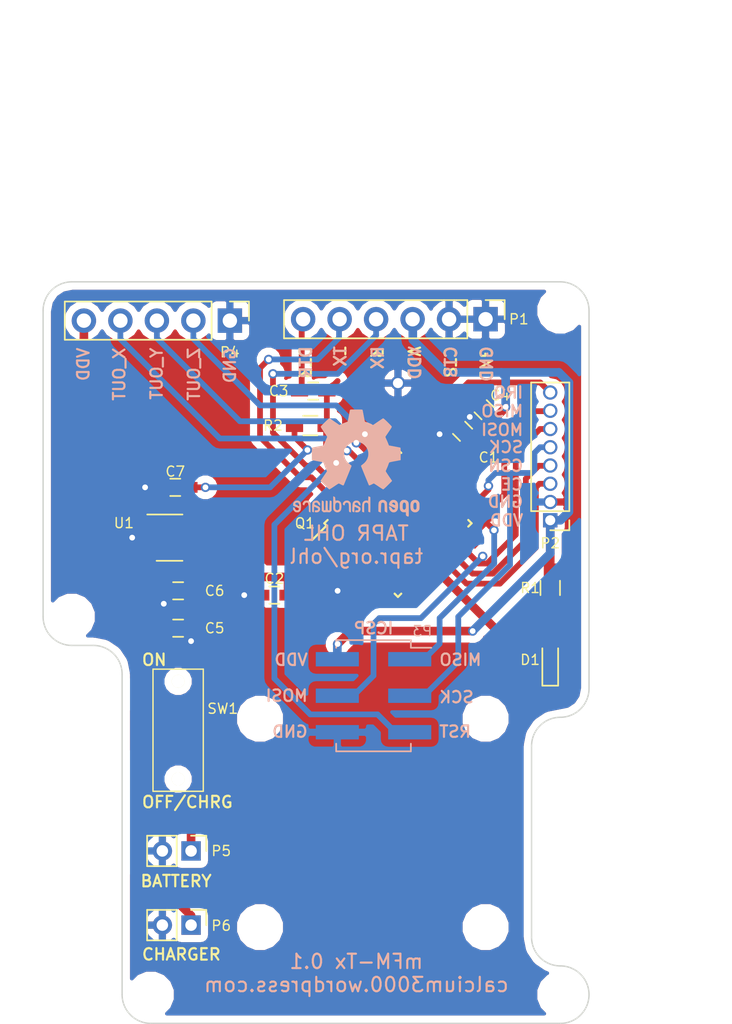
<source format=kicad_pcb>
(kicad_pcb (version 4) (host pcbnew 4.0.4-stable)

  (general
    (links 56)
    (no_connects 0)
    (area 128.919048 76.225 189.102953 149.125)
    (thickness 1.6)
    (drawings 60)
    (tracks 261)
    (zones 0)
    (modules 28)
    (nets 35)
  )

  (page A4)
  (layers
    (0 F.Cu signal)
    (31 B.Cu signal)
    (34 B.Paste user)
    (35 F.Paste user)
    (36 B.SilkS user)
    (37 F.SilkS user)
    (38 B.Mask user)
    (39 F.Mask user)
    (44 Edge.Cuts user)
    (46 B.CrtYd user)
    (47 F.CrtYd user)
    (48 B.Fab user)
    (49 F.Fab user)
  )

  (setup
    (last_trace_width 0.25)
    (user_trace_width 0.4)
    (user_trace_width 0.6)
    (trace_clearance 0.2)
    (zone_clearance 0.508)
    (zone_45_only no)
    (trace_min 0.2)
    (segment_width 0.2)
    (edge_width 0.1)
    (via_size 0.65)
    (via_drill 0.4)
    (via_min_size 0.4)
    (via_min_drill 0.3)
    (uvia_size 0.3)
    (uvia_drill 0.1)
    (uvias_allowed no)
    (uvia_min_size 0.2)
    (uvia_min_drill 0.1)
    (pcb_text_width 0.3)
    (pcb_text_size 1.5 1.5)
    (mod_edge_width 0.15)
    (mod_text_size 1 1)
    (mod_text_width 0.15)
    (pad_size 2.2 2.2)
    (pad_drill 2.2)
    (pad_to_mask_clearance 0.2)
    (aux_axis_origin 0 0)
    (visible_elements FFFFFF7F)
    (pcbplotparams
      (layerselection 0x01030_80000001)
      (usegerberextensions true)
      (excludeedgelayer true)
      (linewidth 0.100000)
      (plotframeref false)
      (viasonmask false)
      (mode 1)
      (useauxorigin false)
      (hpglpennumber 1)
      (hpglpenspeed 20)
      (hpglpendiameter 15)
      (hpglpenoverlay 2)
      (psnegative false)
      (psa4output false)
      (plotreference true)
      (plotvalue true)
      (plotinvisibletext false)
      (padsonsilk false)
      (subtractmaskfromsilk false)
      (outputformat 1)
      (mirror false)
      (drillshape 0)
      (scaleselection 1)
      (outputdirectory gerbers))
  )

  (net 0 "")
  (net 1 GND)
  (net 2 PROG_RST)
  (net 3 PROG_DTR)
  (net 4 +VDD)
  (net 5 /LDO_BYP)
  (net 6 LDO_VBATT)
  (net 7 ACC_X)
  (net 8 ACC_Y)
  (net 9 ACC_Z)
  (net 10 NRF_CE)
  (net 11 NRF_CSN)
  (net 12 SPI_SCK)
  (net 13 SPI_MOSI)
  (net 14 SPI_MISO)
  (net 15 NRF_IRQ)
  (net 16 PROG_TX)
  (net 17 PROG_RX)
  (net 18 +BATT)
  (net 19 "Net-(Q1-Pad9)")
  (net 20 "Net-(Q1-Pad10)")
  (net 21 "Net-(Q1-Pad11)")
  (net 22 "Net-(Q1-Pad19)")
  (net 23 "Net-(Q1-Pad22)")
  (net 24 LED_K)
  (net 25 "Net-(Q1-Pad28)")
  (net 26 /MC_AREF)
  (net 27 /LED_A)
  (net 28 CHRG_VBATT)
  (net 29 "Net-(Q1-Pad7)")
  (net 30 "Net-(Q1-Pad8)")
  (net 31 "Net-(Q1-Pad23)")
  (net 32 "Net-(Q1-Pad1)")
  (net 33 "Net-(Q1-Pad2)")
  (net 34 "Net-(Q1-Pad32)")

  (net_class Default "This is the default net class."
    (clearance 0.2)
    (trace_width 0.25)
    (via_dia 0.65)
    (via_drill 0.4)
    (uvia_dia 0.3)
    (uvia_drill 0.1)
    (add_net +BATT)
    (add_net +VDD)
    (add_net /LDO_BYP)
    (add_net /LED_A)
    (add_net /MC_AREF)
    (add_net ACC_X)
    (add_net ACC_Y)
    (add_net ACC_Z)
    (add_net CHRG_VBATT)
    (add_net GND)
    (add_net LDO_VBATT)
    (add_net LED_K)
    (add_net NRF_CE)
    (add_net NRF_CSN)
    (add_net NRF_IRQ)
    (add_net "Net-(Q1-Pad1)")
    (add_net "Net-(Q1-Pad10)")
    (add_net "Net-(Q1-Pad11)")
    (add_net "Net-(Q1-Pad19)")
    (add_net "Net-(Q1-Pad2)")
    (add_net "Net-(Q1-Pad22)")
    (add_net "Net-(Q1-Pad23)")
    (add_net "Net-(Q1-Pad28)")
    (add_net "Net-(Q1-Pad32)")
    (add_net "Net-(Q1-Pad7)")
    (add_net "Net-(Q1-Pad8)")
    (add_net "Net-(Q1-Pad9)")
    (add_net PROG_DTR)
    (add_net PROG_RST)
    (add_net PROG_RX)
    (add_net PROG_TX)
    (add_net SPI_MISO)
    (add_net SPI_MOSI)
    (add_net SPI_SCK)
  )

  (module mFM:Socket_Strip_Straight_2x03_Pitch2.54mm_SMD (layer B.Cu) (tedit 59BEE8B0) (tstamp 59BD99B3)
    (at 163 124.5 180)
    (path /59BD9971)
    (attr smd)
    (fp_text reference P3 (at -3.4 4.5 180) (layer B.SilkS)
      (effects (font (size 0.7 0.7) (thickness 0.1)) (justify mirror))
    )
    (fp_text value Header_2x3 (at 0 -4.87 180) (layer B.Fab) hide
      (effects (font (size 1 1) (thickness 0.15)) (justify mirror))
    )
    (fp_line (start -2.54 3.81) (end -2.54 -3.81) (layer B.Fab) (width 0.1))
    (fp_line (start -2.54 -3.81) (end 2.54 -3.81) (layer B.Fab) (width 0.1))
    (fp_line (start 2.54 -3.81) (end 2.54 3.81) (layer B.Fab) (width 0.1))
    (fp_line (start 2.54 3.81) (end -2.54 3.81) (layer B.Fab) (width 0.1))
    (fp_line (start -2.54 2.86) (end -2.54 2.22) (layer B.Fab) (width 0.1))
    (fp_line (start -2.54 2.22) (end -3.92 2.22) (layer B.Fab) (width 0.1))
    (fp_line (start -3.92 2.22) (end -3.92 2.86) (layer B.Fab) (width 0.1))
    (fp_line (start -3.92 2.86) (end -2.54 2.86) (layer B.Fab) (width 0.1))
    (fp_line (start 2.54 2.86) (end 2.54 2.22) (layer B.Fab) (width 0.1))
    (fp_line (start 2.54 2.22) (end 3.92 2.22) (layer B.Fab) (width 0.1))
    (fp_line (start 3.92 2.22) (end 3.92 2.86) (layer B.Fab) (width 0.1))
    (fp_line (start 3.92 2.86) (end 2.54 2.86) (layer B.Fab) (width 0.1))
    (fp_line (start -2.54 0.32) (end -2.54 -0.32) (layer B.Fab) (width 0.1))
    (fp_line (start -2.54 -0.32) (end -3.92 -0.32) (layer B.Fab) (width 0.1))
    (fp_line (start -3.92 -0.32) (end -3.92 0.32) (layer B.Fab) (width 0.1))
    (fp_line (start -3.92 0.32) (end -2.54 0.32) (layer B.Fab) (width 0.1))
    (fp_line (start 2.54 0.32) (end 2.54 -0.32) (layer B.Fab) (width 0.1))
    (fp_line (start 2.54 -0.32) (end 3.92 -0.32) (layer B.Fab) (width 0.1))
    (fp_line (start 3.92 -0.32) (end 3.92 0.32) (layer B.Fab) (width 0.1))
    (fp_line (start 3.92 0.32) (end 2.54 0.32) (layer B.Fab) (width 0.1))
    (fp_line (start -2.54 -2.22) (end -2.54 -2.86) (layer B.Fab) (width 0.1))
    (fp_line (start -2.54 -2.86) (end -3.92 -2.86) (layer B.Fab) (width 0.1))
    (fp_line (start -3.92 -2.86) (end -3.92 -2.22) (layer B.Fab) (width 0.1))
    (fp_line (start -3.92 -2.22) (end -2.54 -2.22) (layer B.Fab) (width 0.1))
    (fp_line (start 2.54 -2.22) (end 2.54 -2.86) (layer B.Fab) (width 0.1))
    (fp_line (start 2.54 -2.86) (end 3.92 -2.86) (layer B.Fab) (width 0.1))
    (fp_line (start 3.92 -2.86) (end 3.92 -2.22) (layer B.Fab) (width 0.1))
    (fp_line (start 3.92 -2.22) (end 2.54 -2.22) (layer B.Fab) (width 0.1))
    (fp_line (start -2.6 3.34) (end -2.6 3.87) (layer B.SilkS) (width 0.12))
    (fp_line (start -2.6 3.87) (end 2.6 3.87) (layer B.SilkS) (width 0.12))
    (fp_line (start 2.6 3.87) (end 2.6 3.34) (layer B.SilkS) (width 0.12))
    (fp_line (start -2.6 -3.34) (end -2.6 -3.87) (layer B.SilkS) (width 0.12))
    (fp_line (start -2.6 -3.87) (end 2.6 -3.87) (layer B.SilkS) (width 0.12))
    (fp_line (start 2.6 -3.87) (end 2.6 -3.34) (layer B.SilkS) (width 0.12))
    (fp_line (start -4.02 3.34) (end -2.6 3.34) (layer B.SilkS) (width 0.12))
    (fp_line (start -4.55 4.35) (end -4.55 -4.35) (layer B.CrtYd) (width 0.05))
    (fp_line (start -4.55 -4.35) (end 4.55 -4.35) (layer B.CrtYd) (width 0.05))
    (fp_line (start 4.55 -4.35) (end 4.55 4.35) (layer B.CrtYd) (width 0.05))
    (fp_line (start 4.55 4.35) (end -4.55 4.35) (layer B.CrtYd) (width 0.05))
    (fp_text user %R (at 0 4.87 180) (layer B.Fab) hide
      (effects (font (size 1 1) (thickness 0.15)) (justify mirror))
    )
    (pad 2 smd rect (at 2.52 2.54 180) (size 3 1) (layers B.Cu B.Paste B.Mask)
      (net 4 +VDD))
    (pad 1 smd rect (at -2.52 2.54 180) (size 3 1) (layers B.Cu B.Paste B.Mask)
      (net 14 SPI_MISO))
    (pad 4 smd rect (at 2.52 0 180) (size 3 1) (layers B.Cu B.Paste B.Mask)
      (net 13 SPI_MOSI))
    (pad 3 smd rect (at -2.52 0 180) (size 3 1) (layers B.Cu B.Paste B.Mask)
      (net 12 SPI_SCK))
    (pad 6 smd rect (at 2.52 -2.54 180) (size 3 1) (layers B.Cu B.Paste B.Mask)
      (net 1 GND))
    (pad 5 smd rect (at -2.52 -2.54 180) (size 3 1) (layers B.Cu B.Paste B.Mask)
      (net 2 PROG_RST))
    (model ${KISYS3DMOD}/Socket_Strips.3dshapes/Socket_Strip_Straight_2x03_Pitch2.54mm_SMD.wrl
      (at (xyz 0 0 0))
      (scale (xyz 1 1 1))
      (rotate (xyz 0 0 0))
    )
  )

  (module mFM:nRF24L01p_mini_header (layer F.Cu) (tedit 59BEE915) (tstamp 59B9F6E4)
    (at 175.3 112.29 180)
    (path /59B9F516)
    (fp_text reference P2 (at 0 -1.6 180) (layer F.SilkS)
      (effects (font (size 0.7 0.7) (thickness 0.1)))
    )
    (fp_text value Header_1x9 (at 0 11.3 180) (layer F.Fab) hide
      (effects (font (size 1 1) (thickness 0.15)))
    )
    (fp_line (start -0.9 10.4) (end 17.1 10.4) (layer F.Fab) (width 0.127))
    (fp_line (start -0.9 10.4) (end -0.9 -1.6) (layer F.Fab) (width 0.127))
    (fp_line (start 17.1 -1.6) (end 17.1 10.4) (layer F.Fab) (width 0.127))
    (fp_line (start -0.9 -1.6) (end 17.1 -1.6) (layer F.Fab) (width 0.127))
    (fp_line (start -1.27 -0.635) (end -1.27 9.525) (layer F.Fab) (width 0.1))
    (fp_line (start -1.27 9.525) (end 1.27 9.525) (layer F.Fab) (width 0.1))
    (fp_line (start 1.27 9.525) (end 1.27 -0.635) (layer F.Fab) (width 0.1))
    (fp_line (start 1.27 -0.635) (end -1.27 -0.635) (layer F.Fab) (width 0.1))
    (fp_line (start -1.33 0.635) (end -1.33 9.585) (layer F.SilkS) (width 0.12))
    (fp_line (start -1.33 9.585) (end 1.33 9.585) (layer F.SilkS) (width 0.12))
    (fp_line (start 1.33 9.585) (end 1.33 0.635) (layer F.SilkS) (width 0.12))
    (fp_line (start 1.33 0.635) (end -1.33 0.635) (layer F.SilkS) (width 0.12))
    (fp_line (start -1.33 0) (end -1.33 -0.695) (layer F.SilkS) (width 0.12))
    (fp_line (start -1.33 -0.695) (end 0 -0.695) (layer F.SilkS) (width 0.12))
    (fp_line (start -1.8 -1.15) (end -1.8 10.05) (layer F.CrtYd) (width 0.05))
    (fp_line (start -1.8 10.05) (end 1.8 10.05) (layer F.CrtYd) (width 0.05))
    (fp_line (start 1.8 10.05) (end 1.8 -1.15) (layer F.CrtYd) (width 0.05))
    (fp_line (start 1.8 -1.15) (end -1.8 -1.15) (layer F.CrtYd) (width 0.05))
    (pad 1 thru_hole rect (at 0 0 180) (size 1 1) (drill 0.7) (layers *.Cu *.Mask)
      (net 4 +VDD))
    (pad 2 thru_hole oval (at 0 1.27 180) (size 1 1) (drill 0.7) (layers *.Cu *.Mask)
      (net 1 GND))
    (pad 3 thru_hole oval (at 0 2.54 180) (size 1 1) (drill 0.7) (layers *.Cu *.Mask)
      (net 10 NRF_CE))
    (pad 4 thru_hole oval (at 0 3.81 180) (size 1 1) (drill 0.7) (layers *.Cu *.Mask)
      (net 11 NRF_CSN))
    (pad 5 thru_hole oval (at 0 5.08 180) (size 1 1) (drill 0.7) (layers *.Cu *.Mask)
      (net 12 SPI_SCK))
    (pad 6 thru_hole oval (at 0 6.35 180) (size 1 1) (drill 0.7) (layers *.Cu *.Mask)
      (net 13 SPI_MOSI))
    (pad 7 thru_hole oval (at 0 7.62 180) (size 1 1) (drill 0.7) (layers *.Cu *.Mask)
      (net 14 SPI_MISO))
    (pad 8 thru_hole oval (at 0 8.89 180) (size 1 1) (drill 0.7) (layers *.Cu *.Mask)
      (net 15 NRF_IRQ))
    (pad 9 thru_hole oval (at 10.6 9.545 180) (size 1 1) (drill 0.7) (layers *.Cu *.Mask)
      (net 1 GND))
    (model ${KISYS3DMOD}/Socket_Strips.3dshapes/Socket_Strip_Straight_1x08_Pitch1.27mm.wrl
      (at (xyz 0 0 0))
      (scale (xyz 1 1 1))
      (rotate (xyz 0 0 0))
    )
  )

  (module mFM:ADXL335_header (layer F.Cu) (tedit 59BEE950) (tstamp 59BB4581)
    (at 153 98.4 270)
    (path /59B8B94E)
    (fp_text reference P4 (at 2.2 0 360) (layer F.SilkS)
      (effects (font (size 0.7 0.7) (thickness 0.1)))
    )
    (fp_text value Header_1x5 (at 0 13.6 270) (layer F.Fab) hide
      (effects (font (size 1 1) (thickness 0.15)))
    )
    (fp_line (start -2.5 -2.5) (end -2.5 12.7) (layer F.Fab) (width 0.127))
    (fp_line (start 18.5 -2.5) (end -2.5 -2.5) (layer F.Fab) (width 0.127))
    (fp_line (start 18.5 12.7) (end 18.5 -2.5) (layer F.Fab) (width 0.127))
    (fp_line (start -2.5 12.7) (end 18.5 12.7) (layer F.Fab) (width 0.127))
    (fp_line (start -1.27 -1.27) (end -1.27 11.43) (layer F.Fab) (width 0.1))
    (fp_line (start -1.27 11.43) (end 1.27 11.43) (layer F.Fab) (width 0.1))
    (fp_line (start 1.27 11.43) (end 1.27 -1.27) (layer F.Fab) (width 0.1))
    (fp_line (start 1.27 -1.27) (end -1.27 -1.27) (layer F.Fab) (width 0.1))
    (fp_line (start -1.33 1.27) (end -1.33 11.49) (layer F.SilkS) (width 0.12))
    (fp_line (start -1.33 11.49) (end 1.33 11.49) (layer F.SilkS) (width 0.12))
    (fp_line (start 1.33 11.49) (end 1.33 1.27) (layer F.SilkS) (width 0.12))
    (fp_line (start 1.33 1.27) (end -1.33 1.27) (layer F.SilkS) (width 0.12))
    (fp_line (start -1.33 0) (end -1.33 -1.33) (layer F.SilkS) (width 0.12))
    (fp_line (start -1.33 -1.33) (end 0 -1.33) (layer F.SilkS) (width 0.12))
    (fp_line (start -1.8 -1.8) (end -1.8 11.95) (layer F.CrtYd) (width 0.05))
    (fp_line (start -1.8 11.95) (end 1.8 11.95) (layer F.CrtYd) (width 0.05))
    (fp_line (start 1.8 11.95) (end 1.8 -1.8) (layer F.CrtYd) (width 0.05))
    (fp_line (start 1.8 -1.8) (end -1.8 -1.8) (layer F.CrtYd) (width 0.05))
    (fp_text user %R (at 0 -2.33 270) (layer F.Fab) hide
      (effects (font (size 1 1) (thickness 0.15)))
    )
    (pad 1 thru_hole rect (at 0 0 270) (size 1.7 1.7) (drill 1) (layers *.Cu *.Mask)
      (net 1 GND))
    (pad 2 thru_hole oval (at 0 2.54 270) (size 1.7 1.7) (drill 1) (layers *.Cu *.Mask)
      (net 9 ACC_Z))
    (pad 3 thru_hole oval (at 0 5.08 270) (size 1.7 1.7) (drill 1) (layers *.Cu *.Mask)
      (net 8 ACC_Y))
    (pad 4 thru_hole oval (at 0 7.62 270) (size 1.7 1.7) (drill 1) (layers *.Cu *.Mask)
      (net 7 ACC_X))
    (pad 5 thru_hole oval (at 0 10.16 270) (size 1.7 1.7) (drill 1) (layers *.Cu *.Mask)
      (net 4 +VDD))
    (model ${KISYS3DMOD}/Socket_Strips.3dshapes/Socket_Strip_Straight_1x05_Pitch2.54mm.wrl
      (at (xyz 0 -0.2 0))
      (scale (xyz 1 1 1))
      (rotate (xyz 0 0 270))
    )
  )

  (module Socket_Strips:Socket_Strip_Straight_1x06_Pitch2.54mm (layer F.Cu) (tedit 59BEE90D) (tstamp 59B9F6CC)
    (at 170.8 98.3 270)
    (descr "Through hole straight socket strip, 1x06, 2.54mm pitch, single row")
    (tags "Through hole socket strip THT 1x06 2.54mm single row")
    (path /59B8C517)
    (fp_text reference P1 (at 0 -2.315 360) (layer F.SilkS)
      (effects (font (size 0.7 0.7) (thickness 0.1)))
    )
    (fp_text value Header_1x6 (at 0 15.03 270) (layer F.Fab) hide
      (effects (font (size 1 1) (thickness 0.15)))
    )
    (fp_line (start -1.27 -1.27) (end -1.27 13.97) (layer F.Fab) (width 0.1))
    (fp_line (start -1.27 13.97) (end 1.27 13.97) (layer F.Fab) (width 0.1))
    (fp_line (start 1.27 13.97) (end 1.27 -1.27) (layer F.Fab) (width 0.1))
    (fp_line (start 1.27 -1.27) (end -1.27 -1.27) (layer F.Fab) (width 0.1))
    (fp_line (start -1.33 1.27) (end -1.33 14.03) (layer F.SilkS) (width 0.12))
    (fp_line (start -1.33 14.03) (end 1.33 14.03) (layer F.SilkS) (width 0.12))
    (fp_line (start 1.33 14.03) (end 1.33 1.27) (layer F.SilkS) (width 0.12))
    (fp_line (start 1.33 1.27) (end -1.33 1.27) (layer F.SilkS) (width 0.12))
    (fp_line (start -1.33 0) (end -1.33 -1.33) (layer F.SilkS) (width 0.12))
    (fp_line (start -1.33 -1.33) (end 0 -1.33) (layer F.SilkS) (width 0.12))
    (fp_line (start -1.8 -1.8) (end -1.8 14.5) (layer F.CrtYd) (width 0.05))
    (fp_line (start -1.8 14.5) (end 1.8 14.5) (layer F.CrtYd) (width 0.05))
    (fp_line (start 1.8 14.5) (end 1.8 -1.8) (layer F.CrtYd) (width 0.05))
    (fp_line (start 1.8 -1.8) (end -1.8 -1.8) (layer F.CrtYd) (width 0.05))
    (fp_text user %R (at 0 -2.33 270) (layer F.Fab) hide
      (effects (font (size 1 1) (thickness 0.15)))
    )
    (pad 1 thru_hole rect (at 0 0 270) (size 1.7 1.7) (drill 1) (layers *.Cu *.Mask)
      (net 1 GND))
    (pad 2 thru_hole oval (at 0 2.54 270) (size 1.7 1.7) (drill 1) (layers *.Cu *.Mask)
      (net 1 GND))
    (pad 3 thru_hole oval (at 0 5.08 270) (size 1.7 1.7) (drill 1) (layers *.Cu *.Mask)
      (net 4 +VDD))
    (pad 4 thru_hole oval (at 0 7.62 270) (size 1.7 1.7) (drill 1) (layers *.Cu *.Mask)
      (net 17 PROG_RX))
    (pad 5 thru_hole oval (at 0 10.16 270) (size 1.7 1.7) (drill 1) (layers *.Cu *.Mask)
      (net 16 PROG_TX))
    (pad 6 thru_hole oval (at 0 12.7 270) (size 1.7 1.7) (drill 1) (layers *.Cu *.Mask)
      (net 3 PROG_DTR))
    (model ${KISYS3DMOD}/Socket_Strips.3dshapes/Socket_Strip_Straight_1x06_Pitch2.54mm.wrl
      (at (xyz 0 -0.25 0))
      (scale (xyz 1 1 1))
      (rotate (xyz 0 0 270))
    )
  )

  (module Mounting_Holes:MountingHole_2.2mm_M2_ISO7380 (layer F.Cu) (tedit 59BEE8D5) (tstamp 59BD7DFB)
    (at 170.8 140.6)
    (descr "Mounting Hole 2.2mm, no annular, M2, ISO7380")
    (tags "mounting hole 2.2mm no annular m2 iso7380")
    (fp_text reference MH5 (at 0 -2.75) (layer F.SilkS) hide
      (effects (font (size 1 1) (thickness 0.15)))
    )
    (fp_text value MountingHole_2.2mm_M2_ISO7380 (at 0 2.75) (layer F.Fab) hide
      (effects (font (size 1 1) (thickness 0.15)))
    )
    (fp_circle (center 0 0) (end 1.75 0) (layer Cmts.User) (width 0.15))
    (fp_circle (center 0 0) (end 2 0) (layer F.CrtYd) (width 0.05))
    (pad 1 np_thru_hole circle (at 0 0) (size 2.2 2.2) (drill 2.2) (layers *.Cu *.Mask))
  )

  (module Mounting_Holes:MountingHole_2.2mm_M2_ISO7380 (layer F.Cu) (tedit 59BEE8D9) (tstamp 59BD7DF5)
    (at 155.1 140.6)
    (descr "Mounting Hole 2.2mm, no annular, M2, ISO7380")
    (tags "mounting hole 2.2mm no annular m2 iso7380")
    (fp_text reference MH3 (at 0 -2.75) (layer F.SilkS) hide
      (effects (font (size 1 1) (thickness 0.15)))
    )
    (fp_text value MountingHole_2.2mm_M2_ISO7380 (at 0 2.75) (layer F.Fab) hide
      (effects (font (size 1 1) (thickness 0.15)))
    )
    (fp_circle (center 0 0) (end 1.75 0) (layer Cmts.User) (width 0.15))
    (fp_circle (center 0 0) (end 2 0) (layer F.CrtYd) (width 0.05))
    (pad 1 np_thru_hole circle (at 0 0) (size 2.2 2.2) (drill 2.2) (layers *.Cu *.Mask))
  )

  (module Mounting_Holes:MountingHole_2.2mm_M2_ISO7380 (layer F.Cu) (tedit 59BEE8B5) (tstamp 59BD7DDD)
    (at 170.8 126.1)
    (descr "Mounting Hole 2.2mm, no annular, M2, ISO7380")
    (tags "mounting hole 2.2mm no annular m2 iso7380")
    (fp_text reference MH4 (at 0 -2.75) (layer F.SilkS) hide
      (effects (font (size 1 1) (thickness 0.15)))
    )
    (fp_text value MountingHole_2.2mm_M2_ISO7380 (at 0 2.75) (layer F.Fab) hide
      (effects (font (size 1 1) (thickness 0.15)))
    )
    (fp_circle (center 0 0) (end 1.75 0) (layer Cmts.User) (width 0.15))
    (fp_circle (center 0 0) (end 2 0) (layer F.CrtYd) (width 0.05))
    (pad 1 np_thru_hole circle (at 0 0) (size 2.2 2.2) (drill 2.2) (layers *.Cu *.Mask))
  )

  (module Mounting_Holes:MountingHole_2.2mm_M2_ISO7380 (layer F.Cu) (tedit 59BEE8B9) (tstamp 59BD7DD7)
    (at 155.1 126.1)
    (descr "Mounting Hole 2.2mm, no annular, M2, ISO7380")
    (tags "mounting hole 2.2mm no annular m2 iso7380")
    (fp_text reference MH2 (at 0 -2.75) (layer F.SilkS) hide
      (effects (font (size 1 1) (thickness 0.15)))
    )
    (fp_text value MountingHole_2.2mm_M2_ISO7380 (at 0 2.75) (layer F.Fab) hide
      (effects (font (size 1 1) (thickness 0.15)))
    )
    (fp_circle (center 0 0) (end 1.75 0) (layer Cmts.User) (width 0.15))
    (fp_circle (center 0 0) (end 2 0) (layer F.CrtYd) (width 0.05))
    (pad 1 np_thru_hole circle (at 0 0) (size 2.2 2.2) (drill 2.2) (layers *.Cu *.Mask))
  )

  (module Housings_QFP:TQFP-32_7x7mm_Pitch0.8mm (layer F.Cu) (tedit 59BEE948) (tstamp 59B8C66A)
    (at 164.7 112.5 45)
    (descr "32-Lead Plastic Thin Quad Flatpack (PT) - 7x7x1.0 mm Body, 2.00 mm [TQFP] (see Microchip Packaging Specification 00000049BS.pdf)")
    (tags "QFP 0.8")
    (path /59B8B6E7)
    (attr smd)
    (fp_text reference Q1 (at -4.579931 -4.579931 180) (layer F.SilkS)
      (effects (font (size 0.7 0.7) (thickness 0.1)))
    )
    (fp_text value ATmega368P-AU (at 0 6.05 45) (layer F.Fab) hide
      (effects (font (size 1 1) (thickness 0.15)))
    )
    (fp_text user %R (at 0 0 45) (layer F.Fab) hide
      (effects (font (size 1 1) (thickness 0.15)))
    )
    (fp_line (start -2.5 -3.5) (end 3.5 -3.5) (layer F.Fab) (width 0.15))
    (fp_line (start 3.5 -3.5) (end 3.5 3.5) (layer F.Fab) (width 0.15))
    (fp_line (start 3.5 3.5) (end -3.5 3.5) (layer F.Fab) (width 0.15))
    (fp_line (start -3.5 3.5) (end -3.5 -2.5) (layer F.Fab) (width 0.15))
    (fp_line (start -3.5 -2.5) (end -2.5 -3.5) (layer F.Fab) (width 0.15))
    (fp_line (start -5.3 -5.3) (end -5.3 5.3) (layer F.CrtYd) (width 0.05))
    (fp_line (start 5.3 -5.3) (end 5.3 5.3) (layer F.CrtYd) (width 0.05))
    (fp_line (start -5.3 -5.3) (end 5.3 -5.3) (layer F.CrtYd) (width 0.05))
    (fp_line (start -5.3 5.3) (end 5.3 5.3) (layer F.CrtYd) (width 0.05))
    (fp_line (start -3.625 -3.625) (end -3.625 -3.4) (layer F.SilkS) (width 0.15))
    (fp_line (start 3.625 -3.625) (end 3.625 -3.3) (layer F.SilkS) (width 0.15))
    (fp_line (start 3.625 3.625) (end 3.625 3.3) (layer F.SilkS) (width 0.15))
    (fp_line (start -3.625 3.625) (end -3.625 3.3) (layer F.SilkS) (width 0.15))
    (fp_line (start -3.625 -3.625) (end -3.3 -3.625) (layer F.SilkS) (width 0.15))
    (fp_line (start -3.625 3.625) (end -3.3 3.625) (layer F.SilkS) (width 0.15))
    (fp_line (start 3.625 3.625) (end 3.3 3.625) (layer F.SilkS) (width 0.15))
    (fp_line (start 3.625 -3.625) (end 3.3 -3.625) (layer F.SilkS) (width 0.15))
    (fp_line (start -3.625 -3.4) (end -5.05 -3.4) (layer F.SilkS) (width 0.15))
    (pad 1 smd rect (at -4.25 -2.8 45) (size 1.6 0.55) (layers F.Cu F.Paste F.Mask)
      (net 32 "Net-(Q1-Pad1)"))
    (pad 2 smd rect (at -4.25 -2 45) (size 1.6 0.55) (layers F.Cu F.Paste F.Mask)
      (net 33 "Net-(Q1-Pad2)"))
    (pad 3 smd rect (at -4.25 -1.2 45) (size 1.6 0.55) (layers F.Cu F.Paste F.Mask)
      (net 1 GND))
    (pad 4 smd rect (at -4.25 -0.4 45) (size 1.6 0.55) (layers F.Cu F.Paste F.Mask)
      (net 4 +VDD))
    (pad 5 smd rect (at -4.25 0.4 45) (size 1.6 0.55) (layers F.Cu F.Paste F.Mask)
      (net 1 GND))
    (pad 6 smd rect (at -4.25 1.2 45) (size 1.6 0.55) (layers F.Cu F.Paste F.Mask)
      (net 4 +VDD))
    (pad 7 smd rect (at -4.25 2 45) (size 1.6 0.55) (layers F.Cu F.Paste F.Mask)
      (net 29 "Net-(Q1-Pad7)"))
    (pad 8 smd rect (at -4.25 2.8 45) (size 1.6 0.55) (layers F.Cu F.Paste F.Mask)
      (net 30 "Net-(Q1-Pad8)"))
    (pad 9 smd rect (at -2.8 4.25 135) (size 1.6 0.55) (layers F.Cu F.Paste F.Mask)
      (net 19 "Net-(Q1-Pad9)"))
    (pad 10 smd rect (at -2 4.25 135) (size 1.6 0.55) (layers F.Cu F.Paste F.Mask)
      (net 20 "Net-(Q1-Pad10)"))
    (pad 11 smd rect (at -1.2 4.25 135) (size 1.6 0.55) (layers F.Cu F.Paste F.Mask)
      (net 21 "Net-(Q1-Pad11)"))
    (pad 12 smd rect (at -0.4 4.25 135) (size 1.6 0.55) (layers F.Cu F.Paste F.Mask)
      (net 24 LED_K))
    (pad 13 smd rect (at 0.4 4.25 135) (size 1.6 0.55) (layers F.Cu F.Paste F.Mask)
      (net 10 NRF_CE))
    (pad 14 smd rect (at 1.2 4.25 135) (size 1.6 0.55) (layers F.Cu F.Paste F.Mask)
      (net 11 NRF_CSN))
    (pad 15 smd rect (at 2 4.25 135) (size 1.6 0.55) (layers F.Cu F.Paste F.Mask)
      (net 13 SPI_MOSI))
    (pad 16 smd rect (at 2.8 4.25 135) (size 1.6 0.55) (layers F.Cu F.Paste F.Mask)
      (net 14 SPI_MISO))
    (pad 17 smd rect (at 4.25 2.8 45) (size 1.6 0.55) (layers F.Cu F.Paste F.Mask)
      (net 12 SPI_SCK))
    (pad 18 smd rect (at 4.25 2 45) (size 1.6 0.55) (layers F.Cu F.Paste F.Mask)
      (net 4 +VDD))
    (pad 19 smd rect (at 4.25 1.2 45) (size 1.6 0.55) (layers F.Cu F.Paste F.Mask)
      (net 22 "Net-(Q1-Pad19)"))
    (pad 20 smd rect (at 4.25 0.4 45) (size 1.6 0.55) (layers F.Cu F.Paste F.Mask)
      (net 26 /MC_AREF))
    (pad 21 smd rect (at 4.25 -0.4 45) (size 1.6 0.55) (layers F.Cu F.Paste F.Mask)
      (net 1 GND))
    (pad 22 smd rect (at 4.25 -1.2 45) (size 1.6 0.55) (layers F.Cu F.Paste F.Mask)
      (net 23 "Net-(Q1-Pad22)"))
    (pad 23 smd rect (at 4.25 -2 45) (size 1.6 0.55) (layers F.Cu F.Paste F.Mask)
      (net 31 "Net-(Q1-Pad23)"))
    (pad 24 smd rect (at 4.25 -2.8 45) (size 1.6 0.55) (layers F.Cu F.Paste F.Mask)
      (net 15 NRF_IRQ))
    (pad 25 smd rect (at 2.8 -4.25 135) (size 1.6 0.55) (layers F.Cu F.Paste F.Mask)
      (net 9 ACC_Z))
    (pad 26 smd rect (at 2 -4.25 135) (size 1.6 0.55) (layers F.Cu F.Paste F.Mask)
      (net 8 ACC_Y))
    (pad 27 smd rect (at 1.2 -4.25 135) (size 1.6 0.55) (layers F.Cu F.Paste F.Mask)
      (net 7 ACC_X))
    (pad 28 smd rect (at 0.4 -4.25 135) (size 1.6 0.55) (layers F.Cu F.Paste F.Mask)
      (net 25 "Net-(Q1-Pad28)"))
    (pad 29 smd rect (at -0.4 -4.25 135) (size 1.6 0.55) (layers F.Cu F.Paste F.Mask)
      (net 2 PROG_RST))
    (pad 30 smd rect (at -1.2 -4.25 135) (size 1.6 0.55) (layers F.Cu F.Paste F.Mask)
      (net 17 PROG_RX))
    (pad 31 smd rect (at -2 -4.25 135) (size 1.6 0.55) (layers F.Cu F.Paste F.Mask)
      (net 16 PROG_TX))
    (pad 32 smd rect (at -2.8 -4.25 135) (size 1.6 0.55) (layers F.Cu F.Paste F.Mask)
      (net 34 "Net-(Q1-Pad32)"))
    (model ${KISYS3DMOD}/Housings_QFP.3dshapes/TQFP-32_7x7mm_Pitch0.8mm.wrl
      (at (xyz 0 0 0))
      (scale (xyz 1 1 1))
      (rotate (xyz 0 0 0))
    )
  )

  (module Mounting_Holes:MountingHole_2.2mm_M2_ISO7380 (layer F.Cu) (tedit 59BEE8DD) (tstamp 59BB4937)
    (at 176 145.3)
    (descr "Mounting Hole 2.2mm, no annular, M2, ISO7380")
    (tags "mounting hole 2.2mm no annular m2 iso7380")
    (fp_text reference MH7 (at 0 -2.75) (layer F.SilkS) hide
      (effects (font (size 1 1) (thickness 0.15)))
    )
    (fp_text value MountingHole_2.2mm_M2_ISO7380 (at 0 2.75) (layer F.Fab) hide
      (effects (font (size 1 1) (thickness 0.15)))
    )
    (fp_circle (center 0 0) (end 1.75 0) (layer Cmts.User) (width 0.15))
    (fp_circle (center 0 0) (end 2 0) (layer F.CrtYd) (width 0.05))
    (pad 1 np_thru_hole circle (at 0 0) (size 2.2 2.2) (drill 2.2) (layers *.Cu *.Mask))
  )

  (module Mounting_Holes:MountingHole_2.2mm_M2_ISO7380 (layer F.Cu) (tedit 59BEE909) (tstamp 59BB4924)
    (at 176.022 97.7)
    (descr "Mounting Hole 2.2mm, no annular, M2, ISO7380")
    (tags "mounting hole 2.2mm no annular m2 iso7380")
    (fp_text reference MH6 (at 0 -2.75) (layer F.SilkS) hide
      (effects (font (size 1 1) (thickness 0.15)))
    )
    (fp_text value MountingHole_2.2mm_M2_ISO7380 (at 0 2.75) (layer F.Fab) hide
      (effects (font (size 1 1) (thickness 0.15)))
    )
    (fp_circle (center 0 0) (end 1.75 0) (layer Cmts.User) (width 0.15))
    (fp_circle (center 0 0) (end 2 0) (layer F.CrtYd) (width 0.05))
    (pad "" np_thru_hole circle (at -0.022 0) (size 2.2 2.2) (drill 2.2) (layers *.Cu *.Mask))
  )

  (module Mounting_Holes:MountingHole_2.2mm_M2_ISO7380 (layer F.Cu) (tedit 59BEE8DF) (tstamp 59BB4911)
    (at 147.5 145.3)
    (descr "Mounting Hole 2.2mm, no annular, M2, ISO7380")
    (tags "mounting hole 2.2mm no annular m2 iso7380")
    (fp_text reference MH1 (at 0 -2.75) (layer F.SilkS) hide
      (effects (font (size 1 1) (thickness 0.15)))
    )
    (fp_text value MountingHole_2.2mm_M2_ISO7380 (at 0 2.75) (layer F.Fab) hide
      (effects (font (size 1 1) (thickness 0.15)))
    )
    (fp_circle (center 0 0) (end 1.75 0) (layer Cmts.User) (width 0.15))
    (fp_circle (center 0 0) (end 2 0) (layer F.CrtYd) (width 0.05))
    (pad 1 np_thru_hole circle (at 0 0) (size 2.2 2.2) (drill 2.2) (layers *.Cu *.Mask))
  )

  (module Capacitors_SMD:C_0603_HandSoldering (layer F.Cu) (tedit 59BEE939) (tstamp 59B8C509)
    (at 169.2 106.1 135)
    (descr "Capacitor SMD 0603, hand soldering")
    (tags "capacitor 0603")
    (path /59B92B37)
    (attr smd)
    (fp_text reference C1 (at -2.560434 -0.013435 360) (layer F.SilkS)
      (effects (font (size 0.7 0.7) (thickness 0.1)))
    )
    (fp_text value 0.1uF (at 0 1.5 135) (layer F.Fab) hide
      (effects (font (size 1 1) (thickness 0.15)))
    )
    (fp_text user %R (at 0 -1.25 135) (layer F.Fab) hide
      (effects (font (size 1 1) (thickness 0.15)))
    )
    (fp_line (start -0.8 0.4) (end -0.8 -0.4) (layer F.Fab) (width 0.1))
    (fp_line (start 0.8 0.4) (end -0.8 0.4) (layer F.Fab) (width 0.1))
    (fp_line (start 0.8 -0.4) (end 0.8 0.4) (layer F.Fab) (width 0.1))
    (fp_line (start -0.8 -0.4) (end 0.8 -0.4) (layer F.Fab) (width 0.1))
    (fp_line (start -0.35 -0.6) (end 0.35 -0.6) (layer F.SilkS) (width 0.12))
    (fp_line (start 0.35 0.6) (end -0.35 0.6) (layer F.SilkS) (width 0.12))
    (fp_line (start -1.8 -0.65) (end 1.8 -0.65) (layer F.CrtYd) (width 0.05))
    (fp_line (start -1.8 -0.65) (end -1.8 0.65) (layer F.CrtYd) (width 0.05))
    (fp_line (start 1.8 0.65) (end 1.8 -0.65) (layer F.CrtYd) (width 0.05))
    (fp_line (start 1.8 0.65) (end -1.8 0.65) (layer F.CrtYd) (width 0.05))
    (pad 1 smd rect (at -0.95 0 135) (size 1.2 0.75) (layers F.Cu F.Paste F.Mask)
      (net 26 /MC_AREF))
    (pad 2 smd rect (at 0.95 0 135) (size 1.2 0.75) (layers F.Cu F.Paste F.Mask)
      (net 1 GND))
    (model Capacitors_SMD.3dshapes/C_0603.wrl
      (at (xyz 0 0 0))
      (scale (xyz 1 1 1))
      (rotate (xyz 0 0 0))
    )
  )

  (module Capacitors_SMD:C_0603_HandSoldering (layer F.Cu) (tedit 59BEE8F0) (tstamp 59B8C51A)
    (at 156.1 117.5 180)
    (descr "Capacitor SMD 0603, hand soldering")
    (tags "capacitor 0603")
    (path /59B925BD)
    (attr smd)
    (fp_text reference C2 (at 0 1.143 180) (layer F.SilkS)
      (effects (font (size 0.7 0.7) (thickness 0.1)))
    )
    (fp_text value 0.1uF (at 0 1.5 180) (layer F.Fab) hide
      (effects (font (size 1 1) (thickness 0.15)))
    )
    (fp_text user %R (at 0 -1.25 180) (layer F.Fab) hide
      (effects (font (size 1 1) (thickness 0.15)))
    )
    (fp_line (start -0.8 0.4) (end -0.8 -0.4) (layer F.Fab) (width 0.1))
    (fp_line (start 0.8 0.4) (end -0.8 0.4) (layer F.Fab) (width 0.1))
    (fp_line (start 0.8 -0.4) (end 0.8 0.4) (layer F.Fab) (width 0.1))
    (fp_line (start -0.8 -0.4) (end 0.8 -0.4) (layer F.Fab) (width 0.1))
    (fp_line (start -0.35 -0.6) (end 0.35 -0.6) (layer F.SilkS) (width 0.12))
    (fp_line (start 0.35 0.6) (end -0.35 0.6) (layer F.SilkS) (width 0.12))
    (fp_line (start -1.8 -0.65) (end 1.8 -0.65) (layer F.CrtYd) (width 0.05))
    (fp_line (start -1.8 -0.65) (end -1.8 0.65) (layer F.CrtYd) (width 0.05))
    (fp_line (start 1.8 0.65) (end 1.8 -0.65) (layer F.CrtYd) (width 0.05))
    (fp_line (start 1.8 0.65) (end -1.8 0.65) (layer F.CrtYd) (width 0.05))
    (pad 1 smd rect (at -0.95 0 180) (size 1.2 0.75) (layers F.Cu F.Paste F.Mask)
      (net 4 +VDD))
    (pad 2 smd rect (at 0.95 0 180) (size 1.2 0.75) (layers F.Cu F.Paste F.Mask)
      (net 1 GND))
    (model Capacitors_SMD.3dshapes/C_0603.wrl
      (at (xyz 0 0 0))
      (scale (xyz 1 1 1))
      (rotate (xyz 0 0 0))
    )
  )

  (module Capacitors_SMD:C_0603_HandSoldering (layer F.Cu) (tedit 59BEE93D) (tstamp 59B8C52B)
    (at 158.8 103.3 180)
    (descr "Capacitor SMD 0603, hand soldering")
    (tags "capacitor 0603")
    (path /59B8F6A1)
    (attr smd)
    (fp_text reference C3 (at 2.4 0 180) (layer F.SilkS)
      (effects (font (size 0.71 0.7) (thickness 0.1)))
    )
    (fp_text value 0.1uF (at 0 1.5 180) (layer F.Fab) hide
      (effects (font (size 1 1) (thickness 0.15)))
    )
    (fp_text user %R (at 0 -1.25 180) (layer F.Fab) hide
      (effects (font (size 1 1) (thickness 0.15)))
    )
    (fp_line (start -0.8 0.4) (end -0.8 -0.4) (layer F.Fab) (width 0.1))
    (fp_line (start 0.8 0.4) (end -0.8 0.4) (layer F.Fab) (width 0.1))
    (fp_line (start 0.8 -0.4) (end 0.8 0.4) (layer F.Fab) (width 0.1))
    (fp_line (start -0.8 -0.4) (end 0.8 -0.4) (layer F.Fab) (width 0.1))
    (fp_line (start -0.35 -0.6) (end 0.35 -0.6) (layer F.SilkS) (width 0.12))
    (fp_line (start 0.35 0.6) (end -0.35 0.6) (layer F.SilkS) (width 0.12))
    (fp_line (start -1.8 -0.65) (end 1.8 -0.65) (layer F.CrtYd) (width 0.05))
    (fp_line (start -1.8 -0.65) (end -1.8 0.65) (layer F.CrtYd) (width 0.05))
    (fp_line (start 1.8 0.65) (end 1.8 -0.65) (layer F.CrtYd) (width 0.05))
    (fp_line (start 1.8 0.65) (end -1.8 0.65) (layer F.CrtYd) (width 0.05))
    (pad 1 smd rect (at -0.95 0 180) (size 1.2 0.75) (layers F.Cu F.Paste F.Mask)
      (net 2 PROG_RST))
    (pad 2 smd rect (at 0.95 0 180) (size 1.2 0.75) (layers F.Cu F.Paste F.Mask)
      (net 3 PROG_DTR))
    (model Capacitors_SMD.3dshapes/C_0603.wrl
      (at (xyz 0 0 0))
      (scale (xyz 1 1 1))
      (rotate (xyz 0 0 0))
    )
  )

  (module Capacitors_SMD:C_0603_HandSoldering (layer F.Cu) (tedit 59BEE934) (tstamp 59B8C53C)
    (at 170.7 104.6 135)
    (descr "Capacitor SMD 0603, hand soldering")
    (tags "capacitor 0603")
    (path /59B92624)
    (attr smd)
    (fp_text reference C4 (at -0.070711 1.484924 360) (layer F.SilkS)
      (effects (font (size 0.7 0.7) (thickness 0.1)))
    )
    (fp_text value 1uF (at 0 1.5 135) (layer F.Fab) hide
      (effects (font (size 1 1) (thickness 0.15)))
    )
    (fp_text user %R (at 0 -1.25 135) (layer F.Fab) hide
      (effects (font (size 1 1) (thickness 0.15)))
    )
    (fp_line (start -0.8 0.4) (end -0.8 -0.4) (layer F.Fab) (width 0.1))
    (fp_line (start 0.8 0.4) (end -0.8 0.4) (layer F.Fab) (width 0.1))
    (fp_line (start 0.8 -0.4) (end 0.8 0.4) (layer F.Fab) (width 0.1))
    (fp_line (start -0.8 -0.4) (end 0.8 -0.4) (layer F.Fab) (width 0.1))
    (fp_line (start -0.35 -0.6) (end 0.35 -0.6) (layer F.SilkS) (width 0.12))
    (fp_line (start 0.35 0.6) (end -0.35 0.6) (layer F.SilkS) (width 0.12))
    (fp_line (start -1.8 -0.65) (end 1.8 -0.65) (layer F.CrtYd) (width 0.05))
    (fp_line (start -1.8 -0.65) (end -1.8 0.65) (layer F.CrtYd) (width 0.05))
    (fp_line (start 1.8 0.65) (end 1.8 -0.65) (layer F.CrtYd) (width 0.05))
    (fp_line (start 1.8 0.65) (end -1.8 0.65) (layer F.CrtYd) (width 0.05))
    (pad 1 smd rect (at -0.95 0 135) (size 1.2 0.75) (layers F.Cu F.Paste F.Mask)
      (net 4 +VDD))
    (pad 2 smd rect (at 0.95 0 135) (size 1.2 0.75) (layers F.Cu F.Paste F.Mask)
      (net 1 GND))
    (model Capacitors_SMD.3dshapes/C_0603.wrl
      (at (xyz 0 0 0))
      (scale (xyz 1 1 1))
      (rotate (xyz 0 0 0))
    )
  )

  (module Capacitors_SMD:C_0603_HandSoldering (layer F.Cu) (tedit 59BEE8FC) (tstamp 59B8C54D)
    (at 149.4 119.8)
    (descr "Capacitor SMD 0603, hand soldering")
    (tags "capacitor 0603")
    (path /59B91510)
    (attr smd)
    (fp_text reference C5 (at 2.54 0) (layer F.SilkS)
      (effects (font (size 0.7 0.7) (thickness 0.1)))
    )
    (fp_text value 1uF (at 0 1.5) (layer F.Fab) hide
      (effects (font (size 1 1) (thickness 0.15)))
    )
    (fp_text user %R (at 0 -1.25) (layer F.Fab) hide
      (effects (font (size 1 1) (thickness 0.15)))
    )
    (fp_line (start -0.8 0.4) (end -0.8 -0.4) (layer F.Fab) (width 0.1))
    (fp_line (start 0.8 0.4) (end -0.8 0.4) (layer F.Fab) (width 0.1))
    (fp_line (start 0.8 -0.4) (end 0.8 0.4) (layer F.Fab) (width 0.1))
    (fp_line (start -0.8 -0.4) (end 0.8 -0.4) (layer F.Fab) (width 0.1))
    (fp_line (start -0.35 -0.6) (end 0.35 -0.6) (layer F.SilkS) (width 0.12))
    (fp_line (start 0.35 0.6) (end -0.35 0.6) (layer F.SilkS) (width 0.12))
    (fp_line (start -1.8 -0.65) (end 1.8 -0.65) (layer F.CrtYd) (width 0.05))
    (fp_line (start -1.8 -0.65) (end -1.8 0.65) (layer F.CrtYd) (width 0.05))
    (fp_line (start 1.8 0.65) (end 1.8 -0.65) (layer F.CrtYd) (width 0.05))
    (fp_line (start 1.8 0.65) (end -1.8 0.65) (layer F.CrtYd) (width 0.05))
    (pad 1 smd rect (at -0.95 0) (size 1.2 0.75) (layers F.Cu F.Paste F.Mask)
      (net 6 LDO_VBATT))
    (pad 2 smd rect (at 0.95 0) (size 1.2 0.75) (layers F.Cu F.Paste F.Mask)
      (net 1 GND))
    (model Capacitors_SMD.3dshapes/C_0603.wrl
      (at (xyz 0 0 0))
      (scale (xyz 1 1 1))
      (rotate (xyz 0 0 0))
    )
  )

  (module Capacitors_SMD:C_0603_HandSoldering (layer F.Cu) (tedit 59BEE8FE) (tstamp 59B8C55E)
    (at 149.4 117.2 180)
    (descr "Capacitor SMD 0603, hand soldering")
    (tags "capacitor 0603")
    (path /59B919CF)
    (attr smd)
    (fp_text reference C6 (at -2.54 0 180) (layer F.SilkS)
      (effects (font (size 0.7 0.7) (thickness 0.1)))
    )
    (fp_text value 470pF (at 0 1.5 180) (layer F.Fab) hide
      (effects (font (size 1 1) (thickness 0.15)))
    )
    (fp_text user %R (at 0 -1.25 180) (layer F.Fab) hide
      (effects (font (size 1 1) (thickness 0.15)))
    )
    (fp_line (start -0.8 0.4) (end -0.8 -0.4) (layer F.Fab) (width 0.1))
    (fp_line (start 0.8 0.4) (end -0.8 0.4) (layer F.Fab) (width 0.1))
    (fp_line (start 0.8 -0.4) (end 0.8 0.4) (layer F.Fab) (width 0.1))
    (fp_line (start -0.8 -0.4) (end 0.8 -0.4) (layer F.Fab) (width 0.1))
    (fp_line (start -0.35 -0.6) (end 0.35 -0.6) (layer F.SilkS) (width 0.12))
    (fp_line (start 0.35 0.6) (end -0.35 0.6) (layer F.SilkS) (width 0.12))
    (fp_line (start -1.8 -0.65) (end 1.8 -0.65) (layer F.CrtYd) (width 0.05))
    (fp_line (start -1.8 -0.65) (end -1.8 0.65) (layer F.CrtYd) (width 0.05))
    (fp_line (start 1.8 0.65) (end 1.8 -0.65) (layer F.CrtYd) (width 0.05))
    (fp_line (start 1.8 0.65) (end -1.8 0.65) (layer F.CrtYd) (width 0.05))
    (pad 1 smd rect (at -0.95 0 180) (size 1.2 0.75) (layers F.Cu F.Paste F.Mask)
      (net 5 /LDO_BYP))
    (pad 2 smd rect (at 0.95 0 180) (size 1.2 0.75) (layers F.Cu F.Paste F.Mask)
      (net 1 GND))
    (model Capacitors_SMD.3dshapes/C_0603.wrl
      (at (xyz 0 0 0))
      (scale (xyz 1 1 1))
      (rotate (xyz 0 0 0))
    )
  )

  (module Capacitors_SMD:C_0603_HandSoldering (layer F.Cu) (tedit 59BEE903) (tstamp 59B8C56F)
    (at 149.2 110 180)
    (descr "Capacitor SMD 0603, hand soldering")
    (tags "capacitor 0603")
    (path /59B92266)
    (attr smd)
    (fp_text reference C7 (at 0 1.1 180) (layer F.SilkS)
      (effects (font (size 0.7 0.7) (thickness 0.1)))
    )
    (fp_text value 1uF (at 0 1.5 180) (layer F.Fab) hide
      (effects (font (size 1 1) (thickness 0.15)))
    )
    (fp_text user %R (at 0 -1.25 180) (layer F.Fab) hide
      (effects (font (size 1 1) (thickness 0.15)))
    )
    (fp_line (start -0.8 0.4) (end -0.8 -0.4) (layer F.Fab) (width 0.1))
    (fp_line (start 0.8 0.4) (end -0.8 0.4) (layer F.Fab) (width 0.1))
    (fp_line (start 0.8 -0.4) (end 0.8 0.4) (layer F.Fab) (width 0.1))
    (fp_line (start -0.8 -0.4) (end 0.8 -0.4) (layer F.Fab) (width 0.1))
    (fp_line (start -0.35 -0.6) (end 0.35 -0.6) (layer F.SilkS) (width 0.12))
    (fp_line (start 0.35 0.6) (end -0.35 0.6) (layer F.SilkS) (width 0.12))
    (fp_line (start -1.8 -0.65) (end 1.8 -0.65) (layer F.CrtYd) (width 0.05))
    (fp_line (start -1.8 -0.65) (end -1.8 0.65) (layer F.CrtYd) (width 0.05))
    (fp_line (start 1.8 0.65) (end 1.8 -0.65) (layer F.CrtYd) (width 0.05))
    (fp_line (start 1.8 0.65) (end -1.8 0.65) (layer F.CrtYd) (width 0.05))
    (pad 1 smd rect (at -0.95 0 180) (size 1.2 0.75) (layers F.Cu F.Paste F.Mask)
      (net 4 +VDD))
    (pad 2 smd rect (at 0.95 0 180) (size 1.2 0.75) (layers F.Cu F.Paste F.Mask)
      (net 1 GND))
    (model Capacitors_SMD.3dshapes/C_0603.wrl
      (at (xyz 0 0 0))
      (scale (xyz 1 1 1))
      (rotate (xyz 0 0 0))
    )
  )

  (module Resistors_SMD:R_0603_HandSoldering (layer F.Cu) (tedit 59BEE969) (tstamp 59B8C67B)
    (at 175.3 117 270)
    (descr "Resistor SMD 0603, hand soldering")
    (tags "resistor 0603")
    (path /59B8D6BC)
    (attr smd)
    (fp_text reference R1 (at 0 1.4 540) (layer F.SilkS)
      (effects (font (size 0.7 0.7) (thickness 0.1)))
    )
    (fp_text value 1k (at 0 1.55 270) (layer F.Fab) hide
      (effects (font (size 1 1) (thickness 0.15)))
    )
    (fp_text user %R (at 0 0 270) (layer F.Fab) hide
      (effects (font (size 0.4 0.4) (thickness 0.075)))
    )
    (fp_line (start -0.8 0.4) (end -0.8 -0.4) (layer F.Fab) (width 0.1))
    (fp_line (start 0.8 0.4) (end -0.8 0.4) (layer F.Fab) (width 0.1))
    (fp_line (start 0.8 -0.4) (end 0.8 0.4) (layer F.Fab) (width 0.1))
    (fp_line (start -0.8 -0.4) (end 0.8 -0.4) (layer F.Fab) (width 0.1))
    (fp_line (start 0.5 0.68) (end -0.5 0.68) (layer F.SilkS) (width 0.12))
    (fp_line (start -0.5 -0.68) (end 0.5 -0.68) (layer F.SilkS) (width 0.12))
    (fp_line (start -1.96 -0.7) (end 1.95 -0.7) (layer F.CrtYd) (width 0.05))
    (fp_line (start -1.96 -0.7) (end -1.96 0.7) (layer F.CrtYd) (width 0.05))
    (fp_line (start 1.95 0.7) (end 1.95 -0.7) (layer F.CrtYd) (width 0.05))
    (fp_line (start 1.95 0.7) (end -1.96 0.7) (layer F.CrtYd) (width 0.05))
    (pad 1 smd rect (at -1.1 0 270) (size 1.2 0.9) (layers F.Cu F.Paste F.Mask)
      (net 4 +VDD))
    (pad 2 smd rect (at 1.1 0 270) (size 1.2 0.9) (layers F.Cu F.Paste F.Mask)
      (net 27 /LED_A))
    (model ${KISYS3DMOD}/Resistors_SMD.3dshapes/R_0603.wrl
      (at (xyz 0 0 0))
      (scale (xyz 1 1 1))
      (rotate (xyz 0 0 0))
    )
  )

  (module Resistors_SMD:R_0603_HandSoldering (layer F.Cu) (tedit 59BEE965) (tstamp 59B8C68C)
    (at 158.6 105.7)
    (descr "Resistor SMD 0603, hand soldering")
    (tags "resistor 0603")
    (path /59B8FBFC)
    (attr smd)
    (fp_text reference R2 (at -2.6 0) (layer F.SilkS)
      (effects (font (size 0.7 0.7) (thickness 0.1)))
    )
    (fp_text value 10k (at 0 1.55) (layer F.Fab) hide
      (effects (font (size 1 1) (thickness 0.15)))
    )
    (fp_text user %R (at 0 0) (layer F.Fab) hide
      (effects (font (size 0.4 0.4) (thickness 0.075)))
    )
    (fp_line (start -0.8 0.4) (end -0.8 -0.4) (layer F.Fab) (width 0.1))
    (fp_line (start 0.8 0.4) (end -0.8 0.4) (layer F.Fab) (width 0.1))
    (fp_line (start 0.8 -0.4) (end 0.8 0.4) (layer F.Fab) (width 0.1))
    (fp_line (start -0.8 -0.4) (end 0.8 -0.4) (layer F.Fab) (width 0.1))
    (fp_line (start 0.5 0.68) (end -0.5 0.68) (layer F.SilkS) (width 0.12))
    (fp_line (start -0.5 -0.68) (end 0.5 -0.68) (layer F.SilkS) (width 0.12))
    (fp_line (start -1.96 -0.7) (end 1.95 -0.7) (layer F.CrtYd) (width 0.05))
    (fp_line (start -1.96 -0.7) (end -1.96 0.7) (layer F.CrtYd) (width 0.05))
    (fp_line (start 1.95 0.7) (end 1.95 -0.7) (layer F.CrtYd) (width 0.05))
    (fp_line (start 1.95 0.7) (end -1.96 0.7) (layer F.CrtYd) (width 0.05))
    (pad 1 smd rect (at -1.1 0) (size 1.2 0.9) (layers F.Cu F.Paste F.Mask)
      (net 4 +VDD))
    (pad 2 smd rect (at 1.1 0) (size 1.2 0.9) (layers F.Cu F.Paste F.Mask)
      (net 2 PROG_RST))
    (model ${KISYS3DMOD}/Resistors_SMD.3dshapes/R_0603.wrl
      (at (xyz 0 0 0))
      (scale (xyz 1 1 1))
      (rotate (xyz 0 0 0))
    )
  )

  (module mFM:SW_SPDT_SMD (layer F.Cu) (tedit 59BEE8BC) (tstamp 59B8C6BA)
    (at 149.4 126.9 270)
    (path /59B9004C)
    (fp_text reference SW1 (at -1.5 -3.1 360) (layer F.SilkS)
      (effects (font (size 0.7 0.7) (thickness 0.1)))
    )
    (fp_text value SPDT (at 0 6.25 270) (layer F.Fab) hide
      (effects (font (size 1 1) (thickness 0.15)))
    )
    (fp_line (start 4.5 2) (end 3.35 2) (layer F.CrtYd) (width 0.05))
    (fp_line (start 3.35 2) (end 3.35 3.15) (layer F.CrtYd) (width 0.05))
    (fp_line (start -3.35 3.15) (end -3.35 2) (layer F.CrtYd) (width 0.05))
    (fp_line (start -3.35 2) (end -4.5 2) (layer F.CrtYd) (width 0.05))
    (fp_line (start 0.85 -3.15) (end 0.85 -2) (layer F.CrtYd) (width 0.05))
    (fp_line (start 0.85 -2) (end 4.5 -2) (layer F.CrtYd) (width 0.05))
    (fp_line (start -0.85 -3.15) (end -0.85 -2) (layer F.CrtYd) (width 0.05))
    (fp_line (start -0.85 -2) (end -4.5 -2) (layer F.CrtYd) (width 0.05))
    (fp_line (start 1.75 3.15) (end 3.35 3.15) (layer F.CrtYd) (width 0.05))
    (fp_line (start -1.75 3.15) (end -1.75 4.55) (layer F.CrtYd) (width 0.05))
    (fp_line (start -1.75 4.55) (end 1.75 4.55) (layer F.CrtYd) (width 0.05))
    (fp_line (start 1.75 4.55) (end 1.75 3.15) (layer F.CrtYd) (width 0.05))
    (fp_line (start -3.35 3.15) (end -1.75 3.15) (layer F.CrtYd) (width 0.05))
    (fp_line (start 4.5 2) (end 4.5 -2) (layer F.CrtYd) (width 0.05))
    (fp_line (start 0.85 -3.15) (end -0.85 -3.15) (layer F.CrtYd) (width 0.05))
    (fp_line (start -4.5 -2) (end -4.5 2) (layer F.CrtYd) (width 0.05))
    (fp_line (start -4.25 -1.75) (end -4.25 1.75) (layer F.SilkS) (width 0.1))
    (fp_line (start 4.25 -1.75) (end 4.25 1.75) (layer F.SilkS) (width 0.1))
    (fp_line (start -4.25 1.75) (end 4.25 1.75) (layer F.SilkS) (width 0.1))
    (fp_line (start -4.25 -1.75) (end 4.25 -1.75) (layer F.SilkS) (width 0.1))
    (pad 1 smd rect (at -2.5 2.2 270) (size 1.2 1.4) (layers F.Cu F.Paste F.Mask)
      (net 6 LDO_VBATT))
    (pad 3 smd rect (at 2.5 2.2 270) (size 1.2 1.4) (layers F.Cu F.Paste F.Mask)
      (net 28 CHRG_VBATT))
    (pad 2 smd rect (at 0 -2.2 270) (size 1.2 1.4) (layers F.Cu F.Paste F.Mask)
      (net 18 +BATT))
    (pad "" np_thru_hole circle (at -3.4 0 270) (size 0.9 0.9) (drill 0.9) (layers *.Cu *.Mask F.SilkS))
    (pad "" np_thru_hole circle (at 3.4 0 270) (size 0.9 0.9) (drill 0.9) (layers *.Cu *.Mask F.SilkS))
  )

  (module TO_SOT_Packages_SMD:SOT-23-5_HandSoldering (layer F.Cu) (tedit 59BEE960) (tstamp 59B8C6CF)
    (at 148.8 113.5)
    (descr "5-pin SOT23 package")
    (tags "SOT-23-5 hand-soldering")
    (path /59B90C0C)
    (attr smd)
    (fp_text reference U1 (at -3.175 -1.016) (layer F.SilkS)
      (effects (font (size 0.7 0.7) (thickness 0.1)))
    )
    (fp_text value TC1015-2.8V (at 0 2.9) (layer F.Fab) hide
      (effects (font (size 1 1) (thickness 0.15)))
    )
    (fp_text user %R (at 0 0 90) (layer F.Fab) hide
      (effects (font (size 0.5 0.5) (thickness 0.075)))
    )
    (fp_line (start -0.9 1.61) (end 0.9 1.61) (layer F.SilkS) (width 0.12))
    (fp_line (start 0.9 -1.61) (end -1.55 -1.61) (layer F.SilkS) (width 0.12))
    (fp_line (start -0.9 -0.9) (end -0.25 -1.55) (layer F.Fab) (width 0.1))
    (fp_line (start 0.9 -1.55) (end -0.25 -1.55) (layer F.Fab) (width 0.1))
    (fp_line (start -0.9 -0.9) (end -0.9 1.55) (layer F.Fab) (width 0.1))
    (fp_line (start 0.9 1.55) (end -0.9 1.55) (layer F.Fab) (width 0.1))
    (fp_line (start 0.9 -1.55) (end 0.9 1.55) (layer F.Fab) (width 0.1))
    (fp_line (start -2.38 -1.8) (end 2.38 -1.8) (layer F.CrtYd) (width 0.05))
    (fp_line (start -2.38 -1.8) (end -2.38 1.8) (layer F.CrtYd) (width 0.05))
    (fp_line (start 2.38 1.8) (end 2.38 -1.8) (layer F.CrtYd) (width 0.05))
    (fp_line (start 2.38 1.8) (end -2.38 1.8) (layer F.CrtYd) (width 0.05))
    (pad 1 smd rect (at -1.35 -0.95) (size 1.56 0.65) (layers F.Cu F.Paste F.Mask)
      (net 6 LDO_VBATT))
    (pad 2 smd rect (at -1.35 0) (size 1.56 0.65) (layers F.Cu F.Paste F.Mask)
      (net 1 GND))
    (pad 3 smd rect (at -1.35 0.95) (size 1.56 0.65) (layers F.Cu F.Paste F.Mask)
      (net 6 LDO_VBATT))
    (pad 4 smd rect (at 1.35 0.95) (size 1.56 0.65) (layers F.Cu F.Paste F.Mask)
      (net 5 /LDO_BYP))
    (pad 5 smd rect (at 1.35 -0.95) (size 1.56 0.65) (layers F.Cu F.Paste F.Mask)
      (net 4 +VDD))
    (model ${KISYS3DMOD}/TO_SOT_Packages_SMD.3dshapes\SOT-23-5.wrl
      (at (xyz 0 0 0))
      (scale (xyz 1 1 1))
      (rotate (xyz 0 0 0))
    )
  )

  (module Socket_Strips:Socket_Strip_Straight_1x02_Pitch2.00mm (layer F.Cu) (tedit 59BEE8C9) (tstamp 59B9F72B)
    (at 150.3 135.3 270)
    (descr "Through hole straight socket strip, 1x02, 2.00mm pitch, single row")
    (tags "Through hole socket strip THT 1x02 2.00mm single row")
    (path /59B8C979)
    (fp_text reference P5 (at 0 -2.1 360) (layer F.SilkS)
      (effects (font (size 0.7 0.7) (thickness 0.1)))
    )
    (fp_text value Header_1x2 (at 0 4.06 270) (layer F.Fab) hide
      (effects (font (size 1 1) (thickness 0.15)))
    )
    (fp_line (start -1 -1) (end -1 3) (layer F.Fab) (width 0.1))
    (fp_line (start -1 3) (end 1 3) (layer F.Fab) (width 0.1))
    (fp_line (start 1 3) (end 1 -1) (layer F.Fab) (width 0.1))
    (fp_line (start 1 -1) (end -1 -1) (layer F.Fab) (width 0.1))
    (fp_line (start -1.06 1) (end -1.06 3.06) (layer F.SilkS) (width 0.12))
    (fp_line (start -1.06 3.06) (end 1.06 3.06) (layer F.SilkS) (width 0.12))
    (fp_line (start 1.06 3.06) (end 1.06 1) (layer F.SilkS) (width 0.12))
    (fp_line (start 1.06 1) (end -1.06 1) (layer F.SilkS) (width 0.12))
    (fp_line (start -1.06 0) (end -1.06 -1.06) (layer F.SilkS) (width 0.12))
    (fp_line (start -1.06 -1.06) (end 0 -1.06) (layer F.SilkS) (width 0.12))
    (fp_line (start -1.5 -1.5) (end -1.5 3.5) (layer F.CrtYd) (width 0.05))
    (fp_line (start -1.5 3.5) (end 1.5 3.5) (layer F.CrtYd) (width 0.05))
    (fp_line (start 1.5 3.5) (end 1.5 -1.5) (layer F.CrtYd) (width 0.05))
    (fp_line (start 1.5 -1.5) (end -1.5 -1.5) (layer F.CrtYd) (width 0.05))
    (fp_text user %R (at 0 -2.06 270) (layer F.Fab) hide
      (effects (font (size 1 1) (thickness 0.15)))
    )
    (pad 1 thru_hole rect (at 0 0 270) (size 1.35 1.35) (drill 0.8) (layers *.Cu *.Mask)
      (net 18 +BATT))
    (pad 2 thru_hole oval (at 0 2 270) (size 1.35 1.35) (drill 0.8) (layers *.Cu *.Mask)
      (net 1 GND))
    (model ${KISYS3DMOD}/Socket_Strips.3dshapes/Socket_Strip_Straight_1x02_Pitch2.00mm.wrl
      (at (xyz 0 0 0))
      (scale (xyz 1 1 1))
      (rotate (xyz 0 0 0))
    )
  )

  (module LEDs:LED_0603_HandSoldering (layer F.Cu) (tedit 59BEE8B7) (tstamp 59BB456D)
    (at 175.3 122 90)
    (descr "LED SMD 0603, hand soldering")
    (tags "LED 0603")
    (path /59B8D878)
    (attr smd)
    (fp_text reference D1 (at 0 -1.4 180) (layer F.SilkS)
      (effects (font (size 0.7 0.7) (thickness 0.1)))
    )
    (fp_text value Blue_LED (at 0 1.55 90) (layer F.Fab) hide
      (effects (font (size 1 1) (thickness 0.15)))
    )
    (fp_line (start -1.8 -0.55) (end -1.8 0.55) (layer F.SilkS) (width 0.12))
    (fp_line (start -0.2 -0.2) (end -0.2 0.2) (layer F.Fab) (width 0.1))
    (fp_line (start -0.15 0) (end 0.15 -0.2) (layer F.Fab) (width 0.1))
    (fp_line (start 0.15 0.2) (end -0.15 0) (layer F.Fab) (width 0.1))
    (fp_line (start 0.15 -0.2) (end 0.15 0.2) (layer F.Fab) (width 0.1))
    (fp_line (start 0.8 0.4) (end -0.8 0.4) (layer F.Fab) (width 0.1))
    (fp_line (start 0.8 -0.4) (end 0.8 0.4) (layer F.Fab) (width 0.1))
    (fp_line (start -0.8 -0.4) (end 0.8 -0.4) (layer F.Fab) (width 0.1))
    (fp_line (start -1.8 0.55) (end 0.8 0.55) (layer F.SilkS) (width 0.12))
    (fp_line (start -1.8 -0.55) (end 0.8 -0.55) (layer F.SilkS) (width 0.12))
    (fp_line (start -1.96 -0.7) (end 1.95 -0.7) (layer F.CrtYd) (width 0.05))
    (fp_line (start -1.96 -0.7) (end -1.96 0.7) (layer F.CrtYd) (width 0.05))
    (fp_line (start 1.95 0.7) (end 1.95 -0.7) (layer F.CrtYd) (width 0.05))
    (fp_line (start 1.95 0.7) (end -1.96 0.7) (layer F.CrtYd) (width 0.05))
    (fp_line (start -0.8 -0.4) (end -0.8 0.4) (layer F.Fab) (width 0.1))
    (pad 1 smd rect (at -1.1 0 90) (size 1.2 0.9) (layers F.Cu F.Paste F.Mask)
      (net 24 LED_K))
    (pad 2 smd rect (at 1.1 0 90) (size 1.2 0.9) (layers F.Cu F.Paste F.Mask)
      (net 27 /LED_A))
    (model ${KISYS3DMOD}/LEDs.3dshapes/LED_0603.wrl
      (at (xyz 0 0 0))
      (scale (xyz 1 1 1))
      (rotate (xyz 0 0 180))
    )
  )

  (module Socket_Strips:Socket_Strip_Straight_1x02_Pitch2.00mm (layer F.Cu) (tedit 59BEE8CE) (tstamp 59BB4866)
    (at 150.3 140.462 270)
    (descr "Through hole straight socket strip, 1x02, 2.00mm pitch, single row")
    (tags "Through hole socket strip THT 1x02 2.00mm single row")
    (path /59BB53CE)
    (fp_text reference P6 (at 0.038 -2.1 360) (layer F.SilkS)
      (effects (font (size 0.7 0.7) (thickness 0.1)))
    )
    (fp_text value Header_1x2 (at 0 4.06 270) (layer F.Fab) hide
      (effects (font (size 1 1) (thickness 0.15)))
    )
    (fp_line (start -1 -1) (end -1 3) (layer F.Fab) (width 0.1))
    (fp_line (start -1 3) (end 1 3) (layer F.Fab) (width 0.1))
    (fp_line (start 1 3) (end 1 -1) (layer F.Fab) (width 0.1))
    (fp_line (start 1 -1) (end -1 -1) (layer F.Fab) (width 0.1))
    (fp_line (start -1.06 1) (end -1.06 3.06) (layer F.SilkS) (width 0.12))
    (fp_line (start -1.06 3.06) (end 1.06 3.06) (layer F.SilkS) (width 0.12))
    (fp_line (start 1.06 3.06) (end 1.06 1) (layer F.SilkS) (width 0.12))
    (fp_line (start 1.06 1) (end -1.06 1) (layer F.SilkS) (width 0.12))
    (fp_line (start -1.06 0) (end -1.06 -1.06) (layer F.SilkS) (width 0.12))
    (fp_line (start -1.06 -1.06) (end 0 -1.06) (layer F.SilkS) (width 0.12))
    (fp_line (start -1.5 -1.5) (end -1.5 3.5) (layer F.CrtYd) (width 0.05))
    (fp_line (start -1.5 3.5) (end 1.5 3.5) (layer F.CrtYd) (width 0.05))
    (fp_line (start 1.5 3.5) (end 1.5 -1.5) (layer F.CrtYd) (width 0.05))
    (fp_line (start 1.5 -1.5) (end -1.5 -1.5) (layer F.CrtYd) (width 0.05))
    (fp_text user %R (at 0 -2.06 270) (layer F.Fab) hide
      (effects (font (size 1 1) (thickness 0.15)))
    )
    (pad 1 thru_hole rect (at 0 0 270) (size 1.35 1.35) (drill 0.8) (layers *.Cu *.Mask)
      (net 28 CHRG_VBATT))
    (pad 2 thru_hole oval (at 0 2 270) (size 1.35 1.35) (drill 0.8) (layers *.Cu *.Mask)
      (net 1 GND))
    (model ${KISYS3DMOD}/Socket_Strips.3dshapes/Socket_Strip_Straight_1x02_Pitch2.00mm.wrl
      (at (xyz 0 0 0))
      (scale (xyz 1 1 1))
      (rotate (xyz 0 0 0))
    )
  )

  (module Mounting_Holes:MountingHole_2.2mm_M2_ISO7380 (layer F.Cu) (tedit 59BEE8BF) (tstamp 59BB4900)
    (at 142 119)
    (descr "Mounting Hole 2.2mm, no annular, M2, ISO7380")
    (tags "mounting hole 2.2mm no annular m2 iso7380")
    (fp_text reference MH0 (at 0 -2.75) (layer F.SilkS) hide
      (effects (font (size 1 1) (thickness 0.15)))
    )
    (fp_text value MountingHole_2.2mm_M2_ISO7380 (at 0 2.75) (layer F.Fab) hide
      (effects (font (size 1 1) (thickness 0.15)))
    )
    (fp_circle (center 0 0) (end 1.75 0) (layer Cmts.User) (width 0.15))
    (fp_circle (center 0 0) (end 2 0) (layer F.CrtYd) (width 0.05))
    (pad 1 np_thru_hole circle (at 0 0) (size 2.2 2.2) (drill 2.2) (layers *.Cu *.Mask))
  )

  (module Symbols:OSHW-Logo2_9.8x8mm_SilkScreen (layer B.Cu) (tedit 59BD7F0F) (tstamp 59BD6969)
    (at 161.8 108.3 180)
    (descr "Open Source Hardware Symbol")
    (tags "Logo Symbol OSHW")
    (attr virtual)
    (fp_text reference SYM0 (at 0 0 180) (layer B.SilkS) hide
      (effects (font (size 1 1) (thickness 0.15)) (justify mirror))
    )
    (fp_text value OSHW-Logo2_9.8x8mm_SilkScreen (at 0.75 0 180) (layer B.Fab) hide
      (effects (font (size 1 1) (thickness 0.15)) (justify mirror))
    )
    (fp_poly (pts (xy -3.231114 -2.584505) (xy -3.156461 -2.621727) (xy -3.090569 -2.690261) (xy -3.072423 -2.715648)
      (xy -3.052655 -2.748866) (xy -3.039828 -2.784945) (xy -3.03249 -2.833098) (xy -3.029187 -2.902536)
      (xy -3.028462 -2.994206) (xy -3.031737 -3.11983) (xy -3.043123 -3.214154) (xy -3.064959 -3.284523)
      (xy -3.099581 -3.338286) (xy -3.14933 -3.382788) (xy -3.152986 -3.385423) (xy -3.202015 -3.412377)
      (xy -3.261055 -3.425712) (xy -3.336141 -3.429) (xy -3.458205 -3.429) (xy -3.458256 -3.547497)
      (xy -3.459392 -3.613492) (xy -3.466314 -3.652202) (xy -3.484402 -3.675419) (xy -3.519038 -3.694933)
      (xy -3.527355 -3.69892) (xy -3.56628 -3.717603) (xy -3.596417 -3.729403) (xy -3.618826 -3.730422)
      (xy -3.634567 -3.716761) (xy -3.644698 -3.684522) (xy -3.650277 -3.629804) (xy -3.652365 -3.548711)
      (xy -3.652019 -3.437344) (xy -3.6503 -3.291802) (xy -3.649763 -3.248269) (xy -3.647828 -3.098205)
      (xy -3.646096 -3.000042) (xy -3.458308 -3.000042) (xy -3.457252 -3.083364) (xy -3.452562 -3.13788)
      (xy -3.441949 -3.173837) (xy -3.423128 -3.201482) (xy -3.41035 -3.214965) (xy -3.35811 -3.254417)
      (xy -3.311858 -3.257628) (xy -3.264133 -3.225049) (xy -3.262923 -3.223846) (xy -3.243506 -3.198668)
      (xy -3.231693 -3.164447) (xy -3.225735 -3.111748) (xy -3.22388 -3.031131) (xy -3.223846 -3.013271)
      (xy -3.22833 -2.902175) (xy -3.242926 -2.825161) (xy -3.26935 -2.778147) (xy -3.309317 -2.75705)
      (xy -3.332416 -2.754923) (xy -3.387238 -2.7649) (xy -3.424842 -2.797752) (xy -3.447477 -2.857857)
      (xy -3.457394 -2.949598) (xy -3.458308 -3.000042) (xy -3.646096 -3.000042) (xy -3.645778 -2.98206)
      (xy -3.643127 -2.894679) (xy -3.639394 -2.830905) (xy -3.634093 -2.785582) (xy -3.626742 -2.753555)
      (xy -3.616857 -2.729668) (xy -3.603954 -2.708764) (xy -3.598421 -2.700898) (xy -3.525031 -2.626595)
      (xy -3.43224 -2.584467) (xy -3.324904 -2.572722) (xy -3.231114 -2.584505)) (layer B.SilkS) (width 0.01))
    (fp_poly (pts (xy -1.728336 -2.595089) (xy -1.665633 -2.631358) (xy -1.622039 -2.667358) (xy -1.590155 -2.705075)
      (xy -1.56819 -2.751199) (xy -1.554351 -2.812421) (xy -1.546847 -2.895431) (xy -1.543883 -3.006919)
      (xy -1.543539 -3.087062) (xy -1.543539 -3.382065) (xy -1.709615 -3.456515) (xy -1.719385 -3.133402)
      (xy -1.723421 -3.012729) (xy -1.727656 -2.925141) (xy -1.732903 -2.86465) (xy -1.739975 -2.825268)
      (xy -1.749689 -2.801007) (xy -1.762856 -2.78588) (xy -1.767081 -2.782606) (xy -1.831091 -2.757034)
      (xy -1.895792 -2.767153) (xy -1.934308 -2.794) (xy -1.949975 -2.813024) (xy -1.96082 -2.837988)
      (xy -1.967712 -2.875834) (xy -1.971521 -2.933502) (xy -1.973117 -3.017935) (xy -1.973385 -3.105928)
      (xy -1.973437 -3.216323) (xy -1.975328 -3.294463) (xy -1.981655 -3.347165) (xy -1.995017 -3.381242)
      (xy -2.018015 -3.403511) (xy -2.053246 -3.420787) (xy -2.100303 -3.438738) (xy -2.151697 -3.458278)
      (xy -2.145579 -3.111485) (xy -2.143116 -2.986468) (xy -2.140233 -2.894082) (xy -2.136102 -2.827881)
      (xy -2.129893 -2.78142) (xy -2.120774 -2.748256) (xy -2.107917 -2.721944) (xy -2.092416 -2.698729)
      (xy -2.017629 -2.624569) (xy -1.926372 -2.581684) (xy -1.827117 -2.571412) (xy -1.728336 -2.595089)) (layer B.SilkS) (width 0.01))
    (fp_poly (pts (xy -3.983114 -2.587256) (xy -3.891536 -2.635409) (xy -3.823951 -2.712905) (xy -3.799943 -2.762727)
      (xy -3.781262 -2.837533) (xy -3.771699 -2.932052) (xy -3.770792 -3.03521) (xy -3.778079 -3.135935)
      (xy -3.793097 -3.223153) (xy -3.815385 -3.285791) (xy -3.822235 -3.296579) (xy -3.903368 -3.377105)
      (xy -3.999734 -3.425336) (xy -4.104299 -3.43945) (xy -4.210032 -3.417629) (xy -4.239457 -3.404547)
      (xy -4.296759 -3.364231) (xy -4.34705 -3.310775) (xy -4.351803 -3.303995) (xy -4.371122 -3.271321)
      (xy -4.383892 -3.236394) (xy -4.391436 -3.190414) (xy -4.395076 -3.124584) (xy -4.396135 -3.030105)
      (xy -4.396154 -3.008923) (xy -4.396106 -3.002182) (xy -4.200769 -3.002182) (xy -4.199632 -3.091349)
      (xy -4.195159 -3.15052) (xy -4.185754 -3.188741) (xy -4.169824 -3.215053) (xy -4.161692 -3.223846)
      (xy -4.114942 -3.257261) (xy -4.069553 -3.255737) (xy -4.02366 -3.226752) (xy -3.996288 -3.195809)
      (xy -3.980077 -3.150643) (xy -3.970974 -3.07942) (xy -3.970349 -3.071114) (xy -3.968796 -2.942037)
      (xy -3.985035 -2.846172) (xy -4.018848 -2.784107) (xy -4.070016 -2.756432) (xy -4.08828 -2.754923)
      (xy -4.13624 -2.762513) (xy -4.169047 -2.788808) (xy -4.189105 -2.839095) (xy -4.198822 -2.918664)
      (xy -4.200769 -3.002182) (xy -4.396106 -3.002182) (xy -4.395426 -2.908249) (xy -4.392371 -2.837906)
      (xy -4.385678 -2.789163) (xy -4.37404 -2.753288) (xy -4.356147 -2.721548) (xy -4.352192 -2.715648)
      (xy -4.285733 -2.636104) (xy -4.213315 -2.589929) (xy -4.125151 -2.571599) (xy -4.095213 -2.570703)
      (xy -3.983114 -2.587256)) (layer B.SilkS) (width 0.01))
    (fp_poly (pts (xy -2.465746 -2.599745) (xy -2.388714 -2.651567) (xy -2.329184 -2.726412) (xy -2.293622 -2.821654)
      (xy -2.286429 -2.891756) (xy -2.287246 -2.921009) (xy -2.294086 -2.943407) (xy -2.312888 -2.963474)
      (xy -2.349592 -2.985733) (xy -2.410138 -3.014709) (xy -2.500466 -3.054927) (xy -2.500923 -3.055129)
      (xy -2.584067 -3.09321) (xy -2.652247 -3.127025) (xy -2.698495 -3.152933) (xy -2.715842 -3.167295)
      (xy -2.715846 -3.167411) (xy -2.700557 -3.198685) (xy -2.664804 -3.233157) (xy -2.623758 -3.25799)
      (xy -2.602963 -3.262923) (xy -2.54623 -3.245862) (xy -2.497373 -3.203133) (xy -2.473535 -3.156155)
      (xy -2.450603 -3.121522) (xy -2.405682 -3.082081) (xy -2.352877 -3.048009) (xy -2.30629 -3.02948)
      (xy -2.296548 -3.028462) (xy -2.285582 -3.045215) (xy -2.284921 -3.088039) (xy -2.29298 -3.145781)
      (xy -2.308173 -3.207289) (xy -2.328914 -3.261409) (xy -2.329962 -3.26351) (xy -2.392379 -3.35066)
      (xy -2.473274 -3.409939) (xy -2.565144 -3.439034) (xy -2.660487 -3.435634) (xy -2.751802 -3.397428)
      (xy -2.755862 -3.394741) (xy -2.827694 -3.329642) (xy -2.874927 -3.244705) (xy -2.901066 -3.133021)
      (xy -2.904574 -3.101643) (xy -2.910787 -2.953536) (xy -2.903339 -2.884468) (xy -2.715846 -2.884468)
      (xy -2.71341 -2.927552) (xy -2.700086 -2.940126) (xy -2.666868 -2.930719) (xy -2.614506 -2.908483)
      (xy -2.555976 -2.88061) (xy -2.554521 -2.879872) (xy -2.504911 -2.853777) (xy -2.485 -2.836363)
      (xy -2.48991 -2.818107) (xy -2.510584 -2.79412) (xy -2.563181 -2.759406) (xy -2.619823 -2.756856)
      (xy -2.670631 -2.782119) (xy -2.705724 -2.830847) (xy -2.715846 -2.884468) (xy -2.903339 -2.884468)
      (xy -2.898008 -2.835036) (xy -2.865222 -2.741055) (xy -2.819579 -2.675215) (xy -2.737198 -2.608681)
      (xy -2.646454 -2.575676) (xy -2.553815 -2.573573) (xy -2.465746 -2.599745)) (layer B.SilkS) (width 0.01))
    (fp_poly (pts (xy -0.840154 -2.49212) (xy -0.834428 -2.57198) (xy -0.827851 -2.619039) (xy -0.818738 -2.639566)
      (xy -0.805402 -2.639829) (xy -0.801077 -2.637378) (xy -0.743556 -2.619636) (xy -0.668732 -2.620672)
      (xy -0.592661 -2.63891) (xy -0.545082 -2.662505) (xy -0.496298 -2.700198) (xy -0.460636 -2.742855)
      (xy -0.436155 -2.797057) (xy -0.420913 -2.869384) (xy -0.41297 -2.966419) (xy -0.410384 -3.094742)
      (xy -0.410338 -3.119358) (xy -0.410308 -3.39587) (xy -0.471839 -3.41732) (xy -0.515541 -3.431912)
      (xy -0.539518 -3.438706) (xy -0.540223 -3.438769) (xy -0.542585 -3.420345) (xy -0.544594 -3.369526)
      (xy -0.546099 -3.292993) (xy -0.546947 -3.19743) (xy -0.547077 -3.139329) (xy -0.547349 -3.024771)
      (xy -0.548748 -2.942667) (xy -0.552151 -2.886393) (xy -0.558433 -2.849326) (xy -0.568471 -2.824844)
      (xy -0.583139 -2.806325) (xy -0.592298 -2.797406) (xy -0.655211 -2.761466) (xy -0.723864 -2.758775)
      (xy -0.786152 -2.78917) (xy -0.797671 -2.800144) (xy -0.814567 -2.820779) (xy -0.826286 -2.845256)
      (xy -0.833767 -2.880647) (xy -0.837946 -2.934026) (xy -0.839763 -3.012466) (xy -0.840154 -3.120617)
      (xy -0.840154 -3.39587) (xy -0.901685 -3.41732) (xy -0.945387 -3.431912) (xy -0.969364 -3.438706)
      (xy -0.97007 -3.438769) (xy -0.971874 -3.420069) (xy -0.9735 -3.367322) (xy -0.974883 -3.285557)
      (xy -0.975958 -3.179805) (xy -0.97666 -3.055094) (xy -0.976923 -2.916455) (xy -0.976923 -2.381806)
      (xy -0.849923 -2.328236) (xy -0.840154 -2.49212)) (layer B.SilkS) (width 0.01))
    (fp_poly (pts (xy 0.053501 -2.626303) (xy 0.13006 -2.654733) (xy 0.130936 -2.655279) (xy 0.178285 -2.690127)
      (xy 0.213241 -2.730852) (xy 0.237825 -2.783925) (xy 0.254062 -2.855814) (xy 0.263975 -2.952992)
      (xy 0.269586 -3.081928) (xy 0.270077 -3.100298) (xy 0.277141 -3.377287) (xy 0.217695 -3.408028)
      (xy 0.174681 -3.428802) (xy 0.14871 -3.438646) (xy 0.147509 -3.438769) (xy 0.143014 -3.420606)
      (xy 0.139444 -3.371612) (xy 0.137248 -3.300031) (xy 0.136769 -3.242068) (xy 0.136758 -3.14817)
      (xy 0.132466 -3.089203) (xy 0.117503 -3.061079) (xy 0.085482 -3.059706) (xy 0.030014 -3.080998)
      (xy -0.053731 -3.120136) (xy -0.115311 -3.152643) (xy -0.146983 -3.180845) (xy -0.156294 -3.211582)
      (xy -0.156308 -3.213104) (xy -0.140943 -3.266054) (xy -0.095453 -3.29466) (xy -0.025834 -3.298803)
      (xy 0.024313 -3.298084) (xy 0.050754 -3.312527) (xy 0.067243 -3.347218) (xy 0.076733 -3.391416)
      (xy 0.063057 -3.416493) (xy 0.057907 -3.420082) (xy 0.009425 -3.434496) (xy -0.058469 -3.436537)
      (xy -0.128388 -3.426983) (xy -0.177932 -3.409522) (xy -0.24643 -3.351364) (xy -0.285366 -3.270408)
      (xy -0.293077 -3.20716) (xy -0.287193 -3.150111) (xy -0.265899 -3.103542) (xy -0.223735 -3.062181)
      (xy -0.155241 -3.020755) (xy -0.054956 -2.973993) (xy -0.048846 -2.97135) (xy 0.04149 -2.929617)
      (xy 0.097235 -2.895391) (xy 0.121129 -2.864635) (xy 0.115913 -2.833311) (xy 0.084328 -2.797383)
      (xy 0.074883 -2.789116) (xy 0.011617 -2.757058) (xy -0.053936 -2.758407) (xy -0.111028 -2.789838)
      (xy -0.148907 -2.848024) (xy -0.152426 -2.859446) (xy -0.1867 -2.914837) (xy -0.230191 -2.941518)
      (xy -0.293077 -2.96796) (xy -0.293077 -2.899548) (xy -0.273948 -2.80011) (xy -0.217169 -2.708902)
      (xy -0.187622 -2.678389) (xy -0.120458 -2.639228) (xy -0.035044 -2.6215) (xy 0.053501 -2.626303)) (layer B.SilkS) (width 0.01))
    (fp_poly (pts (xy 0.713362 -2.62467) (xy 0.802117 -2.657421) (xy 0.874022 -2.71535) (xy 0.902144 -2.756128)
      (xy 0.932802 -2.830954) (xy 0.932165 -2.885058) (xy 0.899987 -2.921446) (xy 0.888081 -2.927633)
      (xy 0.836675 -2.946925) (xy 0.810422 -2.941982) (xy 0.80153 -2.909587) (xy 0.801077 -2.891692)
      (xy 0.784797 -2.825859) (xy 0.742365 -2.779807) (xy 0.683388 -2.757564) (xy 0.617475 -2.763161)
      (xy 0.563895 -2.792229) (xy 0.545798 -2.80881) (xy 0.532971 -2.828925) (xy 0.524306 -2.859332)
      (xy 0.518696 -2.906788) (xy 0.515035 -2.97805) (xy 0.512215 -3.079875) (xy 0.511484 -3.112115)
      (xy 0.50882 -3.22241) (xy 0.505792 -3.300036) (xy 0.50125 -3.351396) (xy 0.494046 -3.38289)
      (xy 0.483033 -3.40092) (xy 0.46706 -3.411888) (xy 0.456834 -3.416733) (xy 0.413406 -3.433301)
      (xy 0.387842 -3.438769) (xy 0.379395 -3.420507) (xy 0.374239 -3.365296) (xy 0.372346 -3.272499)
      (xy 0.373689 -3.141478) (xy 0.374107 -3.121269) (xy 0.377058 -3.001733) (xy 0.380548 -2.914449)
      (xy 0.385514 -2.852591) (xy 0.392893 -2.809336) (xy 0.403624 -2.77786) (xy 0.418645 -2.751339)
      (xy 0.426502 -2.739975) (xy 0.471553 -2.689692) (xy 0.52194 -2.650581) (xy 0.528108 -2.647167)
      (xy 0.618458 -2.620212) (xy 0.713362 -2.62467)) (layer B.SilkS) (width 0.01))
    (fp_poly (pts (xy 1.602081 -2.780289) (xy 1.601833 -2.92632) (xy 1.600872 -3.038655) (xy 1.598794 -3.122678)
      (xy 1.595193 -3.183769) (xy 1.589665 -3.227309) (xy 1.581804 -3.258679) (xy 1.571207 -3.283262)
      (xy 1.563182 -3.297294) (xy 1.496728 -3.373388) (xy 1.41247 -3.421084) (xy 1.319249 -3.438199)
      (xy 1.2259 -3.422546) (xy 1.170312 -3.394418) (xy 1.111957 -3.34576) (xy 1.072186 -3.286333)
      (xy 1.04819 -3.208507) (xy 1.037161 -3.104652) (xy 1.035599 -3.028462) (xy 1.035809 -3.022986)
      (xy 1.172308 -3.022986) (xy 1.173141 -3.110355) (xy 1.176961 -3.168192) (xy 1.185746 -3.206029)
      (xy 1.201474 -3.233398) (xy 1.220266 -3.254042) (xy 1.283375 -3.29389) (xy 1.351137 -3.297295)
      (xy 1.415179 -3.264025) (xy 1.420164 -3.259517) (xy 1.441439 -3.236067) (xy 1.454779 -3.208166)
      (xy 1.462001 -3.166641) (xy 1.464923 -3.102316) (xy 1.465385 -3.0312) (xy 1.464383 -2.941858)
      (xy 1.460238 -2.882258) (xy 1.451236 -2.843089) (xy 1.435667 -2.81504) (xy 1.422902 -2.800144)
      (xy 1.3636 -2.762575) (xy 1.295301 -2.758057) (xy 1.23011 -2.786753) (xy 1.217528 -2.797406)
      (xy 1.196111 -2.821063) (xy 1.182744 -2.849251) (xy 1.175566 -2.891245) (xy 1.172719 -2.956319)
      (xy 1.172308 -3.022986) (xy 1.035809 -3.022986) (xy 1.040322 -2.905765) (xy 1.056362 -2.813577)
      (xy 1.086528 -2.744269) (xy 1.133629 -2.690211) (xy 1.170312 -2.662505) (xy 1.23699 -2.632572)
      (xy 1.314272 -2.618678) (xy 1.38611 -2.622397) (xy 1.426308 -2.6374) (xy 1.442082 -2.64167)
      (xy 1.45255 -2.62575) (xy 1.459856 -2.583089) (xy 1.465385 -2.518106) (xy 1.471437 -2.445732)
      (xy 1.479844 -2.402187) (xy 1.495141 -2.377287) (xy 1.521864 -2.360845) (xy 1.538654 -2.353564)
      (xy 1.602154 -2.326963) (xy 1.602081 -2.780289)) (layer B.SilkS) (width 0.01))
    (fp_poly (pts (xy 2.395929 -2.636662) (xy 2.398911 -2.688068) (xy 2.401247 -2.766192) (xy 2.402749 -2.864857)
      (xy 2.403231 -2.968343) (xy 2.403231 -3.318533) (xy 2.341401 -3.380363) (xy 2.298793 -3.418462)
      (xy 2.26139 -3.433895) (xy 2.21027 -3.432918) (xy 2.189978 -3.430433) (xy 2.126554 -3.4232)
      (xy 2.074095 -3.419055) (xy 2.061308 -3.418672) (xy 2.018199 -3.421176) (xy 1.956544 -3.427462)
      (xy 1.932638 -3.430433) (xy 1.873922 -3.435028) (xy 1.834464 -3.425046) (xy 1.795338 -3.394228)
      (xy 1.781215 -3.380363) (xy 1.719385 -3.318533) (xy 1.719385 -2.663503) (xy 1.76915 -2.640829)
      (xy 1.812002 -2.624034) (xy 1.837073 -2.618154) (xy 1.843501 -2.636736) (xy 1.849509 -2.688655)
      (xy 1.854697 -2.768172) (xy 1.858664 -2.869546) (xy 1.860577 -2.955192) (xy 1.865923 -3.292231)
      (xy 1.91256 -3.298825) (xy 1.954976 -3.294214) (xy 1.97576 -3.279287) (xy 1.98157 -3.251377)
      (xy 1.98653 -3.191925) (xy 1.990246 -3.108466) (xy 1.992324 -3.008532) (xy 1.992624 -2.957104)
      (xy 1.992923 -2.661054) (xy 2.054454 -2.639604) (xy 2.098004 -2.62502) (xy 2.121694 -2.618219)
      (xy 2.122377 -2.618154) (xy 2.124754 -2.636642) (xy 2.127366 -2.687906) (xy 2.129995 -2.765649)
      (xy 2.132421 -2.863574) (xy 2.134115 -2.955192) (xy 2.139461 -3.292231) (xy 2.256692 -3.292231)
      (xy 2.262072 -2.984746) (xy 2.267451 -2.677261) (xy 2.324601 -2.647707) (xy 2.366797 -2.627413)
      (xy 2.39177 -2.618204) (xy 2.392491 -2.618154) (xy 2.395929 -2.636662)) (layer B.SilkS) (width 0.01))
    (fp_poly (pts (xy 2.887333 -2.633528) (xy 2.94359 -2.659117) (xy 2.987747 -2.690124) (xy 3.020101 -2.724795)
      (xy 3.042438 -2.76952) (xy 3.056546 -2.830692) (xy 3.064211 -2.914701) (xy 3.06722 -3.02794)
      (xy 3.067538 -3.102509) (xy 3.067538 -3.39342) (xy 3.017773 -3.416095) (xy 2.978576 -3.432667)
      (xy 2.959157 -3.438769) (xy 2.955442 -3.42061) (xy 2.952495 -3.371648) (xy 2.950691 -3.300153)
      (xy 2.950308 -3.243385) (xy 2.948661 -3.161371) (xy 2.944222 -3.096309) (xy 2.93774 -3.056467)
      (xy 2.93259 -3.048) (xy 2.897977 -3.056646) (xy 2.84364 -3.078823) (xy 2.780722 -3.108886)
      (xy 2.720368 -3.141192) (xy 2.673721 -3.170098) (xy 2.651926 -3.189961) (xy 2.651839 -3.190175)
      (xy 2.653714 -3.226935) (xy 2.670525 -3.262026) (xy 2.700039 -3.290528) (xy 2.743116 -3.300061)
      (xy 2.779932 -3.29895) (xy 2.832074 -3.298133) (xy 2.859444 -3.310349) (xy 2.875882 -3.342624)
      (xy 2.877955 -3.34871) (xy 2.885081 -3.394739) (xy 2.866024 -3.422687) (xy 2.816353 -3.436007)
      (xy 2.762697 -3.43847) (xy 2.666142 -3.42021) (xy 2.616159 -3.394131) (xy 2.554429 -3.332868)
      (xy 2.52169 -3.25767) (xy 2.518753 -3.178211) (xy 2.546424 -3.104167) (xy 2.588047 -3.057769)
      (xy 2.629604 -3.031793) (xy 2.694922 -2.998907) (xy 2.771038 -2.965557) (xy 2.783726 -2.960461)
      (xy 2.867333 -2.923565) (xy 2.91553 -2.891046) (xy 2.93103 -2.858718) (xy 2.91655 -2.822394)
      (xy 2.891692 -2.794) (xy 2.832939 -2.759039) (xy 2.768293 -2.756417) (xy 2.709008 -2.783358)
      (xy 2.666339 -2.837088) (xy 2.660739 -2.85095) (xy 2.628133 -2.901936) (xy 2.58053 -2.939787)
      (xy 2.520461 -2.97085) (xy 2.520461 -2.882768) (xy 2.523997 -2.828951) (xy 2.539156 -2.786534)
      (xy 2.572768 -2.741279) (xy 2.605035 -2.70642) (xy 2.655209 -2.657062) (xy 2.694193 -2.630547)
      (xy 2.736064 -2.619911) (xy 2.78346 -2.618154) (xy 2.887333 -2.633528)) (layer B.SilkS) (width 0.01))
    (fp_poly (pts (xy 3.570807 -2.636782) (xy 3.594161 -2.646988) (xy 3.649902 -2.691134) (xy 3.697569 -2.754967)
      (xy 3.727048 -2.823087) (xy 3.731846 -2.85667) (xy 3.71576 -2.903556) (xy 3.680475 -2.928365)
      (xy 3.642644 -2.943387) (xy 3.625321 -2.946155) (xy 3.616886 -2.926066) (xy 3.60023 -2.882351)
      (xy 3.592923 -2.862598) (xy 3.551948 -2.794271) (xy 3.492622 -2.760191) (xy 3.416552 -2.761239)
      (xy 3.410918 -2.762581) (xy 3.370305 -2.781836) (xy 3.340448 -2.819375) (xy 3.320055 -2.879809)
      (xy 3.307836 -2.967751) (xy 3.3025 -3.087813) (xy 3.302 -3.151698) (xy 3.301752 -3.252403)
      (xy 3.300126 -3.321054) (xy 3.295801 -3.364673) (xy 3.287454 -3.390282) (xy 3.273765 -3.404903)
      (xy 3.253411 -3.415558) (xy 3.252234 -3.416095) (xy 3.213038 -3.432667) (xy 3.193619 -3.438769)
      (xy 3.190635 -3.420319) (xy 3.188081 -3.369323) (xy 3.18614 -3.292308) (xy 3.184997 -3.195805)
      (xy 3.184769 -3.125184) (xy 3.185932 -2.988525) (xy 3.190479 -2.884851) (xy 3.199999 -2.808108)
      (xy 3.216081 -2.752246) (xy 3.240313 -2.711212) (xy 3.274286 -2.678954) (xy 3.307833 -2.65644)
      (xy 3.388499 -2.626476) (xy 3.482381 -2.619718) (xy 3.570807 -2.636782)) (layer B.SilkS) (width 0.01))
    (fp_poly (pts (xy 4.245224 -2.647838) (xy 4.322528 -2.698361) (xy 4.359814 -2.74359) (xy 4.389353 -2.825663)
      (xy 4.391699 -2.890607) (xy 4.386385 -2.977445) (xy 4.186115 -3.065103) (xy 4.088739 -3.109887)
      (xy 4.025113 -3.145913) (xy 3.992029 -3.177117) (xy 3.98628 -3.207436) (xy 4.004658 -3.240805)
      (xy 4.024923 -3.262923) (xy 4.083889 -3.298393) (xy 4.148024 -3.300879) (xy 4.206926 -3.273235)
      (xy 4.250197 -3.21832) (xy 4.257936 -3.198928) (xy 4.295006 -3.138364) (xy 4.337654 -3.112552)
      (xy 4.396154 -3.090471) (xy 4.396154 -3.174184) (xy 4.390982 -3.23115) (xy 4.370723 -3.279189)
      (xy 4.328262 -3.334346) (xy 4.321951 -3.341514) (xy 4.27472 -3.390585) (xy 4.234121 -3.41692)
      (xy 4.183328 -3.429035) (xy 4.14122 -3.433003) (xy 4.065902 -3.433991) (xy 4.012286 -3.421466)
      (xy 3.978838 -3.402869) (xy 3.926268 -3.361975) (xy 3.889879 -3.317748) (xy 3.86685 -3.262126)
      (xy 3.854359 -3.187047) (xy 3.849587 -3.084449) (xy 3.849206 -3.032376) (xy 3.850501 -2.969948)
      (xy 3.968471 -2.969948) (xy 3.969839 -3.003438) (xy 3.973249 -3.008923) (xy 3.995753 -3.001472)
      (xy 4.044182 -2.981753) (xy 4.108908 -2.953718) (xy 4.122443 -2.947692) (xy 4.204244 -2.906096)
      (xy 4.249312 -2.869538) (xy 4.259217 -2.835296) (xy 4.235526 -2.800648) (xy 4.21596 -2.785339)
      (xy 4.14536 -2.754721) (xy 4.07928 -2.75978) (xy 4.023959 -2.797151) (xy 3.985636 -2.863473)
      (xy 3.973349 -2.916116) (xy 3.968471 -2.969948) (xy 3.850501 -2.969948) (xy 3.85173 -2.91072)
      (xy 3.861032 -2.82071) (xy 3.87946 -2.755167) (xy 3.90936 -2.706912) (xy 3.95308 -2.668767)
      (xy 3.972141 -2.65644) (xy 4.058726 -2.624336) (xy 4.153522 -2.622316) (xy 4.245224 -2.647838)) (layer B.SilkS) (width 0.01))
    (fp_poly (pts (xy 0.139878 3.712224) (xy 0.245612 3.711645) (xy 0.322132 3.710078) (xy 0.374372 3.707028)
      (xy 0.407263 3.702004) (xy 0.425737 3.694511) (xy 0.434727 3.684056) (xy 0.439163 3.670147)
      (xy 0.439594 3.668346) (xy 0.446333 3.635855) (xy 0.458808 3.571748) (xy 0.475719 3.482849)
      (xy 0.495771 3.375981) (xy 0.517664 3.257967) (xy 0.518429 3.253822) (xy 0.540359 3.138169)
      (xy 0.560877 3.035986) (xy 0.578659 2.953402) (xy 0.592381 2.896544) (xy 0.600718 2.871542)
      (xy 0.601116 2.871099) (xy 0.625677 2.85889) (xy 0.676315 2.838544) (xy 0.742095 2.814455)
      (xy 0.742461 2.814326) (xy 0.825317 2.783182) (xy 0.923 2.743509) (xy 1.015077 2.703619)
      (xy 1.019434 2.701647) (xy 1.169407 2.63358) (xy 1.501498 2.860361) (xy 1.603374 2.929496)
      (xy 1.695657 2.991303) (xy 1.773003 3.042267) (xy 1.830064 3.078873) (xy 1.861495 3.097606)
      (xy 1.864479 3.098996) (xy 1.887321 3.09281) (xy 1.929982 3.062965) (xy 1.994128 3.008053)
      (xy 2.081421 2.926666) (xy 2.170535 2.840078) (xy 2.256441 2.754753) (xy 2.333327 2.676892)
      (xy 2.396564 2.611303) (xy 2.441523 2.562795) (xy 2.463576 2.536175) (xy 2.464396 2.534805)
      (xy 2.466834 2.516537) (xy 2.45765 2.486705) (xy 2.434574 2.441279) (xy 2.395337 2.37623)
      (xy 2.33767 2.28753) (xy 2.260795 2.173343) (xy 2.19257 2.072838) (xy 2.131582 1.982697)
      (xy 2.081356 1.908151) (xy 2.045416 1.854435) (xy 2.027287 1.826782) (xy 2.026146 1.824905)
      (xy 2.028359 1.79841) (xy 2.045138 1.746914) (xy 2.073142 1.680149) (xy 2.083122 1.658828)
      (xy 2.126672 1.563841) (xy 2.173134 1.456063) (xy 2.210877 1.362808) (xy 2.238073 1.293594)
      (xy 2.259675 1.240994) (xy 2.272158 1.213503) (xy 2.273709 1.211384) (xy 2.296668 1.207876)
      (xy 2.350786 1.198262) (xy 2.428868 1.183911) (xy 2.523719 1.166193) (xy 2.628143 1.146475)
      (xy 2.734944 1.126126) (xy 2.836926 1.106514) (xy 2.926894 1.089009) (xy 2.997653 1.074978)
      (xy 3.042006 1.065791) (xy 3.052885 1.063193) (xy 3.064122 1.056782) (xy 3.072605 1.042303)
      (xy 3.078714 1.014867) (xy 3.082832 0.969589) (xy 3.085341 0.90158) (xy 3.086621 0.805953)
      (xy 3.087054 0.67782) (xy 3.087077 0.625299) (xy 3.087077 0.198155) (xy 2.9845 0.177909)
      (xy 2.927431 0.16693) (xy 2.842269 0.150905) (xy 2.739372 0.131767) (xy 2.629096 0.111449)
      (xy 2.598615 0.105868) (xy 2.496855 0.086083) (xy 2.408205 0.066627) (xy 2.340108 0.049303)
      (xy 2.300004 0.035912) (xy 2.293323 0.031921) (xy 2.276919 0.003658) (xy 2.253399 -0.051109)
      (xy 2.227316 -0.121588) (xy 2.222142 -0.136769) (xy 2.187956 -0.230896) (xy 2.145523 -0.337101)
      (xy 2.103997 -0.432473) (xy 2.103792 -0.432916) (xy 2.03464 -0.582525) (xy 2.489512 -1.251617)
      (xy 2.1975 -1.544116) (xy 2.10918 -1.63117) (xy 2.028625 -1.707909) (xy 1.96036 -1.770237)
      (xy 1.908908 -1.814056) (xy 1.878794 -1.83527) (xy 1.874474 -1.836616) (xy 1.849111 -1.826016)
      (xy 1.797358 -1.796547) (xy 1.724868 -1.751705) (xy 1.637294 -1.694984) (xy 1.542612 -1.631462)
      (xy 1.446516 -1.566668) (xy 1.360837 -1.510287) (xy 1.291016 -1.465788) (xy 1.242494 -1.436639)
      (xy 1.220782 -1.426308) (xy 1.194293 -1.43505) (xy 1.144062 -1.458087) (xy 1.080451 -1.490631)
      (xy 1.073708 -1.494249) (xy 0.988046 -1.53721) (xy 0.929306 -1.558279) (xy 0.892772 -1.558503)
      (xy 0.873731 -1.538928) (xy 0.87362 -1.538654) (xy 0.864102 -1.515472) (xy 0.841403 -1.460441)
      (xy 0.807282 -1.377822) (xy 0.7635 -1.271872) (xy 0.711816 -1.146852) (xy 0.653992 -1.00702)
      (xy 0.597991 -0.871637) (xy 0.536447 -0.722234) (xy 0.479939 -0.583832) (xy 0.430161 -0.460673)
      (xy 0.388806 -0.357002) (xy 0.357568 -0.277059) (xy 0.338141 -0.225088) (xy 0.332154 -0.205692)
      (xy 0.347168 -0.183443) (xy 0.386439 -0.147982) (xy 0.438807 -0.108887) (xy 0.587941 0.014755)
      (xy 0.704511 0.156478) (xy 0.787118 0.313296) (xy 0.834366 0.482225) (xy 0.844857 0.660278)
      (xy 0.837231 0.742461) (xy 0.795682 0.912969) (xy 0.724123 1.063541) (xy 0.626995 1.192691)
      (xy 0.508734 1.298936) (xy 0.37378 1.38079) (xy 0.226571 1.436768) (xy 0.071544 1.465385)
      (xy -0.086861 1.465156) (xy -0.244206 1.434595) (xy -0.396054 1.372218) (xy -0.537965 1.27654)
      (xy -0.597197 1.222428) (xy -0.710797 1.08348) (xy -0.789894 0.931639) (xy -0.835014 0.771333)
      (xy -0.846684 0.606988) (xy -0.825431 0.443029) (xy -0.77178 0.283882) (xy -0.68626 0.133975)
      (xy -0.569395 -0.002267) (xy -0.438807 -0.108887) (xy -0.384412 -0.149642) (xy -0.345986 -0.184718)
      (xy -0.332154 -0.205726) (xy -0.339397 -0.228635) (xy -0.359995 -0.283365) (xy -0.392254 -0.365672)
      (xy -0.434479 -0.471315) (xy -0.484977 -0.59605) (xy -0.542052 -0.735636) (xy -0.598146 -0.87167)
      (xy -0.660033 -1.021201) (xy -0.717356 -1.159767) (xy -0.768356 -1.283107) (xy -0.811273 -1.386964)
      (xy -0.844347 -1.46708) (xy -0.865819 -1.519195) (xy -0.873775 -1.538654) (xy -0.892571 -1.558423)
      (xy -0.928926 -1.558365) (xy -0.987521 -1.537441) (xy -1.073032 -1.494613) (xy -1.073708 -1.494249)
      (xy -1.138093 -1.461012) (xy -1.190139 -1.436802) (xy -1.219488 -1.426404) (xy -1.220783 -1.426308)
      (xy -1.242876 -1.436855) (xy -1.291652 -1.466184) (xy -1.361669 -1.510827) (xy -1.447486 -1.567314)
      (xy -1.542612 -1.631462) (xy -1.63946 -1.696411) (xy -1.726747 -1.752896) (xy -1.798819 -1.797421)
      (xy -1.850023 -1.82649) (xy -1.874474 -1.836616) (xy -1.89699 -1.823307) (xy -1.942258 -1.786112)
      (xy -2.005756 -1.729128) (xy -2.082961 -1.656449) (xy -2.169349 -1.572171) (xy -2.197601 -1.544016)
      (xy -2.489713 -1.251416) (xy -2.267369 -0.925104) (xy -2.199798 -0.824897) (xy -2.140493 -0.734963)
      (xy -2.092783 -0.66051) (xy -2.059993 -0.606751) (xy -2.045452 -0.578894) (xy -2.045026 -0.576912)
      (xy -2.052692 -0.550655) (xy -2.073311 -0.497837) (xy -2.103315 -0.42731) (xy -2.124375 -0.380093)
      (xy -2.163752 -0.289694) (xy -2.200835 -0.198366) (xy -2.229585 -0.1212) (xy -2.237395 -0.097692)
      (xy -2.259583 -0.034916) (xy -2.281273 0.013589) (xy -2.293187 0.031921) (xy -2.319477 0.043141)
      (xy -2.376858 0.059046) (xy -2.457882 0.077833) (xy -2.555105 0.097701) (xy -2.598615 0.105868)
      (xy -2.709104 0.126171) (xy -2.815084 0.14583) (xy -2.906199 0.162912) (xy -2.972092 0.175482)
      (xy -2.9845 0.177909) (xy -3.087077 0.198155) (xy -3.087077 0.625299) (xy -3.086847 0.765754)
      (xy -3.085901 0.872021) (xy -3.083859 0.948987) (xy -3.080338 1.00154) (xy -3.074957 1.034567)
      (xy -3.067334 1.052955) (xy -3.057088 1.061592) (xy -3.052885 1.063193) (xy -3.02753 1.068873)
      (xy -2.971516 1.080205) (xy -2.892036 1.095821) (xy -2.796288 1.114353) (xy -2.691467 1.134431)
      (xy -2.584768 1.154688) (xy -2.483387 1.173754) (xy -2.394521 1.190261) (xy -2.325363 1.202841)
      (xy -2.283111 1.210125) (xy -2.27371 1.211384) (xy -2.265193 1.228237) (xy -2.24634 1.27313)
      (xy -2.220676 1.33757) (xy -2.210877 1.362808) (xy -2.171352 1.460314) (xy -2.124808 1.568041)
      (xy -2.083123 1.658828) (xy -2.05245 1.728247) (xy -2.032044 1.78529) (xy -2.025232 1.820223)
      (xy -2.026318 1.824905) (xy -2.040715 1.847009) (xy -2.073588 1.896169) (xy -2.12141 1.967152)
      (xy -2.180652 2.054722) (xy -2.247785 2.153643) (xy -2.261059 2.17317) (xy -2.338954 2.28886)
      (xy -2.396213 2.376956) (xy -2.435119 2.441514) (xy -2.457956 2.486589) (xy -2.467006 2.516237)
      (xy -2.464552 2.534515) (xy -2.464489 2.534631) (xy -2.445173 2.558639) (xy -2.402449 2.605053)
      (xy -2.340949 2.669063) (xy -2.265302 2.745855) (xy -2.180139 2.830618) (xy -2.170535 2.840078)
      (xy -2.06321 2.944011) (xy -1.980385 3.020325) (xy -1.920395 3.070429) (xy -1.881577 3.09573)
      (xy -1.86448 3.098996) (xy -1.839527 3.08475) (xy -1.787745 3.051844) (xy -1.71448 3.003792)
      (xy -1.62508 2.94411) (xy -1.524889 2.876312) (xy -1.501499 2.860361) (xy -1.169407 2.63358)
      (xy -1.019435 2.701647) (xy -0.92823 2.741315) (xy -0.830331 2.781209) (xy -0.746169 2.813017)
      (xy -0.742462 2.814326) (xy -0.676631 2.838424) (xy -0.625884 2.8588) (xy -0.601158 2.871064)
      (xy -0.601116 2.871099) (xy -0.593271 2.893266) (xy -0.579934 2.947783) (xy -0.56243 3.02852)
      (xy -0.542083 3.12935) (xy -0.520218 3.244144) (xy -0.518429 3.253822) (xy -0.496496 3.372096)
      (xy -0.47636 3.479458) (xy -0.45932 3.569083) (xy -0.446672 3.634149) (xy -0.439716 3.667832)
      (xy -0.439594 3.668346) (xy -0.435361 3.682675) (xy -0.427129 3.693493) (xy -0.409967 3.701294)
      (xy -0.378942 3.706571) (xy -0.329122 3.709818) (xy -0.255576 3.711528) (xy -0.153371 3.712193)
      (xy -0.017575 3.712307) (xy 0 3.712308) (xy 0.139878 3.712224)) (layer B.SilkS) (width 0.01))
  )

  (gr_text DTR (at 158.3 100.095872 90) (layer B.SilkS) (tstamp 59BEE706)
    (effects (font (size 0.8 0.8) (thickness 0.15)) (justify left mirror))
  )
  (gr_text TX (at 160.7 100.095872 90) (layer B.SilkS) (tstamp 59BEE705)
    (effects (font (size 0.8 0.8) (thickness 0.15)) (justify left mirror))
  )
  (gr_text RX (at 163.3 100.095872 90) (layer B.SilkS) (tstamp 59BEE704)
    (effects (font (size 0.8 0.8) (thickness 0.15)) (justify left mirror))
  )
  (gr_text VDD (at 165.9 100.095872 90) (layer B.SilkS) (tstamp 59BEE703)
    (effects (font (size 0.8 0.8) (thickness 0.15)) (justify left mirror))
  )
  (gr_text CTS (at 168.4 100.095872 90) (layer B.SilkS) (tstamp 59BEE702)
    (effects (font (size 0.8 0.8) (thickness 0.15)) (justify left mirror))
  )
  (gr_text GND (at 170.9 100.095872 90) (layer B.SilkS) (tstamp 59BEE701)
    (effects (font (size 0.8 0.8) (thickness 0.15)) (justify left mirror))
  )
  (gr_text GND (at 173.5 111) (layer B.SilkS) (tstamp 59BEE3D3)
    (effects (font (size 0.8 0.8) (thickness 0.15)) (justify left mirror))
  )
  (gr_text SCK (at 173.5 107.2) (layer B.SilkS) (tstamp 59BEE3C1)
    (effects (font (size 0.8 0.8) (thickness 0.15)) (justify left mirror))
  )
  (gr_text MISO (at 173.5 104.7) (layer B.SilkS) (tstamp 59BEE3BE)
    (effects (font (size 0.8 0.8) (thickness 0.15)) (justify left mirror))
  )
  (gr_text VDD (at 173.5 112.3) (layer B.SilkS) (tstamp 59BEE3BB)
    (effects (font (size 0.8 0.8) (thickness 0.15)) (justify left mirror))
  )
  (gr_text MOSI (at 173.5 106) (layer B.SilkS) (tstamp 59BEE3B8)
    (effects (font (size 0.8 0.8) (thickness 0.15)) (justify left mirror))
  )
  (gr_text ICSP (at 163 119.8) (layer B.SilkS) (tstamp 59BEE352)
    (effects (font (size 0.8 0.8) (thickness 0.15)) (justify mirror))
  )
  (gr_text OFF/CHRG (at 146.8 131.9) (layer F.SilkS) (tstamp 59BD7D2E)
    (effects (font (size 0.8 0.8) (thickness 0.15)) (justify left))
  )
  (gr_text ON (at 146.8 122) (layer F.SilkS) (tstamp 59BD7D2B)
    (effects (font (size 0.8 0.8) (thickness 0.15)) (justify left))
  )
  (gr_text VDD (at 165.8 100.1 270) (layer F.SilkS) (tstamp 59BCA184)
    (effects (font (size 0.8 0.8) (thickness 0.15)) (justify left))
  )
  (gr_text "mFM-Tx 0.1\ncalcium3000.wordpress.com" (at 161.8 143.8) (layer B.SilkS) (tstamp 59BD7511)
    (effects (font (size 1 1) (thickness 0.15)) (justify mirror))
  )
  (gr_text "TAPR OHL\ntapr.org/ohl" (at 161.8 114) (layer B.SilkS)
    (effects (font (size 1 1) (thickness 0.15)) (justify mirror))
  )
  (gr_text RST (at 167.5 127) (layer B.SilkS) (tstamp 59BD62BF)
    (effects (font (size 0.8 0.8) (thickness 0.15)) (justify right mirror))
  )
  (gr_text IRQ (at 173.5 103.4) (layer B.SilkS) (tstamp 59BD613C)
    (effects (font (size 0.8 0.8) (thickness 0.15)) (justify left mirror))
  )
  (gr_text MISO (at 167.5 122) (layer B.SilkS) (tstamp 59BD6133)
    (effects (font (size 0.8 0.8) (thickness 0.15)) (justify right mirror))
  )
  (gr_text MOSI (at 158.5 124.5) (layer B.SilkS) (tstamp 59BD60BA)
    (effects (font (size 0.8 0.8) (thickness 0.15)) (justify left mirror))
  )
  (gr_text SCK (at 167.5 124.6) (layer B.SilkS) (tstamp 59BD60B2)
    (effects (font (size 0.8 0.8) (thickness 0.15)) (justify right mirror))
  )
  (gr_text CSN (at 173.5 108.5) (layer B.SilkS) (tstamp 59BD608D)
    (effects (font (size 0.8 0.8) (thickness 0.15)) (justify left mirror))
  )
  (gr_text CE (at 173.5 109.8) (layer B.SilkS) (tstamp 59BD6085)
    (effects (font (size 0.8 0.8) (thickness 0.15)) (justify left mirror))
  )
  (gr_text VDD (at 158.5 122) (layer B.SilkS) (tstamp 59BD6079)
    (effects (font (size 0.8 0.8) (thickness 0.15)) (justify left mirror))
  )
  (gr_text GND (at 158.5 127) (layer B.SilkS) (tstamp 59BD6073)
    (effects (font (size 0.8 0.8) (thickness 0.15)) (justify left mirror))
  )
  (gr_text "TODO:\n- Label switch states (ON or OFF/CHARGE)" (at 137 78.7) (layer B.Fab)
    (effects (font (size 1.5 1.5) (thickness 0.3)) (justify left))
  )
  (gr_text GND (at 153 100.2 90) (layer B.SilkS) (tstamp 59BCA2C3)
    (effects (font (size 0.8 0.8) (thickness 0.15)) (justify left mirror))
  )
  (gr_text Z_OUT (at 150.5 100.2 90) (layer B.SilkS) (tstamp 59BCA2B6)
    (effects (font (size 0.8 0.8) (thickness 0.15)) (justify left mirror))
  )
  (gr_text Y_OUT (at 147.9 100.2 90) (layer B.SilkS) (tstamp 59BCA2AB)
    (effects (font (size 0.8 0.8) (thickness 0.15)) (justify left mirror))
  )
  (gr_text X_OUT (at 145.3 100.2 90) (layer B.SilkS) (tstamp 59BCA299)
    (effects (font (size 0.8 0.8) (thickness 0.15)) (justify left mirror))
  )
  (gr_text VDD (at 142.8 100.2 90) (layer B.SilkS) (tstamp 59BCA296)
    (effects (font (size 0.8 0.8) (thickness 0.15)) (justify left mirror))
  )
  (gr_text GND (at 170.8 100.1 270) (layer F.SilkS) (tstamp 59BCA195)
    (effects (font (size 0.8 0.8) (thickness 0.15)) (justify left))
  )
  (gr_text CTS (at 168.3 100.1 270) (layer F.SilkS) (tstamp 59BCA18E)
    (effects (font (size 0.8 0.8) (thickness 0.15)) (justify left))
  )
  (gr_text RX (at 163.2 100.1 270) (layer F.SilkS) (tstamp 59BCA181)
    (effects (font (size 0.8 0.8) (thickness 0.15)) (justify left))
  )
  (gr_text TX (at 160.6 100.1 270) (layer F.SilkS) (tstamp 59BCA17E)
    (effects (font (size 0.8 0.8) (thickness 0.15)) (justify left))
  )
  (gr_text DTR (at 158.2 100.1 270) (layer F.SilkS) (tstamp 59BCA141)
    (effects (font (size 0.8 0.8) (thickness 0.15)) (justify left))
  )
  (gr_arc (start 176 145.3) (end 178 145.3) (angle 90) (layer Edge.Cuts) (width 0.1) (tstamp 59BC7F55))
  (gr_arc (start 176 145.3) (end 176 143.3) (angle 90) (layer Edge.Cuts) (width 0.1) (tstamp 59BC7F10))
  (gr_arc (start 176 141.3) (end 176 143.3) (angle 90) (layer Edge.Cuts) (width 0.1) (tstamp 59BC7EE7))
  (gr_arc (start 176 128) (end 174 128) (angle 90) (layer Edge.Cuts) (width 0.1) (tstamp 59BC7ED6))
  (gr_arc (start 176 124) (end 178 124) (angle 90) (layer Edge.Cuts) (width 0.1) (tstamp 59BC7ECB))
  (gr_arc (start 176 97.7) (end 176 95.7) (angle 90) (layer Edge.Cuts) (width 0.1) (tstamp 59BC7EA8))
  (gr_arc (start 142 97.7) (end 140 97.7) (angle 90) (layer Edge.Cuts) (width 0.1) (tstamp 59BC7E96))
  (gr_arc (start 147.5 145.3) (end 147.5 147.3) (angle 90) (layer Edge.Cuts) (width 0.1) (tstamp 59BC7E51))
  (gr_arc (start 143.5 123) (end 143.5 121) (angle 90) (layer Edge.Cuts) (width 0.1) (tstamp 59BC7E48))
  (gr_arc (start 142 119) (end 142 121) (angle 90) (layer Edge.Cuts) (width 0.1))
  (gr_text BATTERY (at 146.7 137.4) (layer F.SilkS) (tstamp 59BC761A)
    (effects (font (size 0.8 0.8) (thickness 0.15)) (justify left))
  )
  (gr_text CHARGER (at 146.8 142.5) (layer F.SilkS)
    (effects (font (size 0.8 0.8) (thickness 0.15)) (justify left))
  )
  (gr_line (start 174 128) (end 174 141.3) (layer Edge.Cuts) (width 0.1))
  (gr_line (start 143.5 121) (end 142 121) (layer Edge.Cuts) (width 0.1))
  (gr_line (start 145.5 145.3) (end 145.5 123) (layer Edge.Cuts) (width 0.1))
  (gr_line (start 176 147.3) (end 147.5 147.3) (layer Edge.Cuts) (width 0.1))
  (gr_line (start 140 119) (end 140 97.7) (layer Edge.Cuts) (width 0.1) (tstamp 59BB375E))
  (gr_line (start 142 95.7) (end 176 95.7) (layer Edge.Cuts) (width 0.1))
  (gr_line (start 178 97.7) (end 178 124) (layer Edge.Cuts) (width 0.1))
  (gr_line (start 153.160845 120.606185) (end 153.160845 146.514185) (layer F.CrtYd) (width 0.2))
  (gr_line (start 172.718845 120.606186) (end 153.160845 120.606185) (layer F.CrtYd) (width 0.2))
  (gr_line (start 172.718846 146.514187) (end 172.718845 120.606186) (layer F.CrtYd) (width 0.2))
  (gr_line (start 153.160845 146.514185) (end 172.718846 146.514187) (layer F.CrtYd) (width 0.2))

  (segment (start 169.256498 104.7) (end 170.028249 103.928249) (width 0.6) (layer F.Cu) (net 1))
  (segment (start 169.256498 104.7) (end 169.3 104.7) (width 0.6) (layer F.Cu) (net 1))
  (segment (start 168.528249 105.428249) (end 169.256498 104.7) (width 0.6) (layer F.Cu) (net 1))
  (segment (start 169.3 104.7) (end 169.7 105.1) (width 0.6) (layer F.Cu) (net 1))
  (via (at 169.7 105.1) (size 0.65) (drill 0.4) (layers F.Cu B.Cu) (net 1))
  (segment (start 168.1 105.856498) (end 168.043502 105.856498) (width 0.6) (layer F.Cu) (net 1))
  (segment (start 168.043502 105.856498) (end 167.6 106.3) (width 0.6) (layer F.Cu) (net 1))
  (via (at 167.6 106.3) (size 0.65) (drill 0.4) (layers F.Cu B.Cu) (net 1))
  (segment (start 167.422361 109.211953) (end 168.1 108.534314) (width 0.6) (layer F.Cu) (net 1))
  (segment (start 168.116826 108.067924) (end 168.1 108.051098) (width 0.6) (layer F.Cu) (net 1))
  (segment (start 168.1 108.534314) (end 168.1 108.498974) (width 0.6) (layer F.Cu) (net 1))
  (segment (start 168.1 108.498974) (end 168.116826 108.482148) (width 0.6) (layer F.Cu) (net 1))
  (segment (start 168.116826 108.482148) (end 168.116826 108.067924) (width 0.6) (layer F.Cu) (net 1))
  (segment (start 168.1 108.051098) (end 168.1 105.856498) (width 0.6) (layer F.Cu) (net 1))
  (segment (start 168.1 105.856498) (end 168.528249 105.428249) (width 0.6) (layer F.Cu) (net 1))
  (segment (start 150.35 119.8) (end 150.35 120.65) (width 0.4) (layer F.Cu) (net 1))
  (segment (start 150.35 120.65) (end 150.3 120.7) (width 0.4) (layer F.Cu) (net 1))
  (via (at 150.3 120.7) (size 0.65) (drill 0.4) (layers F.Cu B.Cu) (net 1))
  (segment (start 155.15 117.5) (end 154 117.5) (width 0.4) (layer F.Cu) (net 1))
  (via (at 154 117.5) (size 0.65) (drill 0.4) (layers F.Cu B.Cu) (net 1))
  (segment (start 148.45 117.2) (end 148.45 118.05) (width 0.4) (layer F.Cu) (net 1))
  (via (at 148.4 118.1) (size 0.65) (drill 0.4) (layers F.Cu B.Cu) (net 1))
  (segment (start 148.45 118.05) (end 148.4 118.1) (width 0.4) (layer F.Cu) (net 1))
  (segment (start 148.25 110) (end 147.1 110) (width 0.4) (layer F.Cu) (net 1))
  (via (at 147.1 110) (size 0.65) (drill 0.4) (layers F.Cu B.Cu) (net 1))
  (segment (start 160.846268 114.656676) (end 161.602944 113.9) (width 0.4) (layer F.Cu) (net 1))
  (segment (start 161.602944 113.9) (end 162 113.9) (width 0.4) (layer F.Cu) (net 1))
  (segment (start 162 113.9) (end 162.8 114.7) (width 0.4) (layer F.Cu) (net 1))
  (segment (start 162.8 114.7) (end 162.8 114.965686) (width 0.4) (layer F.Cu) (net 1))
  (segment (start 162.8 114.965686) (end 161.977639 115.788047) (width 0.4) (layer F.Cu) (net 1))
  (segment (start 161.977639 115.788047) (end 161.911953 115.788047) (width 0.4) (layer F.Cu) (net 1))
  (segment (start 161.911953 115.788047) (end 160.5 117.2) (width 0.4) (layer F.Cu) (net 1))
  (via (at 160.5 117.2) (size 0.65) (drill 0.4) (layers F.Cu B.Cu) (net 1))
  (segment (start 147.45 113.5) (end 146.2 113.5) (width 0.6) (layer F.Cu) (net 1))
  (via (at 146.2 113.5) (size 0.65) (drill 0.4) (layers F.Cu B.Cu) (net 1))
  (segment (start 165.52 127.04) (end 164.52 127.04) (width 0.4) (layer B.Cu) (net 2))
  (segment (start 164.52 127.04) (end 163.28 125.8) (width 0.4) (layer B.Cu) (net 2))
  (segment (start 163.28 125.8) (end 158.6 125.8) (width 0.4) (layer B.Cu) (net 2))
  (segment (start 158.6 125.8) (end 156.1 123.3) (width 0.4) (layer B.Cu) (net 2))
  (segment (start 156.1 123.3) (end 156.1 112.6) (width 0.4) (layer B.Cu) (net 2))
  (segment (start 156.1 112.6) (end 160.4 108.3) (width 0.4) (layer B.Cu) (net 2))
  (segment (start 159.7 108.065686) (end 160.1 108.465686) (width 0.4) (layer F.Cu) (net 2))
  (segment (start 160.4 108.3) (end 160.234314 108.465686) (width 0.4) (layer F.Cu) (net 2))
  (segment (start 160.1 108.465686) (end 161.411953 109.777639) (width 0.4) (layer F.Cu) (net 2))
  (segment (start 160.234314 108.465686) (end 160.1 108.465686) (width 0.4) (layer F.Cu) (net 2))
  (via (at 160.4 108.3) (size 0.65) (drill 0.4) (layers F.Cu B.Cu) (net 2))
  (segment (start 160.5 102.6) (end 160.2 102.9) (width 0.4) (layer F.Cu) (net 2))
  (segment (start 160.15 102.9) (end 159.75 103.3) (width 0.4) (layer F.Cu) (net 2))
  (segment (start 160.2 102.9) (end 160.15 102.9) (width 0.4) (layer F.Cu) (net 2))
  (segment (start 159.7 105.7) (end 159.7 108.065686) (width 0.4) (layer F.Cu) (net 2))
  (segment (start 159.75 103.3) (end 159.75 105.65) (width 0.4) (layer F.Cu) (net 2))
  (segment (start 159.75 105.65) (end 159.7 105.7) (width 0.4) (layer F.Cu) (net 2))
  (segment (start 158.12 98.43) (end 158.115 98.425) (width 0.4064) (layer F.Cu) (net 3))
  (segment (start 158 102.997) (end 158 98.43) (width 0.4064) (layer F.Cu) (net 3))
  (segment (start 175.3 112.29) (end 176.01 112.29) (width 0.6) (layer B.Cu) (net 4))
  (segment (start 176.6 102.7) (end 175.9 102) (width 0.6) (layer B.Cu) (net 4))
  (segment (start 176.01 112.29) (end 176.6 111.7) (width 0.6) (layer B.Cu) (net 4))
  (segment (start 176.6 111.7) (end 176.6 102.7) (width 0.6) (layer B.Cu) (net 4))
  (segment (start 175.9 102) (end 171.9 102) (width 0.6) (layer B.Cu) (net 4))
  (segment (start 169.9 120) (end 175.3 114.6) (width 0.6) (layer B.Cu) (net 4))
  (segment (start 175.3 114.6) (end 175.3 112.29) (width 0.6) (layer B.Cu) (net 4))
  (segment (start 165.735 98.4) (end 165.735 99.735) (width 0.6) (layer B.Cu) (net 4))
  (segment (start 165.735 99.735) (end 168 102) (width 0.6) (layer B.Cu) (net 4))
  (segment (start 168 102) (end 171.9 102) (width 0.6) (layer B.Cu) (net 4))
  (segment (start 171.9 102) (end 172.2 102.3) (width 0.6) (layer B.Cu) (net 4))
  (segment (start 172.2 102.3) (end 172.2 104.4) (width 0.6) (layer B.Cu) (net 4))
  (segment (start 172.2 104.4) (end 172.2 104.443502) (width 0.6) (layer F.Cu) (net 4))
  (segment (start 172.2 104.443502) (end 171.371751 105.271751) (width 0.6) (layer F.Cu) (net 4))
  (via (at 172.2 104.4) (size 0.65) (drill 0.4) (layers F.Cu B.Cu) (net 4))
  (segment (start 169.119417 110.90901) (end 169.119417 110.873669) (width 0.6) (layer F.Cu) (net 4))
  (segment (start 169.119417 110.873669) (end 169.813882 110.179204) (width 0.6) (layer F.Cu) (net 4))
  (segment (start 169.813882 110.179204) (end 169.813882 109.186118) (width 0.6) (layer F.Cu) (net 4))
  (segment (start 169.813882 109.186118) (end 171.2 107.8) (width 0.6) (layer F.Cu) (net 4))
  (segment (start 171.2 107.8) (end 171.2 105.443502) (width 0.6) (layer F.Cu) (net 4))
  (segment (start 171.2 105.443502) (end 171.371751 105.271751) (width 0.6) (layer F.Cu) (net 4))
  (segment (start 175.3 115.9) (end 175.3 112.29) (width 0.6) (layer F.Cu) (net 4))
  (segment (start 160.5 120.9) (end 161.6 119.8) (width 0.6) (layer F.Cu) (net 4))
  (segment (start 161.6 119.8) (end 161.6 119.4) (width 0.6) (layer F.Cu) (net 4))
  (segment (start 160.48 121.96) (end 160.48 120.92) (width 0.6) (layer B.Cu) (net 4))
  (segment (start 160.48 120.92) (end 160.5 120.9) (width 0.6) (layer B.Cu) (net 4))
  (via (at 160.5 120.9) (size 0.65) (drill 0.4) (layers F.Cu B.Cu) (net 4))
  (segment (start 169.9 120) (end 162.2 120) (width 0.6) (layer F.Cu) (net 4))
  (segment (start 162.2 120) (end 161.6 119.4) (width 0.6) (layer F.Cu) (net 4))
  (segment (start 161.6 119.4) (end 161.6 118.6) (width 0.6) (layer F.Cu) (net 4))
  (segment (start 161.6 118.6) (end 161.597056 118.597056) (width 0.6) (layer F.Cu) (net 4))
  (via (at 169.9 120) (size 0.65) (drill 0.4) (layers F.Cu B.Cu) (net 4))
  (segment (start 151.3 110) (end 150.15 110) (width 0.4) (layer F.Cu) (net 4))
  (segment (start 158.4 107.4) (end 155.8 110) (width 0.4) (layer B.Cu) (net 4))
  (segment (start 155.8 110) (end 151.3 110) (width 0.4) (layer B.Cu) (net 4))
  (via (at 151.3 110) (size 0.65) (drill 0.4) (layers F.Cu B.Cu) (net 4))
  (segment (start 157.5 105.7) (end 157.5 106.5) (width 0.4) (layer F.Cu) (net 4))
  (segment (start 157.5 106.5) (end 158.4 107.4) (width 0.4) (layer F.Cu) (net 4))
  (via (at 158.4 107.4) (size 0.65) (drill 0.4) (layers F.Cu B.Cu) (net 4))
  (segment (start 161.597056 118.597056) (end 160.297056 118.597056) (width 0.6) (layer F.Cu) (net 4))
  (segment (start 160.297056 118.597056) (end 158.8 117.1) (width 0.6) (layer F.Cu) (net 4))
  (segment (start 158.8 117.1) (end 158.8 116.234314) (width 0.6) (layer F.Cu) (net 4))
  (segment (start 157.1 116.234314) (end 158.8 116.234314) (width 0.6) (layer F.Cu) (net 4))
  (segment (start 158.8 116.234314) (end 159.515686 116.234314) (width 0.6) (layer F.Cu) (net 4))
  (segment (start 161.597056 117.3) (end 161.597056 118.597056) (width 0.6) (layer F.Cu) (net 4))
  (segment (start 155.214314 116.234314) (end 157.1 116.234314) (width 0.6) (layer F.Cu) (net 4))
  (segment (start 157.05 117.5) (end 157.05 116.284314) (width 0.6) (layer F.Cu) (net 4))
  (segment (start 157.05 116.284314) (end 157.1 116.234314) (width 0.6) (layer F.Cu) (net 4))
  (segment (start 150.15 110) (end 150.15 109.025) (width 0.6) (layer F.Cu) (net 4))
  (segment (start 150.15 109.025) (end 142.84 101.715) (width 0.6) (layer F.Cu) (net 4))
  (segment (start 142.84 101.715) (end 142.84 99.602081) (width 0.6) (layer F.Cu) (net 4))
  (segment (start 142.84 99.602081) (end 142.84 98.4) (width 0.6) (layer F.Cu) (net 4))
  (segment (start 150.15 112.55) (end 150.15 110) (width 0.6) (layer F.Cu) (net 4))
  (segment (start 150.15 112.55) (end 151.53 112.55) (width 0.6) (layer F.Cu) (net 4))
  (segment (start 151.53 112.55) (end 155.214314 116.234314) (width 0.6) (layer F.Cu) (net 4))
  (segment (start 162.543324 116.353732) (end 161.597056 117.3) (width 0.6) (layer F.Cu) (net 4))
  (segment (start 159.515686 116.234314) (end 160.4 116.234314) (width 0.6) (layer F.Cu) (net 4))
  (segment (start 160.4 116.234314) (end 160.775558 115.858756) (width 0.6) (layer F.Cu) (net 4))
  (segment (start 160.775558 115.858756) (end 161.411953 115.222361) (width 0.6) (layer F.Cu) (net 4))
  (segment (start 150.175 112.569) (end 150.194 112.588) (width 0.635) (layer F.Cu) (net 4))
  (segment (start 150.175 117.221) (end 150.175 114.507) (width 0.635) (layer F.Cu) (net 5))
  (segment (start 150.175 114.507) (end 150.194 114.488) (width 0.635) (layer F.Cu) (net 5))
  (segment (start 147.45 112.55) (end 145.65 112.55) (width 0.6) (layer F.Cu) (net 6))
  (segment (start 145.65 112.55) (end 145.1 113.1) (width 0.6) (layer F.Cu) (net 6))
  (segment (start 145.1 113.1) (end 145.1 114) (width 0.6) (layer F.Cu) (net 6))
  (segment (start 145.55 114.45) (end 147.45 114.45) (width 0.6) (layer F.Cu) (net 6))
  (segment (start 145.1 114) (end 145.55 114.45) (width 0.6) (layer F.Cu) (net 6))
  (segment (start 147.2 121.05) (end 147.2 119.7) (width 0.6) (layer F.Cu) (net 6))
  (segment (start 148.45 119.8) (end 147.25 119.8) (width 0.6) (layer F.Cu) (net 6))
  (segment (start 147.2 119.7) (end 147.2 114.7) (width 0.6) (layer F.Cu) (net 6))
  (segment (start 147.25 119.8) (end 147.2 119.75) (width 0.6) (layer F.Cu) (net 6))
  (segment (start 147.2 119.75) (end 147.2 119.7) (width 0.6) (layer F.Cu) (net 6))
  (segment (start 147.2 114.7) (end 147.3 114.6) (width 0.6) (layer F.Cu) (net 6))
  (segment (start 147.3 114.6) (end 147.45 114.45) (width 0.6) (layer F.Cu) (net 6))
  (segment (start 147.2 124.4) (end 147.2 121.05) (width 0.6) (layer F.Cu) (net 6))
  (segment (start 148.529 119.761) (end 148.304 119.761) (width 0.635) (layer F.Cu) (net 6))
  (segment (start 145.38 98.4) (end 145.38 99.68) (width 0.4) (layer B.Cu) (net 7))
  (segment (start 145.38 99.68) (end 152.3 106.6) (width 0.4) (layer B.Cu) (net 7))
  (segment (start 152.3 106.6) (end 160.300787 106.6) (width 0.4) (layer B.Cu) (net 7))
  (segment (start 160.300787 106.6) (end 161.145875 107.445088) (width 0.4) (layer B.Cu) (net 7))
  (segment (start 161.145875 107.445088) (end 161.270002 107.445088) (width 0.4) (layer F.Cu) (net 7))
  (segment (start 161.270002 107.445088) (end 161.834787 108.009873) (width 0.4) (layer F.Cu) (net 7))
  (segment (start 161.834787 108.009873) (end 161.906929 108.009873) (width 0.4) (layer F.Cu) (net 7))
  (segment (start 161.906929 108.009873) (end 162.543324 108.646268) (width 0.4) (layer F.Cu) (net 7))
  (via (at 161.145875 107.445088) (size 0.65) (drill 0.4) (layers F.Cu B.Cu) (net 7))
  (segment (start 147.92 98.4) (end 147.92 99.62) (width 0.4) (layer B.Cu) (net 8))
  (segment (start 147.92 99.62) (end 153.7 105.4) (width 0.4) (layer B.Cu) (net 8))
  (segment (start 153.7 105.4) (end 160.297916 105.4) (width 0.4) (layer B.Cu) (net 8))
  (segment (start 160.297916 105.4) (end 161.798958 106.901042) (width 0.4) (layer B.Cu) (net 8))
  (segment (start 161.798958 106.901042) (end 161.929469 106.901042) (width 0.4) (layer F.Cu) (net 8))
  (segment (start 161.929469 106.901042) (end 163.10901 108.080583) (width 0.4) (layer F.Cu) (net 8))
  (via (at 161.798958 106.901042) (size 0.65) (drill 0.4) (layers F.Cu B.Cu) (net 8))
  (segment (start 150.46 98.4) (end 150.46 99.66) (width 0.4) (layer B.Cu) (net 9))
  (segment (start 150.46 99.66) (end 155.1 104.3) (width 0.4) (layer B.Cu) (net 9))
  (segment (start 155.1 104.3) (end 160.4 104.3) (width 0.4) (layer B.Cu) (net 9))
  (segment (start 160.4 104.3) (end 162.4 106.3) (width 0.4) (layer B.Cu) (net 9))
  (segment (start 162.4 106.3) (end 162.459798 106.3) (width 0.4) (layer F.Cu) (net 9))
  (segment (start 162.459798 106.3) (end 163.674695 107.514897) (width 0.4) (layer F.Cu) (net 9))
  (via (at 162.4 106.3) (size 0.65) (drill 0.4) (layers F.Cu B.Cu) (net 9))
  (segment (start 167.988047 115.222361) (end 169.465686 116.7) (width 0.4) (layer F.Cu) (net 10))
  (segment (start 169.465686 116.7) (end 171.8 116.7) (width 0.4) (layer F.Cu) (net 10))
  (segment (start 171.8 116.7) (end 174.30001 114.19999) (width 0.4) (layer F.Cu) (net 10))
  (segment (start 174.30001 114.19999) (end 174.30001 109.99999) (width 0.4) (layer F.Cu) (net 10))
  (segment (start 174.30001 109.99999) (end 174.55 109.75) (width 0.4) (layer F.Cu) (net 10))
  (segment (start 174.55 109.75) (end 175.3 109.75) (width 0.4) (layer F.Cu) (net 10))
  (segment (start 175.387 109.855) (end 175.133 109.855) (width 0.4064) (layer B.Cu) (net 10))
  (segment (start 175.3 108.48) (end 175.28 108.5) (width 0.4) (layer F.Cu) (net 11))
  (segment (start 175.28 108.5) (end 174.5 108.5) (width 0.4) (layer F.Cu) (net 11))
  (segment (start 174.5 108.5) (end 173.6 109.4) (width 0.4) (layer F.Cu) (net 11))
  (segment (start 173.6 109.4) (end 173.6 113.7) (width 0.4) (layer F.Cu) (net 11))
  (segment (start 173.6 113.7) (end 173.5 113.8) (width 0.4) (layer F.Cu) (net 11))
  (segment (start 171.3 116) (end 169.894056 116) (width 0.4064) (layer F.Cu) (net 11))
  (segment (start 173.5 113.8) (end 171.3 116) (width 0.4064) (layer F.Cu) (net 11))
  (segment (start 169.894056 116) (end 169.209127 115.315071) (width 0.4064) (layer F.Cu) (net 11))
  (segment (start 169.209127 115.315071) (end 168.572732 114.678676) (width 0.4064) (layer F.Cu) (net 11))
  (segment (start 165.52 124.5) (end 166.52 124.5) (width 0.4) (layer B.Cu) (net 12))
  (segment (start 172.5 115.4) (end 172.5 109) (width 0.4) (layer B.Cu) (net 12))
  (segment (start 166.52 124.5) (end 168.9 122.12) (width 0.4) (layer B.Cu) (net 12))
  (segment (start 168.9 122.12) (end 168.9 119) (width 0.4) (layer B.Cu) (net 12))
  (segment (start 168.9 119) (end 172.5 115.4) (width 0.4) (layer B.Cu) (net 12))
  (segment (start 171 109.5) (end 171 109.9) (width 0.4) (layer B.Cu) (net 12))
  (segment (start 169.685103 111.474695) (end 171 110.159798) (width 0.4) (layer F.Cu) (net 12))
  (segment (start 171 110.159798) (end 171 109.9) (width 0.4) (layer F.Cu) (net 12))
  (via (at 171 109.9) (size 0.65) (drill 0.4) (layers F.Cu B.Cu) (net 12))
  (segment (start 171 109.5) (end 171.5 109) (width 0.4) (layer B.Cu) (net 12))
  (segment (start 171.5 109) (end 172.5 109) (width 0.4) (layer B.Cu) (net 12))
  (segment (start 174 109) (end 172.5 109) (width 0.4) (layer B.Cu) (net 12))
  (segment (start 174.2 108.8) (end 174 109) (width 0.4) (layer B.Cu) (net 12))
  (segment (start 174.2 107.602894) (end 174.2 108.8) (width 0.4) (layer B.Cu) (net 12))
  (segment (start 175.3 107.21) (end 174.592894 107.21) (width 0.4) (layer B.Cu) (net 12))
  (segment (start 174.592894 107.21) (end 174.2 107.602894) (width 0.4) (layer B.Cu) (net 12))
  (segment (start 169.704103 111.496695) (end 169.704103 111.480459) (width 0.4064) (layer F.Cu) (net 12))
  (segment (start 175.3 105.94) (end 174.592894 105.94) (width 0.4) (layer F.Cu) (net 13))
  (segment (start 174.592894 105.94) (end 172.9 107.632894) (width 0.4) (layer F.Cu) (net 13))
  (segment (start 172.9 107.632894) (end 172.9 113.3) (width 0.4) (layer F.Cu) (net 13))
  (segment (start 172.9 113.3) (end 170.9 115.3) (width 0.4) (layer F.Cu) (net 13))
  (segment (start 170.9 115.3) (end 170.328427 115.3) (width 0.4) (layer F.Cu) (net 13))
  (segment (start 170.328427 115.3) (end 170.128427 115.1) (width 0.4) (layer F.Cu) (net 13))
  (segment (start 170.3 115.1) (end 170.6 114.8) (width 0.4) (layer F.Cu) (net 13))
  (segment (start 170.128427 115.1) (end 170.3 115.1) (width 0.4) (layer F.Cu) (net 13))
  (segment (start 169.119417 114.09099) (end 170.128427 115.1) (width 0.4) (layer F.Cu) (net 13))
  (segment (start 170.197798 115.202202) (end 170.6 114.8) (width 0.4) (layer B.Cu) (net 13))
  (segment (start 163 119.5) (end 163 123.1) (width 0.4) (layer B.Cu) (net 13))
  (segment (start 170.197798 115.202202) (end 166.3 119.1) (width 0.4) (layer B.Cu) (net 13))
  (segment (start 163 123.1) (end 161.6 124.5) (width 0.4) (layer B.Cu) (net 13))
  (segment (start 161.6 124.5) (end 160.48 124.5) (width 0.4) (layer B.Cu) (net 13))
  (segment (start 166.3 119.1) (end 163.4 119.1) (width 0.4) (layer B.Cu) (net 13))
  (segment (start 163.4 119.1) (end 163 119.5) (width 0.4) (layer B.Cu) (net 13))
  (via (at 170.6 114.8) (size 0.65) (drill 0.4) (layers F.Cu B.Cu) (net 13))
  (segment (start 171.385084 112.985084) (end 171.4 113) (width 0.4) (layer B.Cu) (net 14))
  (segment (start 171.4 113) (end 171.4 115.3) (width 0.4) (layer B.Cu) (net 14))
  (segment (start 171.4 115.3) (end 167.6 119.1) (width 0.4) (layer B.Cu) (net 14))
  (segment (start 167.6 119.1) (end 167.6 120.88) (width 0.4) (layer B.Cu) (net 14))
  (segment (start 167.6 120.88) (end 166.52 121.96) (width 0.4) (layer B.Cu) (net 14))
  (segment (start 166.52 121.96) (end 165.52 121.96) (width 0.4) (layer B.Cu) (net 14))
  (segment (start 175.27 104.7) (end 174 104.7) (width 0.4) (layer F.Cu) (net 14))
  (segment (start 174 104.7) (end 172.1 106.6) (width 0.4) (layer F.Cu) (net 14))
  (segment (start 172.1 106.6) (end 172.1 110.5) (width 0.4) (layer F.Cu) (net 14))
  (segment (start 172.1 110.5) (end 171.3 111.3) (width 0.4) (layer F.Cu) (net 14))
  (segment (start 171.3 111.3) (end 171.3 111.330526) (width 0.4) (layer F.Cu) (net 14))
  (segment (start 171.385084 112.985084) (end 170.851408 112.451408) (width 0.4) (layer F.Cu) (net 14))
  (segment (start 170.851408 112.451408) (end 170.8 112.451408) (width 0.4) (layer F.Cu) (net 14))
  (segment (start 171.3 111.951408) (end 170.8 112.451408) (width 0.4064) (layer F.Cu) (net 14))
  (segment (start 170.8 112.451408) (end 169.704103 113.547305) (width 0.4064) (layer F.Cu) (net 14))
  (via (at 171.385084 112.985084) (size 0.65) (drill 0.4) (layers F.Cu B.Cu) (net 14))
  (segment (start 171.3 111.330526) (end 171.3 111.951408) (width 0.4064) (layer F.Cu) (net 14))
  (segment (start 175.3 103.4) (end 174.6 102.7) (width 0.4) (layer F.Cu) (net 15))
  (segment (start 174.6 102.7) (end 169.6 102.7) (width 0.4) (layer F.Cu) (net 15))
  (segment (start 165.725305 107.025988) (end 165.725305 107.514897) (width 0.4) (layer F.Cu) (net 15))
  (segment (start 169.6 102.7) (end 165.725305 106.574695) (width 0.4) (layer F.Cu) (net 15))
  (segment (start 165.725305 106.574695) (end 165.725305 107.025988) (width 0.4) (layer F.Cu) (net 15))
  (segment (start 155.7 101.1) (end 155.1 101.7) (width 0.4) (layer F.Cu) (net 16))
  (segment (start 155.1 101.7) (end 155.1 106.5) (width 0.4) (layer F.Cu) (net 16))
  (segment (start 155.1 106.5) (end 157.9 109.3) (width 0.4) (layer F.Cu) (net 16))
  (segment (start 157.9 109.3) (end 158.671573 109.3) (width 0.4) (layer F.Cu) (net 16))
  (segment (start 158.671573 109.3) (end 160.280583 110.90901) (width 0.4) (layer F.Cu) (net 16))
  (segment (start 160.64 98.3) (end 160.6 98.34) (width 0.4) (layer B.Cu) (net 16))
  (segment (start 160.6 98.34) (end 160.6 99.6) (width 0.4) (layer B.Cu) (net 16))
  (segment (start 160.6 99.6) (end 159.1 101.1) (width 0.4) (layer B.Cu) (net 16))
  (segment (start 159.1 101.1) (end 155.7 101.1) (width 0.4) (layer B.Cu) (net 16))
  (via (at 155.7 101.1) (size 0.65) (drill 0.4) (layers F.Cu B.Cu) (net 16))
  (segment (start 163.18 98.3) (end 163.18 99.42) (width 0.4) (layer B.Cu) (net 17))
  (segment (start 163.18 99.42) (end 160.5 102.1) (width 0.4) (layer B.Cu) (net 17))
  (segment (start 160.5 102.1) (end 159.495 102.1) (width 0.4) (layer B.Cu) (net 17))
  (segment (start 159.495 102.1) (end 156 102.1) (width 0.4) (layer B.Cu) (net 17))
  (segment (start 156 102.1) (end 156 106.2) (width 0.4) (layer F.Cu) (net 17))
  (segment (start 156 106.2) (end 158.3 108.5) (width 0.4) (layer F.Cu) (net 17))
  (via (at 156 102.1) (size 0.65) (drill 0.4) (layers F.Cu B.Cu) (net 17))
  (segment (start 158.3 108.5) (end 159.002944 108.5) (width 0.4) (layer F.Cu) (net 17))
  (segment (start 159.002944 108.5) (end 160.209873 109.706929) (width 0.4) (layer F.Cu) (net 17))
  (segment (start 160.209873 109.706929) (end 160.846268 110.343324) (width 0.4) (layer F.Cu) (net 17))
  (segment (start 150.3 135.3) (end 150.3 134.025) (width 0.6) (layer F.Cu) (net 18))
  (segment (start 150.3 134.025) (end 151.6 132.725) (width 0.6) (layer F.Cu) (net 18))
  (segment (start 151.6 132.725) (end 151.6 128.1) (width 0.6) (layer F.Cu) (net 18))
  (segment (start 151.6 128.1) (end 151.6 126.9) (width 0.6) (layer F.Cu) (net 18))
  (segment (start 175.3 123.1) (end 174.734314 123.1) (width 0.6) (layer F.Cu) (net 24))
  (segment (start 174.734314 123.1) (end 172.734314 121.1) (width 0.6) (layer F.Cu) (net 24))
  (segment (start 172.734314 121.1) (end 167.422361 115.788047) (width 0.6) (layer F.Cu) (net 24))
  (segment (start 167.988047 109.777639) (end 169.8 107.965686) (width 0.6) (layer F.Cu) (net 26))
  (segment (start 169.8 107.965686) (end 169.8 106.7) (width 0.6) (layer F.Cu) (net 26))
  (segment (start 175.3 118.1) (end 175.3 120.9) (width 0.6) (layer F.Cu) (net 27))
  (segment (start 150.3 140.462) (end 150.3 139.8) (width 0.6) (layer F.Cu) (net 28))
  (segment (start 150.3 139.8) (end 146.9 136.4) (width 0.6) (layer F.Cu) (net 28))
  (segment (start 146.9 136.4) (end 146.9 129.7) (width 0.6) (layer F.Cu) (net 28))
  (segment (start 146.9 129.7) (end 147 129.6) (width 0.6) (layer F.Cu) (net 28))
  (segment (start 147 129.6) (end 147.2 129.4) (width 0.6) (layer F.Cu) (net 28))
  (segment (start 147.152 129.373) (end 146.939 129.586) (width 0.635) (layer F.Cu) (net 28))

  (zone (net 1) (net_name GND) (layer F.Cu) (tstamp 0) (hatch edge 0.508)
    (connect_pads (clearance 0.5))
    (min_thickness 0.25)
    (fill yes (arc_segments 16) (thermal_gap 0.5) (thermal_bridge_width 0.5))
    (polygon
      (pts
        (xy 140 95.7) (xy 178 95.7) (xy 178 147.3) (xy 145.5 147.3) (xy 140 147.3)
      )
    )
    (filled_polygon
      (pts
        (xy 174.538469 96.72159) (xy 174.2753 97.355371) (xy 174.274701 98.041618) (xy 174.536763 98.675858) (xy 175.02159 99.161531)
        (xy 175.655371 99.4247) (xy 176.341618 99.425299) (xy 176.975858 99.163237) (xy 177.325 98.814703) (xy 177.325 123.933519)
        (xy 177.211923 124.501996) (xy 176.927567 124.927565) (xy 176.501996 125.211923) (xy 175.868314 125.33797) (xy 175.102947 125.490211)
        (xy 174.859623 125.590999) (xy 174.210776 126.024544) (xy 174.159076 126.076244) (xy 174.024544 126.210775) (xy 174.024542 126.21078)
        (xy 173.590999 126.859624) (xy 173.490211 127.102947) (xy 173.33797 127.868314) (xy 173.33797 127.934795) (xy 173.325 128)
        (xy 173.325 141.3) (xy 173.33797 141.365205) (xy 173.33797 141.431686) (xy 173.490211 142.197052) (xy 173.490211 142.197053)
        (xy 173.590999 142.440376) (xy 174.024542 143.08922) (xy 174.024544 143.089225) (xy 174.148699 143.213379) (xy 174.210775 143.275455)
        (xy 174.210777 143.275456) (xy 174.859622 143.709) (xy 174.859623 143.709001) (xy 175.096194 143.806992) (xy 175.024142 143.836763)
        (xy 174.538469 144.32159) (xy 174.2753 144.955371) (xy 174.274701 145.641618) (xy 174.536763 146.275858) (xy 174.885297 146.625)
        (xy 148.614336 146.625) (xy 148.961531 146.27841) (xy 149.2247 145.644629) (xy 149.225299 144.958382) (xy 148.963237 144.324142)
        (xy 148.47841 143.838469) (xy 147.844629 143.5753) (xy 147.158382 143.574701) (xy 146.524142 143.836763) (xy 146.175 144.185297)
        (xy 146.175 140.787885) (xy 147.041498 140.787885) (xy 147.262007 141.244686) (xy 147.64054 141.58233) (xy 147.974117 141.720491)
        (xy 148.175 141.598899) (xy 148.175 140.587) (xy 147.162263 140.587) (xy 147.041498 140.787885) (xy 146.175 140.787885)
        (xy 146.175 140.136115) (xy 147.041498 140.136115) (xy 147.162263 140.337) (xy 148.175 140.337) (xy 148.175 139.325101)
        (xy 147.974117 139.203509) (xy 147.64054 139.34167) (xy 147.262007 139.679314) (xy 147.041498 140.136115) (xy 146.175 140.136115)
        (xy 146.175 136.947926) (xy 146.245926 137.054074) (xy 148.482281 139.290429) (xy 148.425 139.325101) (xy 148.425 140.337)
        (xy 148.445 140.337) (xy 148.445 140.587) (xy 148.425 140.587) (xy 148.425 141.598899) (xy 148.625883 141.720491)
        (xy 148.95946 141.58233) (xy 149.0925 141.463661) (xy 149.168219 141.581332) (xy 149.377076 141.724038) (xy 149.625 141.774244)
        (xy 150.975 141.774244) (xy 151.206611 141.730663) (xy 151.419332 141.593781) (xy 151.562038 141.384924) (xy 151.612244 141.137)
        (xy 151.612244 140.941618) (xy 153.374701 140.941618) (xy 153.636763 141.575858) (xy 154.12159 142.061531) (xy 154.755371 142.3247)
        (xy 155.441618 142.325299) (xy 156.075858 142.063237) (xy 156.561531 141.57841) (xy 156.8247 140.944629) (xy 156.824702 140.941618)
        (xy 169.074701 140.941618) (xy 169.336763 141.575858) (xy 169.82159 142.061531) (xy 170.455371 142.3247) (xy 171.141618 142.325299)
        (xy 171.775858 142.063237) (xy 172.261531 141.57841) (xy 172.5247 140.944629) (xy 172.525299 140.258382) (xy 172.263237 139.624142)
        (xy 171.77841 139.138469) (xy 171.144629 138.8753) (xy 170.458382 138.874701) (xy 169.824142 139.136763) (xy 169.338469 139.62159)
        (xy 169.0753 140.255371) (xy 169.074701 140.941618) (xy 156.824702 140.941618) (xy 156.825299 140.258382) (xy 156.563237 139.624142)
        (xy 156.07841 139.138469) (xy 155.444629 138.8753) (xy 154.758382 138.874701) (xy 154.124142 139.136763) (xy 153.638469 139.62159)
        (xy 153.3753 140.255371) (xy 153.374701 140.941618) (xy 151.612244 140.941618) (xy 151.612244 139.787) (xy 151.568663 139.555389)
        (xy 151.431781 139.342668) (xy 151.222924 139.199962) (xy 150.975 139.149756) (xy 150.956633 139.149756) (xy 150.954074 139.145926)
        (xy 148.408148 136.6) (xy 148.425002 136.6) (xy 148.425002 136.4369) (xy 148.625883 136.558491) (xy 148.95946 136.42033)
        (xy 149.0925 136.301661) (xy 149.168219 136.419332) (xy 149.377076 136.562038) (xy 149.625 136.612244) (xy 150.975 136.612244)
        (xy 151.206611 136.568663) (xy 151.419332 136.431781) (xy 151.562038 136.222924) (xy 151.612244 135.975) (xy 151.612244 134.625)
        (xy 151.568663 134.393389) (xy 151.439885 134.193263) (xy 152.254074 133.379074) (xy 152.454589 133.078982) (xy 152.525001 132.725)
        (xy 152.525 132.724995) (xy 152.525 128.094907) (xy 152.531611 128.093663) (xy 152.744332 127.956781) (xy 152.887038 127.747924)
        (xy 152.937244 127.5) (xy 152.937244 126.441618) (xy 153.374701 126.441618) (xy 153.636763 127.075858) (xy 154.12159 127.561531)
        (xy 154.755371 127.8247) (xy 155.441618 127.825299) (xy 156.075858 127.563237) (xy 156.561531 127.07841) (xy 156.8247 126.444629)
        (xy 156.824702 126.441618) (xy 169.074701 126.441618) (xy 169.336763 127.075858) (xy 169.82159 127.561531) (xy 170.455371 127.8247)
        (xy 171.141618 127.825299) (xy 171.775858 127.563237) (xy 172.261531 127.07841) (xy 172.5247 126.444629) (xy 172.525299 125.758382)
        (xy 172.263237 125.124142) (xy 171.77841 124.638469) (xy 171.144629 124.3753) (xy 170.458382 124.374701) (xy 169.824142 124.636763)
        (xy 169.338469 125.12159) (xy 169.0753 125.755371) (xy 169.074701 126.441618) (xy 156.824702 126.441618) (xy 156.825299 125.758382)
        (xy 156.563237 125.124142) (xy 156.07841 124.638469) (xy 155.444629 124.3753) (xy 154.758382 124.374701) (xy 154.124142 124.636763)
        (xy 153.638469 125.12159) (xy 153.3753 125.755371) (xy 153.374701 126.441618) (xy 152.937244 126.441618) (xy 152.937244 126.3)
        (xy 152.893663 126.068389) (xy 152.756781 125.855668) (xy 152.547924 125.712962) (xy 152.3 125.662756) (xy 150.9 125.662756)
        (xy 150.668389 125.706337) (xy 150.455668 125.843219) (xy 150.312962 126.052076) (xy 150.262756 126.3) (xy 150.262756 127.5)
        (xy 150.306337 127.731611) (xy 150.443219 127.944332) (xy 150.652076 128.087038) (xy 150.675 128.09168) (xy 150.675 132.341852)
        (xy 149.645926 133.370926) (xy 149.445411 133.671017) (xy 149.445411 133.671018) (xy 149.375 134.025) (xy 149.375 134.04317)
        (xy 149.180668 134.168219) (xy 149.092041 134.297929) (xy 148.95946 134.17967) (xy 148.625883 134.041509) (xy 148.425 134.163101)
        (xy 148.425 135.175) (xy 148.445 135.175) (xy 148.445 135.425) (xy 148.425 135.425) (xy 148.425 135.445)
        (xy 148.175 135.445) (xy 148.175 135.425) (xy 148.155 135.425) (xy 148.155 135.175) (xy 148.175 135.175)
        (xy 148.175 134.163101) (xy 147.974117 134.041509) (xy 147.825 134.10327) (xy 147.825 130.637244) (xy 147.9 130.637244)
        (xy 148.131611 130.593663) (xy 148.324852 130.469316) (xy 148.324814 130.512893) (xy 148.488128 130.908143) (xy 148.790267 131.210809)
        (xy 149.185231 131.374813) (xy 149.612893 131.375186) (xy 150.008143 131.211872) (xy 150.310809 130.909733) (xy 150.474813 130.514769)
        (xy 150.475186 130.087107) (xy 150.311872 129.691857) (xy 150.009733 129.389191) (xy 149.614769 129.225187) (xy 149.187107 129.224814)
        (xy 148.791857 129.388128) (xy 148.537244 129.642298) (xy 148.537244 128.8) (xy 148.493663 128.568389) (xy 148.356781 128.355668)
        (xy 148.147924 128.212962) (xy 147.9 128.162756) (xy 146.5 128.162756) (xy 146.268389 128.206337) (xy 146.175 128.266431)
        (xy 146.175 125.534374) (xy 146.252076 125.587038) (xy 146.5 125.637244) (xy 147.9 125.637244) (xy 148.131611 125.593663)
        (xy 148.344332 125.456781) (xy 148.487038 125.247924) (xy 148.537244 125) (xy 148.537244 124.157345) (xy 148.790267 124.410809)
        (xy 149.185231 124.574813) (xy 149.612893 124.575186) (xy 150.008143 124.411872) (xy 150.310809 124.109733) (xy 150.474813 123.714769)
        (xy 150.475186 123.287107) (xy 150.311872 122.891857) (xy 150.009733 122.589191) (xy 149.614769 122.425187) (xy 149.187107 122.424814)
        (xy 148.791857 122.588128) (xy 148.489191 122.890267) (xy 148.325187 123.285231) (xy 148.325144 123.334052) (xy 148.147924 123.212962)
        (xy 148.125 123.20832) (xy 148.125 120.812244) (xy 149.05 120.812244) (xy 149.281611 120.768663) (xy 149.39002 120.698904)
        (xy 149.395966 120.70485) (xy 149.62568 120.8) (xy 150.06875 120.8) (xy 150.225 120.64375) (xy 150.225 119.925)
        (xy 150.475 119.925) (xy 150.475 120.64375) (xy 150.63125 120.8) (xy 151.07432 120.8) (xy 151.304034 120.70485)
        (xy 151.479849 120.529034) (xy 151.575 120.29932) (xy 151.575 120.08125) (xy 151.41875 119.925) (xy 150.475 119.925)
        (xy 150.225 119.925) (xy 150.205 119.925) (xy 150.205 119.675) (xy 150.225 119.675) (xy 150.225 118.95625)
        (xy 150.475 118.95625) (xy 150.475 119.675) (xy 151.41875 119.675) (xy 151.575 119.51875) (xy 151.575 119.30068)
        (xy 151.479849 119.070966) (xy 151.304034 118.89515) (xy 151.07432 118.8) (xy 150.63125 118.8) (xy 150.475 118.95625)
        (xy 150.225 118.95625) (xy 150.06875 118.8) (xy 149.62568 118.8) (xy 149.395966 118.89515) (xy 149.390143 118.900973)
        (xy 149.297924 118.837962) (xy 149.05 118.787756) (xy 148.125 118.787756) (xy 148.125 118.2) (xy 148.16875 118.2)
        (xy 148.325 118.04375) (xy 148.325 117.325) (xy 148.305 117.325) (xy 148.305 117.075) (xy 148.325 117.075)
        (xy 148.325 116.35625) (xy 148.16875 116.2) (xy 148.125 116.2) (xy 148.125 115.412244) (xy 148.23 115.412244)
        (xy 148.461611 115.368663) (xy 148.674332 115.231781) (xy 148.801483 115.045689) (xy 148.913219 115.219332) (xy 149.122076 115.362038)
        (xy 149.2325 115.384399) (xy 149.2325 116.224099) (xy 149.17432 116.2) (xy 148.73125 116.2) (xy 148.575 116.35625)
        (xy 148.575 117.075) (xy 148.595 117.075) (xy 148.595 117.325) (xy 148.575 117.325) (xy 148.575 118.04375)
        (xy 148.73125 118.2) (xy 149.17432 118.2) (xy 149.404034 118.10485) (xy 149.409857 118.099027) (xy 149.502076 118.162038)
        (xy 149.75 118.212244) (xy 150.95 118.212244) (xy 151.181611 118.168663) (xy 151.394332 118.031781) (xy 151.537038 117.822924)
        (xy 151.545477 117.78125) (xy 153.925 117.78125) (xy 153.925 117.99932) (xy 154.020151 118.229034) (xy 154.195966 118.40485)
        (xy 154.42568 118.5) (xy 154.86875 118.5) (xy 155.025 118.34375) (xy 155.025 117.625) (xy 154.08125 117.625)
        (xy 153.925 117.78125) (xy 151.545477 117.78125) (xy 151.587244 117.575) (xy 151.587244 116.825) (xy 151.543663 116.593389)
        (xy 151.406781 116.380668) (xy 151.197924 116.237962) (xy 151.1175 116.221676) (xy 151.1175 115.376963) (xy 151.161611 115.368663)
        (xy 151.374332 115.231781) (xy 151.517038 115.022924) (xy 151.567244 114.775) (xy 151.567244 114.125) (xy 151.523663 113.893389)
        (xy 151.448619 113.776767) (xy 154.246196 116.574344) (xy 154.195966 116.59515) (xy 154.020151 116.770966) (xy 153.925 117.00068)
        (xy 153.925 117.21875) (xy 154.08125 117.375) (xy 155.025 117.375) (xy 155.025 117.355) (xy 155.275 117.355)
        (xy 155.275 117.375) (xy 155.295 117.375) (xy 155.295 117.625) (xy 155.275 117.625) (xy 155.275 118.34375)
        (xy 155.43125 118.5) (xy 155.87432 118.5) (xy 156.104034 118.40485) (xy 156.109857 118.399027) (xy 156.202076 118.462038)
        (xy 156.45 118.512244) (xy 157.65 118.512244) (xy 157.881611 118.468663) (xy 158.094332 118.331781) (xy 158.237038 118.122924)
        (xy 158.28381 117.891958) (xy 159.642982 119.25113) (xy 159.943073 119.451645) (xy 160.297056 119.522056) (xy 160.569796 119.522056)
        (xy 160.022424 120.069428) (xy 159.962571 120.094159) (xy 159.695098 120.361165) (xy 159.550165 120.710204) (xy 159.549835 121.088138)
        (xy 159.694159 121.437429) (xy 159.961165 121.704902) (xy 160.310204 121.849835) (xy 160.688138 121.850165) (xy 161.037429 121.705841)
        (xy 161.304902 121.438835) (xy 161.330173 121.377975) (xy 161.852308 120.85584) (xy 162.2 120.925) (xy 169.650394 120.925)
        (xy 169.710204 120.949835) (xy 170.088138 120.950165) (xy 170.437429 120.805841) (xy 170.704902 120.538835) (xy 170.751876 120.42571)
        (xy 174.08024 123.754074) (xy 174.243451 123.863128) (xy 174.256337 123.931611) (xy 174.393219 124.144332) (xy 174.602076 124.287038)
        (xy 174.85 124.337244) (xy 175.75 124.337244) (xy 175.981611 124.293663) (xy 176.194332 124.156781) (xy 176.337038 123.947924)
        (xy 176.387244 123.7) (xy 176.387244 122.5) (xy 176.343663 122.268389) (xy 176.206781 122.055668) (xy 176.12621 122.000616)
        (xy 176.194332 121.956781) (xy 176.337038 121.747924) (xy 176.387244 121.5) (xy 176.387244 120.3) (xy 176.343663 120.068389)
        (xy 176.225 119.883981) (xy 176.225 119.111897) (xy 176.337038 118.947924) (xy 176.387244 118.7) (xy 176.387244 117.5)
        (xy 176.343663 117.268389) (xy 176.206781 117.055668) (xy 176.12621 117.000616) (xy 176.194332 116.956781) (xy 176.337038 116.747924)
        (xy 176.387244 116.5) (xy 176.387244 115.3) (xy 176.343663 115.068389) (xy 176.225 114.883981) (xy 176.225 113.259221)
        (xy 176.244332 113.246781) (xy 176.387038 113.037924) (xy 176.437244 112.79) (xy 176.437244 111.79) (xy 176.393663 111.558389)
        (xy 176.327736 111.455936) (xy 176.384715 111.31836) (xy 176.260652 111.145) (xy 175.425 111.145) (xy 175.425 111.152756)
        (xy 175.175 111.152756) (xy 175.175 111.145) (xy 175.155 111.145) (xy 175.155 110.895) (xy 175.175 110.895)
        (xy 175.175 110.875) (xy 175.425 110.875) (xy 175.425 110.895) (xy 176.260652 110.895) (xy 176.384715 110.72164)
        (xy 176.277992 110.463955) (xy 176.218193 110.39485) (xy 176.361404 110.180519) (xy 176.44704 109.75) (xy 176.361404 109.319481)
        (xy 176.224774 109.115) (xy 176.361404 108.910519) (xy 176.44704 108.48) (xy 176.361404 108.049481) (xy 176.224774 107.845)
        (xy 176.361404 107.640519) (xy 176.44704 107.21) (xy 176.361404 106.779481) (xy 176.224774 106.575) (xy 176.361404 106.370519)
        (xy 176.44704 105.94) (xy 176.361404 105.509481) (xy 176.224774 105.305) (xy 176.361404 105.100519) (xy 176.44704 104.67)
        (xy 176.361404 104.239481) (xy 176.224774 104.035) (xy 176.361404 103.830519) (xy 176.44704 103.4) (xy 176.361404 102.969481)
        (xy 176.117535 102.604505) (xy 175.752559 102.360636) (xy 175.346614 102.279888) (xy 175.183363 102.116637) (xy 174.915714 101.937799)
        (xy 174.6 101.875) (xy 169.6 101.875) (xy 169.284286 101.937799) (xy 169.016637 102.116637) (xy 165.141942 105.991332)
        (xy 164.963104 106.258981) (xy 164.900305 106.574695) (xy 164.900305 107.049788) (xy 164.7 107.250093) (xy 163.754064 106.304157)
        (xy 163.559474 106.1712) (xy 163.480618 106.154094) (xy 163.288046 105.961522) (xy 163.205841 105.762571) (xy 162.938835 105.495098)
        (xy 162.589796 105.350165) (xy 162.211862 105.349835) (xy 161.862571 105.494159) (xy 161.595098 105.761165) (xy 161.496752 105.998009)
        (xy 161.261529 106.095201) (xy 160.994056 106.362207) (xy 160.935056 106.504294) (xy 160.766878 106.573784) (xy 160.887038 106.397924)
        (xy 160.937244 106.15) (xy 160.937244 105.25) (xy 160.893663 105.018389) (xy 160.756781 104.805668) (xy 160.575 104.681462)
        (xy 160.575 104.269907) (xy 160.581611 104.268663) (xy 160.794332 104.131781) (xy 160.937038 103.922924) (xy 160.987244 103.675)
        (xy 160.987244 103.279482) (xy 161.083363 103.183363) (xy 161.17691 103.04336) (xy 163.615285 103.04336) (xy 163.722008 103.301045)
        (xy 164.009242 103.63298) (xy 164.401638 103.829728) (xy 164.575 103.706797) (xy 164.575 102.87) (xy 164.825 102.87)
        (xy 164.825 103.706797) (xy 164.998362 103.829728) (xy 165.390758 103.63298) (xy 165.677992 103.301045) (xy 165.784715 103.04336)
        (xy 165.660652 102.87) (xy 164.825 102.87) (xy 164.575 102.87) (xy 163.739348 102.87) (xy 163.615285 103.04336)
        (xy 161.17691 103.04336) (xy 161.262201 102.915714) (xy 161.325 102.6) (xy 161.294496 102.44664) (xy 163.615285 102.44664)
        (xy 163.739348 102.62) (xy 164.575 102.62) (xy 164.575 101.783203) (xy 164.825 101.783203) (xy 164.825 102.62)
        (xy 165.660652 102.62) (xy 165.784715 102.44664) (xy 165.677992 102.188955) (xy 165.390758 101.85702) (xy 164.998362 101.660272)
        (xy 164.825 101.783203) (xy 164.575 101.783203) (xy 164.401638 101.660272) (xy 164.009242 101.85702) (xy 163.722008 102.188955)
        (xy 163.615285 102.44664) (xy 161.294496 102.44664) (xy 161.262201 102.284286) (xy 161.083363 102.016637) (xy 160.815714 101.837799)
        (xy 160.5 101.775) (xy 160.184286 101.837799) (xy 159.916637 102.016637) (xy 159.717322 102.215952) (xy 159.60986 102.287756)
        (xy 159.15 102.287756) (xy 158.918389 102.331337) (xy 158.8282 102.389372) (xy 158.8282 99.58221) (xy 159.142983 99.37188)
        (xy 159.37 99.032124) (xy 159.597017 99.37188) (xy 160.075542 99.691619) (xy 160.64 99.803897) (xy 161.204458 99.691619)
        (xy 161.682983 99.37188) (xy 161.91 99.032124) (xy 162.137017 99.37188) (xy 162.615542 99.691619) (xy 163.18 99.803897)
        (xy 163.744458 99.691619) (xy 164.222983 99.37188) (xy 164.45 99.032124) (xy 164.677017 99.37188) (xy 165.155542 99.691619)
        (xy 165.72 99.803897) (xy 166.284458 99.691619) (xy 166.762983 99.37188) (xy 166.999085 99.018527) (xy 167.072185 99.174497)
        (xy 167.497258 99.562487) (xy 167.906628 99.732045) (xy 168.135 99.612812) (xy 168.135 98.425) (xy 168.385 98.425)
        (xy 168.385 99.612812) (xy 168.613372 99.732045) (xy 169.022742 99.562487) (xy 169.32869 99.283229) (xy 169.42015 99.504034)
        (xy 169.595966 99.679849) (xy 169.82568 99.775) (xy 170.51875 99.775) (xy 170.675 99.61875) (xy 170.675 98.425)
        (xy 170.925 98.425) (xy 170.925 99.61875) (xy 171.08125 99.775) (xy 171.77432 99.775) (xy 172.004034 99.679849)
        (xy 172.17985 99.504034) (xy 172.275 99.27432) (xy 172.275 98.58125) (xy 172.11875 98.425) (xy 170.925 98.425)
        (xy 170.675 98.425) (xy 168.385 98.425) (xy 168.135 98.425) (xy 168.115 98.425) (xy 168.115 98.175)
        (xy 168.135 98.175) (xy 168.135 96.987188) (xy 168.385 96.987188) (xy 168.385 98.175) (xy 170.675 98.175)
        (xy 170.675 96.98125) (xy 170.925 96.98125) (xy 170.925 98.175) (xy 172.11875 98.175) (xy 172.275 98.01875)
        (xy 172.275 97.32568) (xy 172.17985 97.095966) (xy 172.004034 96.920151) (xy 171.77432 96.825) (xy 171.08125 96.825)
        (xy 170.925 96.98125) (xy 170.675 96.98125) (xy 170.51875 96.825) (xy 169.82568 96.825) (xy 169.595966 96.920151)
        (xy 169.42015 97.095966) (xy 169.32869 97.316771) (xy 169.022742 97.037513) (xy 168.613372 96.867955) (xy 168.385 96.987188)
        (xy 168.135 96.987188) (xy 167.906628 96.867955) (xy 167.497258 97.037513) (xy 167.072185 97.425503) (xy 166.999085 97.581473)
        (xy 166.762983 97.22812) (xy 166.284458 96.908381) (xy 165.72 96.796103) (xy 165.155542 96.908381) (xy 164.677017 97.22812)
        (xy 164.45 97.567876) (xy 164.222983 97.22812) (xy 163.744458 96.908381) (xy 163.18 96.796103) (xy 162.615542 96.908381)
        (xy 162.137017 97.22812) (xy 161.91 97.567876) (xy 161.682983 97.22812) (xy 161.204458 96.908381) (xy 160.64 96.796103)
        (xy 160.075542 96.908381) (xy 159.597017 97.22812) (xy 159.37 97.567876) (xy 159.142983 97.22812) (xy 158.664458 96.908381)
        (xy 158.1 96.796103) (xy 157.535542 96.908381) (xy 157.057017 97.22812) (xy 156.737278 97.706645) (xy 156.625 98.271103)
        (xy 156.625 98.328897) (xy 156.737278 98.893355) (xy 157.057017 99.37188) (xy 157.1718 99.448575) (xy 157.1718 102.30247)
        (xy 157.018389 102.331337) (xy 156.9013 102.406682) (xy 156.949835 102.289796) (xy 156.950165 101.911862) (xy 156.805841 101.562571)
        (xy 156.615672 101.37207) (xy 156.649835 101.289796) (xy 156.650165 100.911862) (xy 156.505841 100.562571) (xy 156.238835 100.295098)
        (xy 155.889796 100.150165) (xy 155.511862 100.149835) (xy 155.162571 100.294159) (xy 154.895098 100.561165) (xy 154.769405 100.863869)
        (xy 154.516637 101.116637) (xy 154.337799 101.384286) (xy 154.275 101.7) (xy 154.275 106.5) (xy 154.337799 106.815714)
        (xy 154.516637 107.083363) (xy 157.316637 109.883363) (xy 157.584286 110.062201) (xy 157.9 110.125) (xy 158.329847 110.125)
        (xy 158.680934 110.476087) (xy 158.504157 110.652864) (xy 158.3712 110.847454) (xy 158.317574 111.094661) (xy 158.36435 111.343254)
        (xy 158.504157 111.554064) (xy 159.450093 112.5) (xy 158.504157 113.445936) (xy 158.3712 113.640526) (xy 158.317574 113.887733)
        (xy 158.36435 114.136326) (xy 158.504157 114.347136) (xy 158.893066 114.736045) (xy 159.001943 114.810437) (xy 159.069843 114.912821)
        (xy 159.458752 115.30173) (xy 159.469852 115.309314) (xy 157.100005 115.309314) (xy 157.1 115.309313) (xy 157.099995 115.309314)
        (xy 155.597462 115.309314) (xy 152.184074 111.895926) (xy 151.883983 111.695411) (xy 151.53 111.625) (xy 151.113916 111.625)
        (xy 151.075 111.617119) (xy 151.075 110.935217) (xy 151.110204 110.949835) (xy 151.488138 110.950165) (xy 151.837429 110.805841)
        (xy 152.104902 110.538835) (xy 152.249835 110.189796) (xy 152.250165 109.811862) (xy 152.105841 109.462571) (xy 151.838835 109.195098)
        (xy 151.489796 109.050165) (xy 151.111862 109.049835) (xy 151.075 109.065066) (xy 151.075 109.025) (xy 151.069953 108.999627)
        (xy 151.004589 108.671017) (xy 150.804074 108.370926) (xy 143.765 101.331852) (xy 143.765 99.550713) (xy 143.882983 99.47188)
        (xy 144.11 99.132124) (xy 144.337017 99.47188) (xy 144.815542 99.791619) (xy 145.38 99.903897) (xy 145.944458 99.791619)
        (xy 146.422983 99.47188) (xy 146.65 99.132124) (xy 146.877017 99.47188) (xy 147.355542 99.791619) (xy 147.92 99.903897)
        (xy 148.484458 99.791619) (xy 148.962983 99.47188) (xy 149.19 99.132124) (xy 149.417017 99.47188) (xy 149.895542 99.791619)
        (xy 150.46 99.903897) (xy 151.024458 99.791619) (xy 151.502983 99.47188) (xy 151.541521 99.414204) (xy 151.62015 99.604034)
        (xy 151.795966 99.779849) (xy 152.02568 99.875) (xy 152.71875 99.875) (xy 152.875 99.71875) (xy 152.875 98.525)
        (xy 153.125 98.525) (xy 153.125 99.71875) (xy 153.28125 99.875) (xy 153.97432 99.875) (xy 154.204034 99.779849)
        (xy 154.37985 99.604034) (xy 154.475 99.37432) (xy 154.475 98.68125) (xy 154.31875 98.525) (xy 153.125 98.525)
        (xy 152.875 98.525) (xy 152.855 98.525) (xy 152.855 98.275) (xy 152.875 98.275) (xy 152.875 97.08125)
        (xy 153.125 97.08125) (xy 153.125 98.275) (xy 154.31875 98.275) (xy 154.475 98.11875) (xy 154.475 97.42568)
        (xy 154.37985 97.195966) (xy 154.204034 97.020151) (xy 153.97432 96.925) (xy 153.28125 96.925) (xy 153.125 97.08125)
        (xy 152.875 97.08125) (xy 152.71875 96.925) (xy 152.02568 96.925) (xy 151.795966 97.020151) (xy 151.62015 97.195966)
        (xy 151.541521 97.385796) (xy 151.502983 97.32812) (xy 151.024458 97.008381) (xy 150.46 96.896103) (xy 149.895542 97.008381)
        (xy 149.417017 97.32812) (xy 149.19 97.667876) (xy 148.962983 97.32812) (xy 148.484458 97.008381) (xy 147.92 96.896103)
        (xy 147.355542 97.008381) (xy 146.877017 97.32812) (xy 146.65 97.667876) (xy 146.422983 97.32812) (xy 145.944458 97.008381)
        (xy 145.38 96.896103) (xy 144.815542 97.008381) (xy 144.337017 97.32812) (xy 144.11 97.667876) (xy 143.882983 97.32812)
        (xy 143.404458 97.008381) (xy 142.84 96.896103) (xy 142.275542 97.008381) (xy 141.797017 97.32812) (xy 141.477278 97.806645)
        (xy 141.365 98.371103) (xy 141.365 98.428897) (xy 141.477278 98.993355) (xy 141.797017 99.47188) (xy 141.915 99.550713)
        (xy 141.915 101.715) (xy 141.985411 102.068983) (xy 142.185926 102.369074) (xy 148.816852 109) (xy 148.53125 109)
        (xy 148.375 109.15625) (xy 148.375 109.875) (xy 148.395 109.875) (xy 148.395 110.125) (xy 148.375 110.125)
        (xy 148.375 110.84375) (xy 148.53125 111) (xy 148.97432 111) (xy 149.204034 110.90485) (xy 149.209857 110.899027)
        (xy 149.225 110.909374) (xy 149.225 111.61504) (xy 149.138389 111.631337) (xy 148.925668 111.768219) (xy 148.798517 111.954311)
        (xy 148.686781 111.780668) (xy 148.477924 111.637962) (xy 148.23 111.587756) (xy 146.67 111.587756) (xy 146.472067 111.625)
        (xy 145.65 111.625) (xy 145.296018 111.695411) (xy 144.995926 111.895926) (xy 144.995924 111.895929) (xy 144.445926 112.445926)
        (xy 144.245411 112.746017) (xy 144.235281 112.796946) (xy 144.175 113.1) (xy 144.175 114) (xy 144.245411 114.353983)
        (xy 144.445926 114.654074) (xy 144.895926 115.104074) (xy 145.196017 115.304589) (xy 145.55 115.375) (xy 146.275 115.375)
        (xy 146.275 123.205093) (xy 146.268389 123.206337) (xy 146.175 123.266431) (xy 146.175 123) (xy 146.16203 122.934795)
        (xy 146.16203 122.868314) (xy 146.009789 122.102947) (xy 145.909001 121.859623) (xy 145.475456 121.210777) (xy 145.475455 121.210775)
        (xy 145.396366 121.131686) (xy 145.289225 121.024544) (xy 145.28922 121.024542) (xy 144.640376 120.590999) (xy 144.397053 120.490211)
        (xy 143.631686 120.33797) (xy 143.565205 120.33797) (xy 143.5 120.325) (xy 143.114336 120.325) (xy 143.461531 119.97841)
        (xy 143.7247 119.344629) (xy 143.725299 118.658382) (xy 143.463237 118.024142) (xy 142.97841 117.538469) (xy 142.344629 117.2753)
        (xy 141.658382 117.274701) (xy 141.024142 117.536763) (xy 140.675 117.885297) (xy 140.675 110.28125) (xy 147.025 110.28125)
        (xy 147.025 110.49932) (xy 147.120151 110.729034) (xy 147.295966 110.90485) (xy 147.52568 111) (xy 147.96875 111)
        (xy 148.125 110.84375) (xy 148.125 110.125) (xy 147.18125 110.125) (xy 147.025 110.28125) (xy 140.675 110.28125)
        (xy 140.675 109.50068) (xy 147.025 109.50068) (xy 147.025 109.71875) (xy 147.18125 109.875) (xy 148.125 109.875)
        (xy 148.125 109.15625) (xy 147.96875 109) (xy 147.52568 109) (xy 147.295966 109.09515) (xy 147.120151 109.270966)
        (xy 147.025 109.50068) (xy 140.675 109.50068) (xy 140.675 97.766481) (xy 140.788077 97.198004) (xy 141.072435 96.772433)
        (xy 141.498004 96.488077) (xy 142.066481 96.375) (xy 174.885664 96.375)
      )
    )
    (filled_polygon
      (pts
        (xy 160.68777 117.221) (xy 160.672056 117.3) (xy 160.672056 117.663908) (xy 160.167462 117.159314) (xy 160.4 117.159314)
        (xy 160.7124 117.097174)
      )
    )
    (filled_polygon
      (pts
        (xy 164.903474 108.725637) (xy 165.012348 108.800027) (xy 165.08025 108.902414) (xy 165.469159 109.291323) (xy 165.578036 109.365715)
        (xy 165.645936 109.468099) (xy 166.034845 109.857008) (xy 166.124531 109.918287) (xy 166.132372 109.937218) (xy 166.21586 110.020706)
        (xy 166.371146 110.020706) (xy 166.476642 110.043591) (xy 166.617398 110.017106) (xy 166.590724 110.140067) (xy 166.613608 110.261685)
        (xy 166.613608 110.418454) (xy 166.697096 110.501942) (xy 166.71851 110.510812) (xy 166.777307 110.59947) (xy 167.166216 110.988379)
        (xy 167.275091 111.06277) (xy 167.342992 111.165155) (xy 167.731901 111.554064) (xy 167.840775 111.628454) (xy 167.908677 111.730841)
        (xy 168.297586 112.11975) (xy 168.406463 112.194142) (xy 168.474363 112.296526) (xy 168.677837 112.5) (xy 168.474363 112.703474)
        (xy 168.399973 112.812348) (xy 168.297586 112.88025) (xy 167.908677 113.269159) (xy 167.834285 113.378036) (xy 167.731901 113.445936)
        (xy 167.342992 113.834845) (xy 167.268601 113.94372) (xy 167.166216 114.011621) (xy 166.777307 114.40053) (xy 166.702916 114.509406)
        (xy 166.60053 114.577307) (xy 166.211621 114.966216) (xy 166.13723 115.075091) (xy 166.034845 115.142992) (xy 165.645936 115.531901)
        (xy 165.571546 115.640775) (xy 165.469159 115.708677) (xy 165.08025 116.097586) (xy 165.005858 116.206463) (xy 164.903474 116.274363)
        (xy 164.7 116.477837) (xy 164.496526 116.274363) (xy 164.387652 116.199973) (xy 164.31975 116.097586) (xy 163.930841 115.708677)
        (xy 163.821964 115.634285) (xy 163.754064 115.531901) (xy 163.365155 115.142992) (xy 163.275469 115.081713) (xy 163.267628 115.062782)
        (xy 163.18414 114.979294) (xy 163.028854 114.979294) (xy 162.923358 114.956409) (xy 162.782602 114.982894) (xy 162.809276 114.859933)
        (xy 162.786392 114.738315) (xy 162.786392 114.581546) (xy 162.702904 114.498058) (xy 162.68149 114.489188) (xy 162.622693 114.40053)
        (xy 162.233784 114.011621) (xy 162.144098 113.950342) (xy 162.136257 113.931411) (xy 162.052769 113.847923) (xy 161.897483 113.847923)
        (xy 161.791987 113.825038) (xy 161.651232 113.851523) (xy 161.677906 113.728562) (xy 161.655021 113.606939) (xy 161.655021 113.450175)
        (xy 161.571533 113.366687) (xy 161.550121 113.357818) (xy 161.491323 113.269159) (xy 161.102414 112.88025) (xy 160.993537 112.805858)
        (xy 160.925637 112.703474) (xy 160.722163 112.5) (xy 160.925637 112.296526) (xy 161.000027 112.187652) (xy 161.102414 112.11975)
        (xy 161.491323 111.730841) (xy 161.565715 111.621964) (xy 161.668099 111.554064) (xy 162.057008 111.165155) (xy 162.131399 111.05628)
        (xy 162.233784 110.988379) (xy 162.622693 110.59947) (xy 162.697084 110.490594) (xy 162.79947 110.422693) (xy 163.188379 110.033784)
        (xy 163.26277 109.924909) (xy 163.365155 109.857008) (xy 163.754064 109.468099) (xy 163.828454 109.359225) (xy 163.930841 109.291323)
        (xy 164.31975 108.902414) (xy 164.394142 108.793537) (xy 164.496526 108.725637) (xy 164.7 108.522163)
      )
    )
    (filled_polygon
      (pts
        (xy 146.607318 113.499551) (xy 146.472067 113.525) (xy 146.025 113.525) (xy 146.025 113.483148) (xy 146.033147 113.475)
        (xy 146.486084 113.475)
      )
    )
    (filled_polygon
      (pts
        (xy 170.219168 103.914107) (xy 170.205026 103.928249) (xy 170.219168 103.942391) (xy 170.042391 104.119168) (xy 170.028249 104.105026)
        (xy 169.520016 104.613259) (xy 169.520016 104.83423) (xy 169.833314 105.147527) (xy 170.063027 105.242678) (xy 170.071261 105.242678)
        (xy 170.091915 105.352442) (xy 170.231722 105.563252) (xy 170.275 105.60653) (xy 170.275 105.74347) (xy 170.163252 105.631722)
        (xy 169.968662 105.498765) (xy 169.842678 105.471436) (xy 169.842678 105.463027) (xy 169.747527 105.233314) (xy 169.43423 104.920016)
        (xy 169.213259 104.920016) (xy 168.705026 105.428249) (xy 168.719168 105.442391) (xy 168.542391 105.619168) (xy 168.528249 105.605026)
        (xy 168.020016 106.113259) (xy 168.020016 106.33423) (xy 168.333314 106.647527) (xy 168.563027 106.742678) (xy 168.571261 106.742678)
        (xy 168.591915 106.852442) (xy 168.731722 107.063252) (xy 168.875 107.20653) (xy 168.875 107.582539) (xy 168.3416 108.115938)
        (xy 168.341598 108.115936) (xy 168.241281 108.216253) (xy 168.231114 108.162217) (xy 168.231114 108.005452) (xy 168.147626 107.921964)
        (xy 168.126213 107.913094) (xy 168.067416 107.824437) (xy 167.678507 107.435528) (xy 167.56963 107.361136) (xy 167.50173 107.258752)
        (xy 167.112821 106.869843) (xy 167.003947 106.795453) (xy 166.936045 106.693066) (xy 166.854853 106.611874) (xy 167.576256 105.89047)
        (xy 167.622268 105.936482) (xy 167.843239 105.936482) (xy 168.351472 105.428249) (xy 168.33733 105.414107) (xy 168.514107 105.23733)
        (xy 168.528249 105.251472) (xy 169.036482 104.743239) (xy 169.036482 104.522268) (xy 168.99047 104.476256) (xy 169.076256 104.39047)
        (xy 169.122268 104.436482) (xy 169.343239 104.436482) (xy 169.851472 103.928249) (xy 169.83733 103.914107) (xy 170.014107 103.73733)
        (xy 170.028249 103.751472) (xy 170.042391 103.73733)
      )
    )
  )
  (zone (net 1) (net_name GND) (layer B.Cu) (tstamp 0) (hatch edge 0.508)
    (connect_pads (clearance 0.5))
    (min_thickness 0.25)
    (fill yes (arc_segments 16) (thermal_gap 0.5) (thermal_bridge_width 0.5))
    (polygon
      (pts
        (xy 140 95.7) (xy 178 95.7) (xy 178 147.3) (xy 145.5 147.3) (xy 140 147.3)
      )
    )
    (filled_polygon
      (pts
        (xy 174.538469 96.72159) (xy 174.2753 97.355371) (xy 174.274701 98.041618) (xy 174.536763 98.675858) (xy 175.02159 99.161531)
        (xy 175.655371 99.4247) (xy 176.341618 99.425299) (xy 176.975858 99.163237) (xy 177.325 98.814703) (xy 177.325 102.152074)
        (xy 177.254074 102.045926) (xy 177.254071 102.045924) (xy 176.554074 101.345926) (xy 176.253983 101.145411) (xy 175.9 101.075)
        (xy 168.383148 101.075) (xy 166.713255 99.405107) (xy 166.762983 99.37188) (xy 166.999085 99.018527) (xy 167.072185 99.174497)
        (xy 167.497258 99.562487) (xy 167.906628 99.732045) (xy 168.135 99.612812) (xy 168.135 98.425) (xy 168.385 98.425)
        (xy 168.385 99.612812) (xy 168.613372 99.732045) (xy 169.022742 99.562487) (xy 169.32869 99.283229) (xy 169.42015 99.504034)
        (xy 169.595966 99.679849) (xy 169.82568 99.775) (xy 170.51875 99.775) (xy 170.675 99.61875) (xy 170.675 98.425)
        (xy 170.925 98.425) (xy 170.925 99.61875) (xy 171.08125 99.775) (xy 171.77432 99.775) (xy 172.004034 99.679849)
        (xy 172.17985 99.504034) (xy 172.275 99.27432) (xy 172.275 98.58125) (xy 172.11875 98.425) (xy 170.925 98.425)
        (xy 170.675 98.425) (xy 168.385 98.425) (xy 168.135 98.425) (xy 168.115 98.425) (xy 168.115 98.175)
        (xy 168.135 98.175) (xy 168.135 96.987188) (xy 168.385 96.987188) (xy 168.385 98.175) (xy 170.675 98.175)
        (xy 170.675 96.98125) (xy 170.925 96.98125) (xy 170.925 98.175) (xy 172.11875 98.175) (xy 172.275 98.01875)
        (xy 172.275 97.32568) (xy 172.17985 97.095966) (xy 172.004034 96.920151) (xy 171.77432 96.825) (xy 171.08125 96.825)
        (xy 170.925 96.98125) (xy 170.675 96.98125) (xy 170.51875 96.825) (xy 169.82568 96.825) (xy 169.595966 96.920151)
        (xy 169.42015 97.095966) (xy 169.32869 97.316771) (xy 169.022742 97.037513) (xy 168.613372 96.867955) (xy 168.385 96.987188)
        (xy 168.135 96.987188) (xy 167.906628 96.867955) (xy 167.497258 97.037513) (xy 167.072185 97.425503) (xy 166.999085 97.581473)
        (xy 166.762983 97.22812) (xy 166.284458 96.908381) (xy 165.72 96.796103) (xy 165.155542 96.908381) (xy 164.677017 97.22812)
        (xy 164.45 97.567876) (xy 164.222983 97.22812) (xy 163.744458 96.908381) (xy 163.18 96.796103) (xy 162.615542 96.908381)
        (xy 162.137017 97.22812) (xy 161.91 97.567876) (xy 161.682983 97.22812) (xy 161.204458 96.908381) (xy 160.64 96.796103)
        (xy 160.075542 96.908381) (xy 159.597017 97.22812) (xy 159.37 97.567876) (xy 159.142983 97.22812) (xy 158.664458 96.908381)
        (xy 158.1 96.796103) (xy 157.535542 96.908381) (xy 157.057017 97.22812) (xy 156.737278 97.706645) (xy 156.625 98.271103)
        (xy 156.625 98.328897) (xy 156.737278 98.893355) (xy 157.057017 99.37188) (xy 157.535542 99.691619) (xy 158.1 99.803897)
        (xy 158.664458 99.691619) (xy 159.142983 99.37188) (xy 159.37 99.032124) (xy 159.597017 99.37188) (xy 159.635608 99.397666)
        (xy 158.758274 100.275) (xy 156.190433 100.275) (xy 155.889796 100.150165) (xy 155.511862 100.149835) (xy 155.162571 100.294159)
        (xy 154.895098 100.561165) (xy 154.750165 100.910204) (xy 154.749835 101.288138) (xy 154.894159 101.637429) (xy 155.084328 101.82793)
        (xy 155.050165 101.910204) (xy 155.049835 102.288138) (xy 155.194159 102.637429) (xy 155.461165 102.904902) (xy 155.810204 103.049835)
        (xy 156.188138 103.050165) (xy 156.204607 103.04336) (xy 163.615285 103.04336) (xy 163.722008 103.301045) (xy 164.009242 103.63298)
        (xy 164.401638 103.829728) (xy 164.575 103.706797) (xy 164.575 102.87) (xy 164.825 102.87) (xy 164.825 103.706797)
        (xy 164.998362 103.829728) (xy 165.390758 103.63298) (xy 165.677992 103.301045) (xy 165.784715 103.04336) (xy 165.660652 102.87)
        (xy 164.825 102.87) (xy 164.575 102.87) (xy 163.739348 102.87) (xy 163.615285 103.04336) (xy 156.204607 103.04336)
        (xy 156.491061 102.925) (xy 160.5 102.925) (xy 160.815714 102.862201) (xy 161.083363 102.683363) (xy 161.320086 102.44664)
        (xy 163.615285 102.44664) (xy 163.739348 102.62) (xy 164.575 102.62) (xy 164.575 101.783203) (xy 164.825 101.783203)
        (xy 164.825 102.62) (xy 165.660652 102.62) (xy 165.784715 102.44664) (xy 165.677992 102.188955) (xy 165.390758 101.85702)
        (xy 164.998362 101.660272) (xy 164.825 101.783203) (xy 164.575 101.783203) (xy 164.401638 101.660272) (xy 164.009242 101.85702)
        (xy 163.722008 102.188955) (xy 163.615285 102.44664) (xy 161.320086 102.44664) (xy 163.763363 100.003363) (xy 163.942201 99.735714)
        (xy 163.982626 99.532481) (xy 164.222983 99.37188) (xy 164.45 99.032124) (xy 164.677017 99.37188) (xy 164.81 99.460736)
        (xy 164.81 99.735) (xy 164.880411 100.088983) (xy 165.080926 100.389074) (xy 167.345926 102.654074) (xy 167.646018 102.854589)
        (xy 168 102.925001) (xy 168.000005 102.925) (xy 171.275 102.925) (xy 171.275 104.150394) (xy 171.250165 104.210204)
        (xy 171.249835 104.588138) (xy 171.394159 104.937429) (xy 171.661165 105.204902) (xy 172.010204 105.349835) (xy 172.388138 105.350165)
        (xy 172.737429 105.205841) (xy 173.004902 104.938835) (xy 173.149835 104.589796) (xy 173.150165 104.211862) (xy 173.125 104.150958)
        (xy 173.125 102.925) (xy 174.268317 102.925) (xy 174.238596 102.969481) (xy 174.15296 103.4) (xy 174.238596 103.830519)
        (xy 174.375226 104.035) (xy 174.238596 104.239481) (xy 174.15296 104.67) (xy 174.238596 105.100519) (xy 174.375226 105.305)
        (xy 174.238596 105.509481) (xy 174.15296 105.94) (xy 174.238596 106.370519) (xy 174.288702 106.445507) (xy 174.27718 106.447799)
        (xy 174.009531 106.626637) (xy 173.616637 107.019531) (xy 173.437799 107.28718) (xy 173.375 107.602894) (xy 173.375 108.175)
        (xy 171.5 108.175) (xy 171.184286 108.237799) (xy 170.916637 108.416637) (xy 170.416637 108.916637) (xy 170.237799 109.184286)
        (xy 170.204478 109.351801) (xy 170.195098 109.361165) (xy 170.050165 109.710204) (xy 170.049835 110.088138) (xy 170.194159 110.437429)
        (xy 170.461165 110.704902) (xy 170.810204 110.849835) (xy 171.188138 110.850165) (xy 171.537429 110.705841) (xy 171.675 110.56851)
        (xy 171.675 112.076822) (xy 171.57488 112.035249) (xy 171.196946 112.034919) (xy 170.847655 112.179243) (xy 170.580182 112.446249)
        (xy 170.435249 112.795288) (xy 170.434919 113.173222) (xy 170.575 113.512244) (xy 170.575 113.849977) (xy 170.411862 113.849835)
        (xy 170.062571 113.994159) (xy 169.795098 114.261165) (xy 169.669405 114.563869) (xy 165.958274 118.275) (xy 163.4 118.275)
        (xy 163.084286 118.337799) (xy 162.816637 118.516637) (xy 162.416637 118.916637) (xy 162.237799 119.184286) (xy 162.175 119.5)
        (xy 162.175 120.862245) (xy 161.98 120.822756) (xy 161.450068 120.822756) (xy 161.450165 120.711862) (xy 161.305841 120.362571)
        (xy 161.038835 120.095098) (xy 160.689796 119.950165) (xy 160.311862 119.949835) (xy 159.962571 120.094159) (xy 159.695098 120.361165)
        (xy 159.550165 120.710204) (xy 159.550067 120.822756) (xy 158.98 120.822756) (xy 158.748389 120.866337) (xy 158.535668 121.003219)
        (xy 158.392962 121.212076) (xy 158.342756 121.46) (xy 158.342756 122.46) (xy 158.386337 122.691611) (xy 158.523219 122.904332)
        (xy 158.732076 123.047038) (xy 158.98 123.097244) (xy 161.83603 123.097244) (xy 161.570518 123.362756) (xy 158.98 123.362756)
        (xy 158.748389 123.406337) (xy 158.535668 123.543219) (xy 158.392962 123.752076) (xy 158.342756 124) (xy 158.342756 124.37603)
        (xy 156.925 122.958274) (xy 156.925 112.941726) (xy 160.636575 109.230151) (xy 160.937429 109.105841) (xy 161.204902 108.838835)
        (xy 161.349835 108.489796) (xy 161.349923 108.388679) (xy 161.683304 108.250929) (xy 161.950777 107.983923) (xy 162.009777 107.841836)
        (xy 162.336387 107.706883) (xy 162.60386 107.439877) (xy 162.702206 107.203033) (xy 162.937429 107.105841) (xy 163.204902 106.838835)
        (xy 163.349835 106.489796) (xy 163.350165 106.111862) (xy 163.205841 105.762571) (xy 162.938835 105.495098) (xy 162.636131 105.369405)
        (xy 160.983363 103.716637) (xy 160.715714 103.537799) (xy 160.4 103.475) (xy 155.441726 103.475) (xy 151.464392 99.497666)
        (xy 151.502983 99.47188) (xy 151.541521 99.414204) (xy 151.62015 99.604034) (xy 151.795966 99.779849) (xy 152.02568 99.875)
        (xy 152.71875 99.875) (xy 152.875 99.71875) (xy 152.875 98.525) (xy 153.125 98.525) (xy 153.125 99.71875)
        (xy 153.28125 99.875) (xy 153.97432 99.875) (xy 154.204034 99.779849) (xy 154.37985 99.604034) (xy 154.475 99.37432)
        (xy 154.475 98.68125) (xy 154.31875 98.525) (xy 153.125 98.525) (xy 152.875 98.525) (xy 152.855 98.525)
        (xy 152.855 98.275) (xy 152.875 98.275) (xy 152.875 97.08125) (xy 153.125 97.08125) (xy 153.125 98.275)
        (xy 154.31875 98.275) (xy 154.475 98.11875) (xy 154.475 97.42568) (xy 154.37985 97.195966) (xy 154.204034 97.020151)
        (xy 153.97432 96.925) (xy 153.28125 96.925) (xy 153.125 97.08125) (xy 152.875 97.08125) (xy 152.71875 96.925)
        (xy 152.02568 96.925) (xy 151.795966 97.020151) (xy 151.62015 97.195966) (xy 151.541521 97.385796) (xy 151.502983 97.32812)
        (xy 151.024458 97.008381) (xy 150.46 96.896103) (xy 149.895542 97.008381) (xy 149.417017 97.32812) (xy 149.19 97.667876)
        (xy 148.962983 97.32812) (xy 148.484458 97.008381) (xy 147.92 96.896103) (xy 147.355542 97.008381) (xy 146.877017 97.32812)
        (xy 146.65 97.667876) (xy 146.422983 97.32812) (xy 145.944458 97.008381) (xy 145.38 96.896103) (xy 144.815542 97.008381)
        (xy 144.337017 97.32812) (xy 144.11 97.667876) (xy 143.882983 97.32812) (xy 143.404458 97.008381) (xy 142.84 96.896103)
        (xy 142.275542 97.008381) (xy 141.797017 97.32812) (xy 141.477278 97.806645) (xy 141.365 98.371103) (xy 141.365 98.428897)
        (xy 141.477278 98.993355) (xy 141.797017 99.47188) (xy 142.275542 99.791619) (xy 142.84 99.903897) (xy 143.404458 99.791619)
        (xy 143.882983 99.47188) (xy 144.11 99.132124) (xy 144.337017 99.47188) (xy 144.555 99.617531) (xy 144.555 99.68)
        (xy 144.617799 99.995714) (xy 144.796637 100.263363) (xy 151.716637 107.183363) (xy 151.984286 107.362201) (xy 152.3 107.425)
        (xy 157.208274 107.425) (xy 155.458274 109.175) (xy 151.790433 109.175) (xy 151.489796 109.050165) (xy 151.111862 109.049835)
        (xy 150.762571 109.194159) (xy 150.495098 109.461165) (xy 150.350165 109.810204) (xy 150.349835 110.188138) (xy 150.494159 110.537429)
        (xy 150.761165 110.804902) (xy 151.110204 110.949835) (xy 151.488138 110.950165) (xy 151.791061 110.825) (xy 155.8 110.825)
        (xy 156.115714 110.762201) (xy 156.383363 110.583363) (xy 158.636575 108.330151) (xy 158.937429 108.205841) (xy 159.204902 107.938835)
        (xy 159.349835 107.589796) (xy 159.349979 107.425) (xy 159.959061 107.425) (xy 159.979787 107.445726) (xy 159.862571 107.494159)
        (xy 159.595098 107.761165) (xy 159.469405 108.063869) (xy 155.516637 112.016637) (xy 155.337799 112.284286) (xy 155.275 112.6)
        (xy 155.275 123.3) (xy 155.337799 123.615714) (xy 155.516637 123.883363) (xy 158.016637 126.383363) (xy 158.284286 126.562201)
        (xy 158.355 126.576267) (xy 158.355 126.75875) (xy 158.51125 126.915) (xy 160.355 126.915) (xy 160.355 126.895)
        (xy 160.605 126.895) (xy 160.605 126.915) (xy 162.44875 126.915) (xy 162.605 126.75875) (xy 162.605 126.625)
        (xy 162.938274 126.625) (xy 163.382756 127.069482) (xy 163.382756 127.54) (xy 163.426337 127.771611) (xy 163.563219 127.984332)
        (xy 163.772076 128.127038) (xy 164.02 128.177244) (xy 167.02 128.177244) (xy 167.251611 128.133663) (xy 167.464332 127.996781)
        (xy 167.607038 127.787924) (xy 167.657244 127.54) (xy 167.657244 126.54) (xy 167.638732 126.441618) (xy 169.074701 126.441618)
        (xy 169.336763 127.075858) (xy 169.82159 127.561531) (xy 170.455371 127.8247) (xy 171.141618 127.825299) (xy 171.775858 127.563237)
        (xy 172.261531 127.07841) (xy 172.5247 126.444629) (xy 172.525299 125.758382) (xy 172.263237 125.124142) (xy 171.77841 124.638469)
        (xy 171.144629 124.3753) (xy 170.458382 124.374701) (xy 169.824142 124.636763) (xy 169.338469 125.12159) (xy 169.0753 125.755371)
        (xy 169.074701 126.441618) (xy 167.638732 126.441618) (xy 167.613663 126.308389) (xy 167.476781 126.095668) (xy 167.267924 125.952962)
        (xy 167.02 125.902756) (xy 164.549482 125.902756) (xy 164.28397 125.637244) (xy 167.02 125.637244) (xy 167.251611 125.593663)
        (xy 167.464332 125.456781) (xy 167.607038 125.247924) (xy 167.657244 125) (xy 167.657244 124.529482) (xy 169.483363 122.703363)
        (xy 169.662201 122.435714) (xy 169.725 122.12) (xy 169.725 120.949848) (xy 170.088138 120.950165) (xy 170.437429 120.805841)
        (xy 170.704902 120.538835) (xy 170.730173 120.477975) (xy 175.954074 115.254074) (xy 176.154589 114.953983) (xy 176.225 114.6)
        (xy 176.225 113.259221) (xy 176.244332 113.246781) (xy 176.30632 113.156059) (xy 176.363983 113.144589) (xy 176.664074 112.944074)
        (xy 177.254074 112.354074) (xy 177.325 112.247926) (xy 177.325 123.933519) (xy 177.211923 124.501996) (xy 176.927567 124.927565)
        (xy 176.501996 125.211923) (xy 175.868314 125.33797) (xy 175.102947 125.490211) (xy 174.859623 125.590999) (xy 174.210776 126.024544)
        (xy 174.16407 126.07125) (xy 174.024544 126.210775) (xy 174.024542 126.21078) (xy 173.590999 126.859624) (xy 173.490211 127.102947)
        (xy 173.33797 127.868314) (xy 173.33797 127.934795) (xy 173.325 128) (xy 173.325 141.3) (xy 173.33797 141.365205)
        (xy 173.33797 141.431686) (xy 173.490211 142.197052) (xy 173.490211 142.197053) (xy 173.590999 142.440376) (xy 174.024542 143.08922)
        (xy 174.024544 143.089225) (xy 174.148699 143.213379) (xy 174.210775 143.275455) (xy 174.210777 143.275456) (xy 174.859622 143.709)
        (xy 174.859623 143.709001) (xy 175.096194 143.806992) (xy 175.024142 143.836763) (xy 174.538469 144.32159) (xy 174.2753 144.955371)
        (xy 174.274701 145.641618) (xy 174.536763 146.275858) (xy 174.885297 146.625) (xy 148.614336 146.625) (xy 148.961531 146.27841)
        (xy 149.2247 145.644629) (xy 149.225299 144.958382) (xy 148.963237 144.324142) (xy 148.47841 143.838469) (xy 147.844629 143.5753)
        (xy 147.158382 143.574701) (xy 146.524142 143.836763) (xy 146.175 144.185297) (xy 146.175 140.787885) (xy 147.041498 140.787885)
        (xy 147.262007 141.244686) (xy 147.64054 141.58233) (xy 147.974117 141.720491) (xy 148.175 141.598899) (xy 148.175 140.587)
        (xy 147.162263 140.587) (xy 147.041498 140.787885) (xy 146.175 140.787885) (xy 146.175 140.136115) (xy 147.041498 140.136115)
        (xy 147.162263 140.337) (xy 148.175 140.337) (xy 148.175 139.325101) (xy 148.425 139.325101) (xy 148.425 140.337)
        (xy 148.445 140.337) (xy 148.445 140.587) (xy 148.425 140.587) (xy 148.425 141.598899) (xy 148.625883 141.720491)
        (xy 148.95946 141.58233) (xy 149.0925 141.463661) (xy 149.168219 141.581332) (xy 149.377076 141.724038) (xy 149.625 141.774244)
        (xy 150.975 141.774244) (xy 151.206611 141.730663) (xy 151.419332 141.593781) (xy 151.562038 141.384924) (xy 151.612244 141.137)
        (xy 151.612244 140.941618) (xy 153.374701 140.941618) (xy 153.636763 141.575858) (xy 154.12159 142.061531) (xy 154.755371 142.3247)
        (xy 155.441618 142.325299) (xy 156.075858 142.063237) (xy 156.561531 141.57841) (xy 156.8247 140.944629) (xy 156.824702 140.941618)
        (xy 169.074701 140.941618) (xy 169.336763 141.575858) (xy 169.82159 142.061531) (xy 170.455371 142.3247) (xy 171.141618 142.325299)
        (xy 171.775858 142.063237) (xy 172.261531 141.57841) (xy 172.5247 140.944629) (xy 172.525299 140.258382) (xy 172.263237 139.624142)
        (xy 171.77841 139.138469) (xy 171.144629 138.8753) (xy 170.458382 138.874701) (xy 169.824142 139.136763) (xy 169.338469 139.62159)
        (xy 169.0753 140.255371) (xy 169.074701 140.941618) (xy 156.824702 140.941618) (xy 156.825299 140.258382) (xy 156.563237 139.624142)
        (xy 156.07841 139.138469) (xy 155.444629 138.8753) (xy 154.758382 138.874701) (xy 154.124142 139.136763) (xy 153.638469 139.62159)
        (xy 153.3753 140.255371) (xy 153.374701 140.941618) (xy 151.612244 140.941618) (xy 151.612244 139.787) (xy 151.568663 139.555389)
        (xy 151.431781 139.342668) (xy 151.222924 139.199962) (xy 150.975 139.149756) (xy 149.625 139.149756) (xy 149.393389 139.193337)
        (xy 149.180668 139.330219) (xy 149.092041 139.459929) (xy 148.95946 139.34167) (xy 148.625883 139.203509) (xy 148.425 139.325101)
        (xy 148.175 139.325101) (xy 147.974117 139.203509) (xy 147.64054 139.34167) (xy 147.262007 139.679314) (xy 147.041498 140.136115)
        (xy 146.175 140.136115) (xy 146.175 135.625885) (xy 147.041498 135.625885) (xy 147.262007 136.082686) (xy 147.64054 136.42033)
        (xy 147.974117 136.558491) (xy 148.175 136.436899) (xy 148.175 135.425) (xy 147.162263 135.425) (xy 147.041498 135.625885)
        (xy 146.175 135.625885) (xy 146.175 134.974115) (xy 147.041498 134.974115) (xy 147.162263 135.175) (xy 148.175 135.175)
        (xy 148.175 134.163101) (xy 148.425 134.163101) (xy 148.425 135.175) (xy 148.445 135.175) (xy 148.445 135.425)
        (xy 148.425 135.425) (xy 148.425 136.436899) (xy 148.625883 136.558491) (xy 148.95946 136.42033) (xy 149.0925 136.301661)
        (xy 149.168219 136.419332) (xy 149.377076 136.562038) (xy 149.625 136.612244) (xy 150.975 136.612244) (xy 151.206611 136.568663)
        (xy 151.419332 136.431781) (xy 151.562038 136.222924) (xy 151.612244 135.975) (xy 151.612244 134.625) (xy 151.568663 134.393389)
        (xy 151.431781 134.180668) (xy 151.222924 134.037962) (xy 150.975 133.987756) (xy 149.625 133.987756) (xy 149.393389 134.031337)
        (xy 149.180668 134.168219) (xy 149.092041 134.297929) (xy 148.95946 134.17967) (xy 148.625883 134.041509) (xy 148.425 134.163101)
        (xy 148.175 134.163101) (xy 147.974117 134.041509) (xy 147.64054 134.17967) (xy 147.262007 134.517314) (xy 147.041498 134.974115)
        (xy 146.175 134.974115) (xy 146.175 130.512893) (xy 148.324814 130.512893) (xy 148.488128 130.908143) (xy 148.790267 131.210809)
        (xy 149.185231 131.374813) (xy 149.612893 131.375186) (xy 150.008143 131.211872) (xy 150.310809 130.909733) (xy 150.474813 130.514769)
        (xy 150.475186 130.087107) (xy 150.311872 129.691857) (xy 150.009733 129.389191) (xy 149.614769 129.225187) (xy 149.187107 129.224814)
        (xy 148.791857 129.388128) (xy 148.489191 129.690267) (xy 148.325187 130.085231) (xy 148.324814 130.512893) (xy 146.175 130.512893)
        (xy 146.175 126.441618) (xy 153.374701 126.441618) (xy 153.636763 127.075858) (xy 154.12159 127.561531) (xy 154.755371 127.8247)
        (xy 155.441618 127.825299) (xy 156.075858 127.563237) (xy 156.318267 127.32125) (xy 158.355 127.32125) (xy 158.355 127.66432)
        (xy 158.450151 127.894034) (xy 158.625966 128.06985) (xy 158.85568 128.165) (xy 160.19875 128.165) (xy 160.355 128.00875)
        (xy 160.355 127.165) (xy 160.605 127.165) (xy 160.605 128.00875) (xy 160.76125 128.165) (xy 162.10432 128.165)
        (xy 162.334034 128.06985) (xy 162.509849 127.894034) (xy 162.605 127.66432) (xy 162.605 127.32125) (xy 162.44875 127.165)
        (xy 160.605 127.165) (xy 160.355 127.165) (xy 158.51125 127.165) (xy 158.355 127.32125) (xy 156.318267 127.32125)
        (xy 156.561531 127.07841) (xy 156.8247 126.444629) (xy 156.825299 125.758382) (xy 156.563237 125.124142) (xy 156.07841 124.638469)
        (xy 155.444629 124.3753) (xy 154.758382 124.374701) (xy 154.124142 124.636763) (xy 153.638469 125.12159) (xy 153.3753 125.755371)
        (xy 153.374701 126.441618) (xy 146.175 126.441618) (xy 146.175 123.712893) (xy 148.324814 123.712893) (xy 148.488128 124.108143)
        (xy 148.790267 124.410809) (xy 149.185231 124.574813) (xy 149.612893 124.575186) (xy 150.008143 124.411872) (xy 150.310809 124.109733)
        (xy 150.474813 123.714769) (xy 150.475186 123.287107) (xy 150.311872 122.891857) (xy 150.009733 122.589191) (xy 149.614769 122.425187)
        (xy 149.187107 122.424814) (xy 148.791857 122.588128) (xy 148.489191 122.890267) (xy 148.325187 123.285231) (xy 148.324814 123.712893)
        (xy 146.175 123.712893) (xy 146.175 123) (xy 146.16203 122.934795) (xy 146.16203 122.868314) (xy 146.009789 122.102947)
        (xy 145.909001 121.859623) (xy 145.475456 121.210777) (xy 145.475455 121.210775) (xy 145.396366 121.131686) (xy 145.289225 121.024544)
        (xy 145.28922 121.024542) (xy 144.640376 120.590999) (xy 144.397053 120.490211) (xy 143.631686 120.33797) (xy 143.565205 120.33797)
        (xy 143.5 120.325) (xy 143.114336 120.325) (xy 143.461531 119.97841) (xy 143.7247 119.344629) (xy 143.725299 118.658382)
        (xy 143.463237 118.024142) (xy 142.97841 117.538469) (xy 142.344629 117.2753) (xy 141.658382 117.274701) (xy 141.024142 117.536763)
        (xy 140.675 117.885297) (xy 140.675 97.766481) (xy 140.788077 97.198004) (xy 141.072435 96.772433) (xy 141.498004 96.488077)
        (xy 142.066481 96.375) (xy 174.885664 96.375)
      )
    )
    (filled_polygon
      (pts
        (xy 174.238596 110.180519) (xy 174.381807 110.39485) (xy 174.322008 110.463955) (xy 174.215285 110.72164) (xy 174.339348 110.895)
        (xy 175.175 110.895) (xy 175.175 110.875) (xy 175.425 110.875) (xy 175.425 110.895) (xy 175.445 110.895)
        (xy 175.445 111.145) (xy 175.425 111.145) (xy 175.425 111.152756) (xy 175.175 111.152756) (xy 175.175 111.145)
        (xy 174.339348 111.145) (xy 174.215285 111.31836) (xy 174.272096 111.455531) (xy 174.212962 111.542076) (xy 174.162756 111.79)
        (xy 174.162756 112.79) (xy 174.206337 113.021611) (xy 174.343219 113.234332) (xy 174.375 113.256047) (xy 174.375 114.216852)
        (xy 173.325 115.266852) (xy 173.325 109.825) (xy 174 109.825) (xy 174.161489 109.792878)
      )
    )
  )
)

</source>
